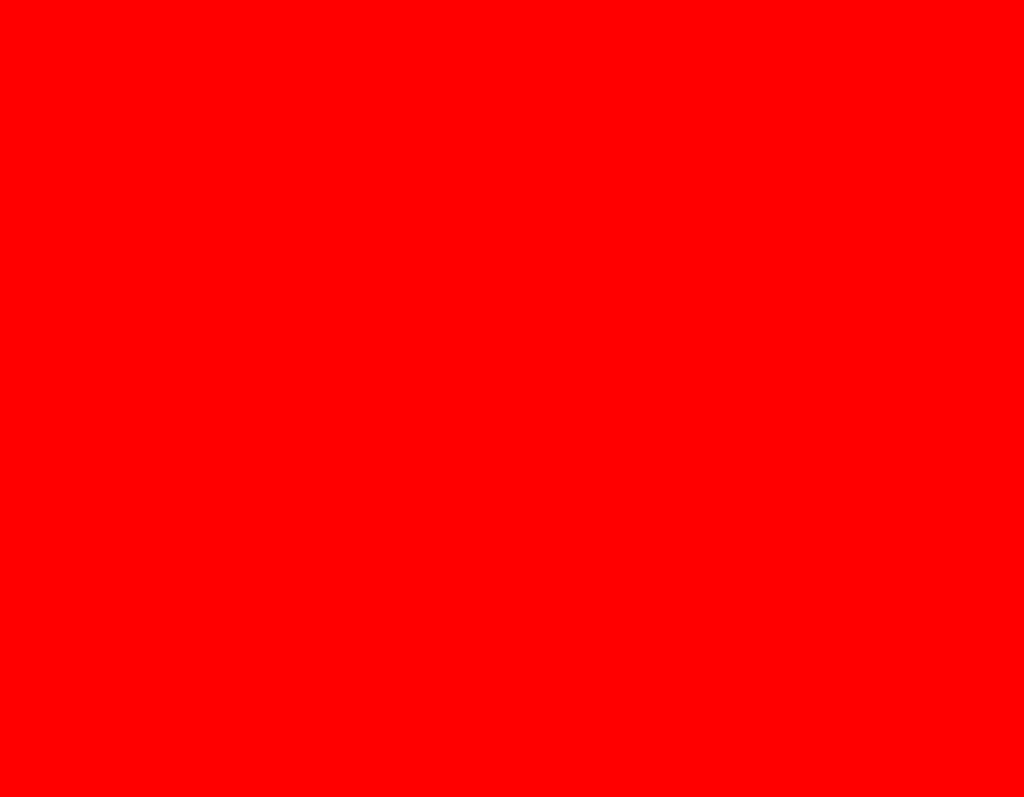
<source format=lef>
VERSION 5.7 ;
BUSBITCHARS "[]" ;
MACRO sram_2848x32_1rw
  FOREIGN sram_2848x32_1rw 0 0 ;
  SYMMETRY X Y R90 ;
  SIZE 2078.600 BY 1618.400 ;
  CLASS BLOCK ;
  PIN w_mask_in[0]
    DIRECTION INPUT ;
    USE SIGNAL ;
    SHAPE ABUTMENT ;
    PORT
      LAYER metal3 ;
      RECT 0.000 1.365 0.070 1.435 ;
    END
  END w_mask_in[0]
  PIN w_mask_in[1]
    DIRECTION INPUT ;
    USE SIGNAL ;
    SHAPE ABUTMENT ;
    PORT
      LAYER metal3 ;
      RECT 0.000 1.505 0.070 1.575 ;
    END
  END w_mask_in[1]
  PIN w_mask_in[2]
    DIRECTION INPUT ;
    USE SIGNAL ;
    SHAPE ABUTMENT ;
    PORT
      LAYER metal3 ;
      RECT 0.000 1.645 0.070 1.715 ;
    END
  END w_mask_in[2]
  PIN w_mask_in[3]
    DIRECTION INPUT ;
    USE SIGNAL ;
    SHAPE ABUTMENT ;
    PORT
      LAYER metal3 ;
      RECT 0.000 1.785 0.070 1.855 ;
    END
  END w_mask_in[3]
  PIN w_mask_in[4]
    DIRECTION INPUT ;
    USE SIGNAL ;
    SHAPE ABUTMENT ;
    PORT
      LAYER metal3 ;
      RECT 0.000 1.925 0.070 1.995 ;
    END
  END w_mask_in[4]
  PIN w_mask_in[5]
    DIRECTION INPUT ;
    USE SIGNAL ;
    SHAPE ABUTMENT ;
    PORT
      LAYER metal3 ;
      RECT 0.000 2.065 0.070 2.135 ;
    END
  END w_mask_in[5]
  PIN w_mask_in[6]
    DIRECTION INPUT ;
    USE SIGNAL ;
    SHAPE ABUTMENT ;
    PORT
      LAYER metal3 ;
      RECT 0.000 2.205 0.070 2.275 ;
    END
  END w_mask_in[6]
  PIN w_mask_in[7]
    DIRECTION INPUT ;
    USE SIGNAL ;
    SHAPE ABUTMENT ;
    PORT
      LAYER metal3 ;
      RECT 0.000 2.345 0.070 2.415 ;
    END
  END w_mask_in[7]
  PIN w_mask_in[8]
    DIRECTION INPUT ;
    USE SIGNAL ;
    SHAPE ABUTMENT ;
    PORT
      LAYER metal3 ;
      RECT 0.000 2.485 0.070 2.555 ;
    END
  END w_mask_in[8]
  PIN w_mask_in[9]
    DIRECTION INPUT ;
    USE SIGNAL ;
    SHAPE ABUTMENT ;
    PORT
      LAYER metal3 ;
      RECT 0.000 2.625 0.070 2.695 ;
    END
  END w_mask_in[9]
  PIN w_mask_in[10]
    DIRECTION INPUT ;
    USE SIGNAL ;
    SHAPE ABUTMENT ;
    PORT
      LAYER metal3 ;
      RECT 0.000 2.765 0.070 2.835 ;
    END
  END w_mask_in[10]
  PIN w_mask_in[11]
    DIRECTION INPUT ;
    USE SIGNAL ;
    SHAPE ABUTMENT ;
    PORT
      LAYER metal3 ;
      RECT 0.000 2.905 0.070 2.975 ;
    END
  END w_mask_in[11]
  PIN w_mask_in[12]
    DIRECTION INPUT ;
    USE SIGNAL ;
    SHAPE ABUTMENT ;
    PORT
      LAYER metal3 ;
      RECT 0.000 3.045 0.070 3.115 ;
    END
  END w_mask_in[12]
  PIN w_mask_in[13]
    DIRECTION INPUT ;
    USE SIGNAL ;
    SHAPE ABUTMENT ;
    PORT
      LAYER metal3 ;
      RECT 0.000 3.185 0.070 3.255 ;
    END
  END w_mask_in[13]
  PIN w_mask_in[14]
    DIRECTION INPUT ;
    USE SIGNAL ;
    SHAPE ABUTMENT ;
    PORT
      LAYER metal3 ;
      RECT 0.000 3.325 0.070 3.395 ;
    END
  END w_mask_in[14]
  PIN w_mask_in[15]
    DIRECTION INPUT ;
    USE SIGNAL ;
    SHAPE ABUTMENT ;
    PORT
      LAYER metal3 ;
      RECT 0.000 3.465 0.070 3.535 ;
    END
  END w_mask_in[15]
  PIN w_mask_in[16]
    DIRECTION INPUT ;
    USE SIGNAL ;
    SHAPE ABUTMENT ;
    PORT
      LAYER metal3 ;
      RECT 0.000 3.605 0.070 3.675 ;
    END
  END w_mask_in[16]
  PIN w_mask_in[17]
    DIRECTION INPUT ;
    USE SIGNAL ;
    SHAPE ABUTMENT ;
    PORT
      LAYER metal3 ;
      RECT 0.000 3.745 0.070 3.815 ;
    END
  END w_mask_in[17]
  PIN w_mask_in[18]
    DIRECTION INPUT ;
    USE SIGNAL ;
    SHAPE ABUTMENT ;
    PORT
      LAYER metal3 ;
      RECT 0.000 3.885 0.070 3.955 ;
    END
  END w_mask_in[18]
  PIN w_mask_in[19]
    DIRECTION INPUT ;
    USE SIGNAL ;
    SHAPE ABUTMENT ;
    PORT
      LAYER metal3 ;
      RECT 0.000 4.025 0.070 4.095 ;
    END
  END w_mask_in[19]
  PIN w_mask_in[20]
    DIRECTION INPUT ;
    USE SIGNAL ;
    SHAPE ABUTMENT ;
    PORT
      LAYER metal3 ;
      RECT 0.000 4.165 0.070 4.235 ;
    END
  END w_mask_in[20]
  PIN w_mask_in[21]
    DIRECTION INPUT ;
    USE SIGNAL ;
    SHAPE ABUTMENT ;
    PORT
      LAYER metal3 ;
      RECT 0.000 4.305 0.070 4.375 ;
    END
  END w_mask_in[21]
  PIN w_mask_in[22]
    DIRECTION INPUT ;
    USE SIGNAL ;
    SHAPE ABUTMENT ;
    PORT
      LAYER metal3 ;
      RECT 0.000 4.445 0.070 4.515 ;
    END
  END w_mask_in[22]
  PIN w_mask_in[23]
    DIRECTION INPUT ;
    USE SIGNAL ;
    SHAPE ABUTMENT ;
    PORT
      LAYER metal3 ;
      RECT 0.000 4.585 0.070 4.655 ;
    END
  END w_mask_in[23]
  PIN w_mask_in[24]
    DIRECTION INPUT ;
    USE SIGNAL ;
    SHAPE ABUTMENT ;
    PORT
      LAYER metal3 ;
      RECT 0.000 4.725 0.070 4.795 ;
    END
  END w_mask_in[24]
  PIN w_mask_in[25]
    DIRECTION INPUT ;
    USE SIGNAL ;
    SHAPE ABUTMENT ;
    PORT
      LAYER metal3 ;
      RECT 0.000 4.865 0.070 4.935 ;
    END
  END w_mask_in[25]
  PIN w_mask_in[26]
    DIRECTION INPUT ;
    USE SIGNAL ;
    SHAPE ABUTMENT ;
    PORT
      LAYER metal3 ;
      RECT 0.000 5.005 0.070 5.075 ;
    END
  END w_mask_in[26]
  PIN w_mask_in[27]
    DIRECTION INPUT ;
    USE SIGNAL ;
    SHAPE ABUTMENT ;
    PORT
      LAYER metal3 ;
      RECT 0.000 5.145 0.070 5.215 ;
    END
  END w_mask_in[27]
  PIN w_mask_in[28]
    DIRECTION INPUT ;
    USE SIGNAL ;
    SHAPE ABUTMENT ;
    PORT
      LAYER metal3 ;
      RECT 0.000 5.285 0.070 5.355 ;
    END
  END w_mask_in[28]
  PIN w_mask_in[29]
    DIRECTION INPUT ;
    USE SIGNAL ;
    SHAPE ABUTMENT ;
    PORT
      LAYER metal3 ;
      RECT 0.000 5.425 0.070 5.495 ;
    END
  END w_mask_in[29]
  PIN w_mask_in[30]
    DIRECTION INPUT ;
    USE SIGNAL ;
    SHAPE ABUTMENT ;
    PORT
      LAYER metal3 ;
      RECT 0.000 5.565 0.070 5.635 ;
    END
  END w_mask_in[30]
  PIN w_mask_in[31]
    DIRECTION INPUT ;
    USE SIGNAL ;
    SHAPE ABUTMENT ;
    PORT
      LAYER metal3 ;
      RECT 0.000 5.705 0.070 5.775 ;
    END
  END w_mask_in[31]
  PIN w_mask_in[32]
    DIRECTION INPUT ;
    USE SIGNAL ;
    SHAPE ABUTMENT ;
    PORT
      LAYER metal3 ;
      RECT 0.000 5.845 0.070 5.915 ;
    END
  END w_mask_in[32]
  PIN w_mask_in[33]
    DIRECTION INPUT ;
    USE SIGNAL ;
    SHAPE ABUTMENT ;
    PORT
      LAYER metal3 ;
      RECT 0.000 5.985 0.070 6.055 ;
    END
  END w_mask_in[33]
  PIN w_mask_in[34]
    DIRECTION INPUT ;
    USE SIGNAL ;
    SHAPE ABUTMENT ;
    PORT
      LAYER metal3 ;
      RECT 0.000 6.125 0.070 6.195 ;
    END
  END w_mask_in[34]
  PIN w_mask_in[35]
    DIRECTION INPUT ;
    USE SIGNAL ;
    SHAPE ABUTMENT ;
    PORT
      LAYER metal3 ;
      RECT 0.000 6.265 0.070 6.335 ;
    END
  END w_mask_in[35]
  PIN w_mask_in[36]
    DIRECTION INPUT ;
    USE SIGNAL ;
    SHAPE ABUTMENT ;
    PORT
      LAYER metal3 ;
      RECT 0.000 6.405 0.070 6.475 ;
    END
  END w_mask_in[36]
  PIN w_mask_in[37]
    DIRECTION INPUT ;
    USE SIGNAL ;
    SHAPE ABUTMENT ;
    PORT
      LAYER metal3 ;
      RECT 0.000 6.545 0.070 6.615 ;
    END
  END w_mask_in[37]
  PIN w_mask_in[38]
    DIRECTION INPUT ;
    USE SIGNAL ;
    SHAPE ABUTMENT ;
    PORT
      LAYER metal3 ;
      RECT 0.000 6.685 0.070 6.755 ;
    END
  END w_mask_in[38]
  PIN w_mask_in[39]
    DIRECTION INPUT ;
    USE SIGNAL ;
    SHAPE ABUTMENT ;
    PORT
      LAYER metal3 ;
      RECT 0.000 6.825 0.070 6.895 ;
    END
  END w_mask_in[39]
  PIN w_mask_in[40]
    DIRECTION INPUT ;
    USE SIGNAL ;
    SHAPE ABUTMENT ;
    PORT
      LAYER metal3 ;
      RECT 0.000 6.965 0.070 7.035 ;
    END
  END w_mask_in[40]
  PIN w_mask_in[41]
    DIRECTION INPUT ;
    USE SIGNAL ;
    SHAPE ABUTMENT ;
    PORT
      LAYER metal3 ;
      RECT 0.000 7.105 0.070 7.175 ;
    END
  END w_mask_in[41]
  PIN w_mask_in[42]
    DIRECTION INPUT ;
    USE SIGNAL ;
    SHAPE ABUTMENT ;
    PORT
      LAYER metal3 ;
      RECT 0.000 7.245 0.070 7.315 ;
    END
  END w_mask_in[42]
  PIN w_mask_in[43]
    DIRECTION INPUT ;
    USE SIGNAL ;
    SHAPE ABUTMENT ;
    PORT
      LAYER metal3 ;
      RECT 0.000 7.385 0.070 7.455 ;
    END
  END w_mask_in[43]
  PIN w_mask_in[44]
    DIRECTION INPUT ;
    USE SIGNAL ;
    SHAPE ABUTMENT ;
    PORT
      LAYER metal3 ;
      RECT 0.000 7.525 0.070 7.595 ;
    END
  END w_mask_in[44]
  PIN w_mask_in[45]
    DIRECTION INPUT ;
    USE SIGNAL ;
    SHAPE ABUTMENT ;
    PORT
      LAYER metal3 ;
      RECT 0.000 7.665 0.070 7.735 ;
    END
  END w_mask_in[45]
  PIN w_mask_in[46]
    DIRECTION INPUT ;
    USE SIGNAL ;
    SHAPE ABUTMENT ;
    PORT
      LAYER metal3 ;
      RECT 0.000 7.805 0.070 7.875 ;
    END
  END w_mask_in[46]
  PIN w_mask_in[47]
    DIRECTION INPUT ;
    USE SIGNAL ;
    SHAPE ABUTMENT ;
    PORT
      LAYER metal3 ;
      RECT 0.000 7.945 0.070 8.015 ;
    END
  END w_mask_in[47]
  PIN w_mask_in[48]
    DIRECTION INPUT ;
    USE SIGNAL ;
    SHAPE ABUTMENT ;
    PORT
      LAYER metal3 ;
      RECT 0.000 8.085 0.070 8.155 ;
    END
  END w_mask_in[48]
  PIN w_mask_in[49]
    DIRECTION INPUT ;
    USE SIGNAL ;
    SHAPE ABUTMENT ;
    PORT
      LAYER metal3 ;
      RECT 0.000 8.225 0.070 8.295 ;
    END
  END w_mask_in[49]
  PIN w_mask_in[50]
    DIRECTION INPUT ;
    USE SIGNAL ;
    SHAPE ABUTMENT ;
    PORT
      LAYER metal3 ;
      RECT 0.000 8.365 0.070 8.435 ;
    END
  END w_mask_in[50]
  PIN w_mask_in[51]
    DIRECTION INPUT ;
    USE SIGNAL ;
    SHAPE ABUTMENT ;
    PORT
      LAYER metal3 ;
      RECT 0.000 8.505 0.070 8.575 ;
    END
  END w_mask_in[51]
  PIN w_mask_in[52]
    DIRECTION INPUT ;
    USE SIGNAL ;
    SHAPE ABUTMENT ;
    PORT
      LAYER metal3 ;
      RECT 0.000 8.645 0.070 8.715 ;
    END
  END w_mask_in[52]
  PIN w_mask_in[53]
    DIRECTION INPUT ;
    USE SIGNAL ;
    SHAPE ABUTMENT ;
    PORT
      LAYER metal3 ;
      RECT 0.000 8.785 0.070 8.855 ;
    END
  END w_mask_in[53]
  PIN w_mask_in[54]
    DIRECTION INPUT ;
    USE SIGNAL ;
    SHAPE ABUTMENT ;
    PORT
      LAYER metal3 ;
      RECT 0.000 8.925 0.070 8.995 ;
    END
  END w_mask_in[54]
  PIN w_mask_in[55]
    DIRECTION INPUT ;
    USE SIGNAL ;
    SHAPE ABUTMENT ;
    PORT
      LAYER metal3 ;
      RECT 0.000 9.065 0.070 9.135 ;
    END
  END w_mask_in[55]
  PIN w_mask_in[56]
    DIRECTION INPUT ;
    USE SIGNAL ;
    SHAPE ABUTMENT ;
    PORT
      LAYER metal3 ;
      RECT 0.000 9.205 0.070 9.275 ;
    END
  END w_mask_in[56]
  PIN w_mask_in[57]
    DIRECTION INPUT ;
    USE SIGNAL ;
    SHAPE ABUTMENT ;
    PORT
      LAYER metal3 ;
      RECT 0.000 9.345 0.070 9.415 ;
    END
  END w_mask_in[57]
  PIN w_mask_in[58]
    DIRECTION INPUT ;
    USE SIGNAL ;
    SHAPE ABUTMENT ;
    PORT
      LAYER metal3 ;
      RECT 0.000 9.485 0.070 9.555 ;
    END
  END w_mask_in[58]
  PIN w_mask_in[59]
    DIRECTION INPUT ;
    USE SIGNAL ;
    SHAPE ABUTMENT ;
    PORT
      LAYER metal3 ;
      RECT 0.000 9.625 0.070 9.695 ;
    END
  END w_mask_in[59]
  PIN w_mask_in[60]
    DIRECTION INPUT ;
    USE SIGNAL ;
    SHAPE ABUTMENT ;
    PORT
      LAYER metal3 ;
      RECT 0.000 9.765 0.070 9.835 ;
    END
  END w_mask_in[60]
  PIN w_mask_in[61]
    DIRECTION INPUT ;
    USE SIGNAL ;
    SHAPE ABUTMENT ;
    PORT
      LAYER metal3 ;
      RECT 0.000 9.905 0.070 9.975 ;
    END
  END w_mask_in[61]
  PIN w_mask_in[62]
    DIRECTION INPUT ;
    USE SIGNAL ;
    SHAPE ABUTMENT ;
    PORT
      LAYER metal3 ;
      RECT 0.000 10.045 0.070 10.115 ;
    END
  END w_mask_in[62]
  PIN w_mask_in[63]
    DIRECTION INPUT ;
    USE SIGNAL ;
    SHAPE ABUTMENT ;
    PORT
      LAYER metal3 ;
      RECT 0.000 10.185 0.070 10.255 ;
    END
  END w_mask_in[63]
  PIN w_mask_in[64]
    DIRECTION INPUT ;
    USE SIGNAL ;
    SHAPE ABUTMENT ;
    PORT
      LAYER metal3 ;
      RECT 0.000 10.325 0.070 10.395 ;
    END
  END w_mask_in[64]
  PIN w_mask_in[65]
    DIRECTION INPUT ;
    USE SIGNAL ;
    SHAPE ABUTMENT ;
    PORT
      LAYER metal3 ;
      RECT 0.000 10.465 0.070 10.535 ;
    END
  END w_mask_in[65]
  PIN w_mask_in[66]
    DIRECTION INPUT ;
    USE SIGNAL ;
    SHAPE ABUTMENT ;
    PORT
      LAYER metal3 ;
      RECT 0.000 10.605 0.070 10.675 ;
    END
  END w_mask_in[66]
  PIN w_mask_in[67]
    DIRECTION INPUT ;
    USE SIGNAL ;
    SHAPE ABUTMENT ;
    PORT
      LAYER metal3 ;
      RECT 0.000 10.745 0.070 10.815 ;
    END
  END w_mask_in[67]
  PIN w_mask_in[68]
    DIRECTION INPUT ;
    USE SIGNAL ;
    SHAPE ABUTMENT ;
    PORT
      LAYER metal3 ;
      RECT 0.000 10.885 0.070 10.955 ;
    END
  END w_mask_in[68]
  PIN w_mask_in[69]
    DIRECTION INPUT ;
    USE SIGNAL ;
    SHAPE ABUTMENT ;
    PORT
      LAYER metal3 ;
      RECT 0.000 11.025 0.070 11.095 ;
    END
  END w_mask_in[69]
  PIN w_mask_in[70]
    DIRECTION INPUT ;
    USE SIGNAL ;
    SHAPE ABUTMENT ;
    PORT
      LAYER metal3 ;
      RECT 0.000 11.165 0.070 11.235 ;
    END
  END w_mask_in[70]
  PIN w_mask_in[71]
    DIRECTION INPUT ;
    USE SIGNAL ;
    SHAPE ABUTMENT ;
    PORT
      LAYER metal3 ;
      RECT 0.000 11.305 0.070 11.375 ;
    END
  END w_mask_in[71]
  PIN w_mask_in[72]
    DIRECTION INPUT ;
    USE SIGNAL ;
    SHAPE ABUTMENT ;
    PORT
      LAYER metal3 ;
      RECT 0.000 11.445 0.070 11.515 ;
    END
  END w_mask_in[72]
  PIN w_mask_in[73]
    DIRECTION INPUT ;
    USE SIGNAL ;
    SHAPE ABUTMENT ;
    PORT
      LAYER metal3 ;
      RECT 0.000 11.585 0.070 11.655 ;
    END
  END w_mask_in[73]
  PIN w_mask_in[74]
    DIRECTION INPUT ;
    USE SIGNAL ;
    SHAPE ABUTMENT ;
    PORT
      LAYER metal3 ;
      RECT 0.000 11.725 0.070 11.795 ;
    END
  END w_mask_in[74]
  PIN w_mask_in[75]
    DIRECTION INPUT ;
    USE SIGNAL ;
    SHAPE ABUTMENT ;
    PORT
      LAYER metal3 ;
      RECT 0.000 11.865 0.070 11.935 ;
    END
  END w_mask_in[75]
  PIN w_mask_in[76]
    DIRECTION INPUT ;
    USE SIGNAL ;
    SHAPE ABUTMENT ;
    PORT
      LAYER metal3 ;
      RECT 0.000 12.005 0.070 12.075 ;
    END
  END w_mask_in[76]
  PIN w_mask_in[77]
    DIRECTION INPUT ;
    USE SIGNAL ;
    SHAPE ABUTMENT ;
    PORT
      LAYER metal3 ;
      RECT 0.000 12.145 0.070 12.215 ;
    END
  END w_mask_in[77]
  PIN w_mask_in[78]
    DIRECTION INPUT ;
    USE SIGNAL ;
    SHAPE ABUTMENT ;
    PORT
      LAYER metal3 ;
      RECT 0.000 12.285 0.070 12.355 ;
    END
  END w_mask_in[78]
  PIN w_mask_in[79]
    DIRECTION INPUT ;
    USE SIGNAL ;
    SHAPE ABUTMENT ;
    PORT
      LAYER metal3 ;
      RECT 0.000 12.425 0.070 12.495 ;
    END
  END w_mask_in[79]
  PIN w_mask_in[80]
    DIRECTION INPUT ;
    USE SIGNAL ;
    SHAPE ABUTMENT ;
    PORT
      LAYER metal3 ;
      RECT 0.000 12.565 0.070 12.635 ;
    END
  END w_mask_in[80]
  PIN w_mask_in[81]
    DIRECTION INPUT ;
    USE SIGNAL ;
    SHAPE ABUTMENT ;
    PORT
      LAYER metal3 ;
      RECT 0.000 12.705 0.070 12.775 ;
    END
  END w_mask_in[81]
  PIN w_mask_in[82]
    DIRECTION INPUT ;
    USE SIGNAL ;
    SHAPE ABUTMENT ;
    PORT
      LAYER metal3 ;
      RECT 0.000 12.845 0.070 12.915 ;
    END
  END w_mask_in[82]
  PIN w_mask_in[83]
    DIRECTION INPUT ;
    USE SIGNAL ;
    SHAPE ABUTMENT ;
    PORT
      LAYER metal3 ;
      RECT 0.000 12.985 0.070 13.055 ;
    END
  END w_mask_in[83]
  PIN w_mask_in[84]
    DIRECTION INPUT ;
    USE SIGNAL ;
    SHAPE ABUTMENT ;
    PORT
      LAYER metal3 ;
      RECT 0.000 13.125 0.070 13.195 ;
    END
  END w_mask_in[84]
  PIN w_mask_in[85]
    DIRECTION INPUT ;
    USE SIGNAL ;
    SHAPE ABUTMENT ;
    PORT
      LAYER metal3 ;
      RECT 0.000 13.265 0.070 13.335 ;
    END
  END w_mask_in[85]
  PIN w_mask_in[86]
    DIRECTION INPUT ;
    USE SIGNAL ;
    SHAPE ABUTMENT ;
    PORT
      LAYER metal3 ;
      RECT 0.000 13.405 0.070 13.475 ;
    END
  END w_mask_in[86]
  PIN w_mask_in[87]
    DIRECTION INPUT ;
    USE SIGNAL ;
    SHAPE ABUTMENT ;
    PORT
      LAYER metal3 ;
      RECT 0.000 13.545 0.070 13.615 ;
    END
  END w_mask_in[87]
  PIN w_mask_in[88]
    DIRECTION INPUT ;
    USE SIGNAL ;
    SHAPE ABUTMENT ;
    PORT
      LAYER metal3 ;
      RECT 0.000 13.685 0.070 13.755 ;
    END
  END w_mask_in[88]
  PIN w_mask_in[89]
    DIRECTION INPUT ;
    USE SIGNAL ;
    SHAPE ABUTMENT ;
    PORT
      LAYER metal3 ;
      RECT 0.000 13.825 0.070 13.895 ;
    END
  END w_mask_in[89]
  PIN w_mask_in[90]
    DIRECTION INPUT ;
    USE SIGNAL ;
    SHAPE ABUTMENT ;
    PORT
      LAYER metal3 ;
      RECT 0.000 13.965 0.070 14.035 ;
    END
  END w_mask_in[90]
  PIN w_mask_in[91]
    DIRECTION INPUT ;
    USE SIGNAL ;
    SHAPE ABUTMENT ;
    PORT
      LAYER metal3 ;
      RECT 0.000 14.105 0.070 14.175 ;
    END
  END w_mask_in[91]
  PIN w_mask_in[92]
    DIRECTION INPUT ;
    USE SIGNAL ;
    SHAPE ABUTMENT ;
    PORT
      LAYER metal3 ;
      RECT 0.000 14.245 0.070 14.315 ;
    END
  END w_mask_in[92]
  PIN w_mask_in[93]
    DIRECTION INPUT ;
    USE SIGNAL ;
    SHAPE ABUTMENT ;
    PORT
      LAYER metal3 ;
      RECT 0.000 14.385 0.070 14.455 ;
    END
  END w_mask_in[93]
  PIN w_mask_in[94]
    DIRECTION INPUT ;
    USE SIGNAL ;
    SHAPE ABUTMENT ;
    PORT
      LAYER metal3 ;
      RECT 0.000 14.525 0.070 14.595 ;
    END
  END w_mask_in[94]
  PIN w_mask_in[95]
    DIRECTION INPUT ;
    USE SIGNAL ;
    SHAPE ABUTMENT ;
    PORT
      LAYER metal3 ;
      RECT 0.000 14.665 0.070 14.735 ;
    END
  END w_mask_in[95]
  PIN w_mask_in[96]
    DIRECTION INPUT ;
    USE SIGNAL ;
    SHAPE ABUTMENT ;
    PORT
      LAYER metal3 ;
      RECT 0.000 14.805 0.070 14.875 ;
    END
  END w_mask_in[96]
  PIN w_mask_in[97]
    DIRECTION INPUT ;
    USE SIGNAL ;
    SHAPE ABUTMENT ;
    PORT
      LAYER metal3 ;
      RECT 0.000 14.945 0.070 15.015 ;
    END
  END w_mask_in[97]
  PIN w_mask_in[98]
    DIRECTION INPUT ;
    USE SIGNAL ;
    SHAPE ABUTMENT ;
    PORT
      LAYER metal3 ;
      RECT 0.000 15.085 0.070 15.155 ;
    END
  END w_mask_in[98]
  PIN w_mask_in[99]
    DIRECTION INPUT ;
    USE SIGNAL ;
    SHAPE ABUTMENT ;
    PORT
      LAYER metal3 ;
      RECT 0.000 15.225 0.070 15.295 ;
    END
  END w_mask_in[99]
  PIN w_mask_in[100]
    DIRECTION INPUT ;
    USE SIGNAL ;
    SHAPE ABUTMENT ;
    PORT
      LAYER metal3 ;
      RECT 0.000 15.365 0.070 15.435 ;
    END
  END w_mask_in[100]
  PIN w_mask_in[101]
    DIRECTION INPUT ;
    USE SIGNAL ;
    SHAPE ABUTMENT ;
    PORT
      LAYER metal3 ;
      RECT 0.000 15.505 0.070 15.575 ;
    END
  END w_mask_in[101]
  PIN w_mask_in[102]
    DIRECTION INPUT ;
    USE SIGNAL ;
    SHAPE ABUTMENT ;
    PORT
      LAYER metal3 ;
      RECT 0.000 15.645 0.070 15.715 ;
    END
  END w_mask_in[102]
  PIN w_mask_in[103]
    DIRECTION INPUT ;
    USE SIGNAL ;
    SHAPE ABUTMENT ;
    PORT
      LAYER metal3 ;
      RECT 0.000 15.785 0.070 15.855 ;
    END
  END w_mask_in[103]
  PIN w_mask_in[104]
    DIRECTION INPUT ;
    USE SIGNAL ;
    SHAPE ABUTMENT ;
    PORT
      LAYER metal3 ;
      RECT 0.000 15.925 0.070 15.995 ;
    END
  END w_mask_in[104]
  PIN w_mask_in[105]
    DIRECTION INPUT ;
    USE SIGNAL ;
    SHAPE ABUTMENT ;
    PORT
      LAYER metal3 ;
      RECT 0.000 16.065 0.070 16.135 ;
    END
  END w_mask_in[105]
  PIN w_mask_in[106]
    DIRECTION INPUT ;
    USE SIGNAL ;
    SHAPE ABUTMENT ;
    PORT
      LAYER metal3 ;
      RECT 0.000 16.205 0.070 16.275 ;
    END
  END w_mask_in[106]
  PIN w_mask_in[107]
    DIRECTION INPUT ;
    USE SIGNAL ;
    SHAPE ABUTMENT ;
    PORT
      LAYER metal3 ;
      RECT 0.000 16.345 0.070 16.415 ;
    END
  END w_mask_in[107]
  PIN w_mask_in[108]
    DIRECTION INPUT ;
    USE SIGNAL ;
    SHAPE ABUTMENT ;
    PORT
      LAYER metal3 ;
      RECT 0.000 16.485 0.070 16.555 ;
    END
  END w_mask_in[108]
  PIN w_mask_in[109]
    DIRECTION INPUT ;
    USE SIGNAL ;
    SHAPE ABUTMENT ;
    PORT
      LAYER metal3 ;
      RECT 0.000 16.625 0.070 16.695 ;
    END
  END w_mask_in[109]
  PIN w_mask_in[110]
    DIRECTION INPUT ;
    USE SIGNAL ;
    SHAPE ABUTMENT ;
    PORT
      LAYER metal3 ;
      RECT 0.000 16.765 0.070 16.835 ;
    END
  END w_mask_in[110]
  PIN w_mask_in[111]
    DIRECTION INPUT ;
    USE SIGNAL ;
    SHAPE ABUTMENT ;
    PORT
      LAYER metal3 ;
      RECT 0.000 16.905 0.070 16.975 ;
    END
  END w_mask_in[111]
  PIN w_mask_in[112]
    DIRECTION INPUT ;
    USE SIGNAL ;
    SHAPE ABUTMENT ;
    PORT
      LAYER metal3 ;
      RECT 0.000 17.045 0.070 17.115 ;
    END
  END w_mask_in[112]
  PIN w_mask_in[113]
    DIRECTION INPUT ;
    USE SIGNAL ;
    SHAPE ABUTMENT ;
    PORT
      LAYER metal3 ;
      RECT 0.000 17.185 0.070 17.255 ;
    END
  END w_mask_in[113]
  PIN w_mask_in[114]
    DIRECTION INPUT ;
    USE SIGNAL ;
    SHAPE ABUTMENT ;
    PORT
      LAYER metal3 ;
      RECT 0.000 17.325 0.070 17.395 ;
    END
  END w_mask_in[114]
  PIN w_mask_in[115]
    DIRECTION INPUT ;
    USE SIGNAL ;
    SHAPE ABUTMENT ;
    PORT
      LAYER metal3 ;
      RECT 0.000 17.465 0.070 17.535 ;
    END
  END w_mask_in[115]
  PIN w_mask_in[116]
    DIRECTION INPUT ;
    USE SIGNAL ;
    SHAPE ABUTMENT ;
    PORT
      LAYER metal3 ;
      RECT 0.000 17.605 0.070 17.675 ;
    END
  END w_mask_in[116]
  PIN w_mask_in[117]
    DIRECTION INPUT ;
    USE SIGNAL ;
    SHAPE ABUTMENT ;
    PORT
      LAYER metal3 ;
      RECT 0.000 17.745 0.070 17.815 ;
    END
  END w_mask_in[117]
  PIN w_mask_in[118]
    DIRECTION INPUT ;
    USE SIGNAL ;
    SHAPE ABUTMENT ;
    PORT
      LAYER metal3 ;
      RECT 0.000 17.885 0.070 17.955 ;
    END
  END w_mask_in[118]
  PIN w_mask_in[119]
    DIRECTION INPUT ;
    USE SIGNAL ;
    SHAPE ABUTMENT ;
    PORT
      LAYER metal3 ;
      RECT 0.000 18.025 0.070 18.095 ;
    END
  END w_mask_in[119]
  PIN w_mask_in[120]
    DIRECTION INPUT ;
    USE SIGNAL ;
    SHAPE ABUTMENT ;
    PORT
      LAYER metal3 ;
      RECT 0.000 18.165 0.070 18.235 ;
    END
  END w_mask_in[120]
  PIN w_mask_in[121]
    DIRECTION INPUT ;
    USE SIGNAL ;
    SHAPE ABUTMENT ;
    PORT
      LAYER metal3 ;
      RECT 0.000 18.305 0.070 18.375 ;
    END
  END w_mask_in[121]
  PIN w_mask_in[122]
    DIRECTION INPUT ;
    USE SIGNAL ;
    SHAPE ABUTMENT ;
    PORT
      LAYER metal3 ;
      RECT 0.000 18.445 0.070 18.515 ;
    END
  END w_mask_in[122]
  PIN w_mask_in[123]
    DIRECTION INPUT ;
    USE SIGNAL ;
    SHAPE ABUTMENT ;
    PORT
      LAYER metal3 ;
      RECT 0.000 18.585 0.070 18.655 ;
    END
  END w_mask_in[123]
  PIN w_mask_in[124]
    DIRECTION INPUT ;
    USE SIGNAL ;
    SHAPE ABUTMENT ;
    PORT
      LAYER metal3 ;
      RECT 0.000 18.725 0.070 18.795 ;
    END
  END w_mask_in[124]
  PIN w_mask_in[125]
    DIRECTION INPUT ;
    USE SIGNAL ;
    SHAPE ABUTMENT ;
    PORT
      LAYER metal3 ;
      RECT 0.000 18.865 0.070 18.935 ;
    END
  END w_mask_in[125]
  PIN w_mask_in[126]
    DIRECTION INPUT ;
    USE SIGNAL ;
    SHAPE ABUTMENT ;
    PORT
      LAYER metal3 ;
      RECT 0.000 19.005 0.070 19.075 ;
    END
  END w_mask_in[126]
  PIN w_mask_in[127]
    DIRECTION INPUT ;
    USE SIGNAL ;
    SHAPE ABUTMENT ;
    PORT
      LAYER metal3 ;
      RECT 0.000 19.145 0.070 19.215 ;
    END
  END w_mask_in[127]
  PIN w_mask_in[128]
    DIRECTION INPUT ;
    USE SIGNAL ;
    SHAPE ABUTMENT ;
    PORT
      LAYER metal3 ;
      RECT 0.000 19.285 0.070 19.355 ;
    END
  END w_mask_in[128]
  PIN w_mask_in[129]
    DIRECTION INPUT ;
    USE SIGNAL ;
    SHAPE ABUTMENT ;
    PORT
      LAYER metal3 ;
      RECT 0.000 19.425 0.070 19.495 ;
    END
  END w_mask_in[129]
  PIN w_mask_in[130]
    DIRECTION INPUT ;
    USE SIGNAL ;
    SHAPE ABUTMENT ;
    PORT
      LAYER metal3 ;
      RECT 0.000 19.565 0.070 19.635 ;
    END
  END w_mask_in[130]
  PIN w_mask_in[131]
    DIRECTION INPUT ;
    USE SIGNAL ;
    SHAPE ABUTMENT ;
    PORT
      LAYER metal3 ;
      RECT 0.000 19.705 0.070 19.775 ;
    END
  END w_mask_in[131]
  PIN w_mask_in[132]
    DIRECTION INPUT ;
    USE SIGNAL ;
    SHAPE ABUTMENT ;
    PORT
      LAYER metal3 ;
      RECT 0.000 19.845 0.070 19.915 ;
    END
  END w_mask_in[132]
  PIN w_mask_in[133]
    DIRECTION INPUT ;
    USE SIGNAL ;
    SHAPE ABUTMENT ;
    PORT
      LAYER metal3 ;
      RECT 0.000 19.985 0.070 20.055 ;
    END
  END w_mask_in[133]
  PIN w_mask_in[134]
    DIRECTION INPUT ;
    USE SIGNAL ;
    SHAPE ABUTMENT ;
    PORT
      LAYER metal3 ;
      RECT 0.000 20.125 0.070 20.195 ;
    END
  END w_mask_in[134]
  PIN w_mask_in[135]
    DIRECTION INPUT ;
    USE SIGNAL ;
    SHAPE ABUTMENT ;
    PORT
      LAYER metal3 ;
      RECT 0.000 20.265 0.070 20.335 ;
    END
  END w_mask_in[135]
  PIN w_mask_in[136]
    DIRECTION INPUT ;
    USE SIGNAL ;
    SHAPE ABUTMENT ;
    PORT
      LAYER metal3 ;
      RECT 0.000 20.405 0.070 20.475 ;
    END
  END w_mask_in[136]
  PIN w_mask_in[137]
    DIRECTION INPUT ;
    USE SIGNAL ;
    SHAPE ABUTMENT ;
    PORT
      LAYER metal3 ;
      RECT 0.000 20.545 0.070 20.615 ;
    END
  END w_mask_in[137]
  PIN w_mask_in[138]
    DIRECTION INPUT ;
    USE SIGNAL ;
    SHAPE ABUTMENT ;
    PORT
      LAYER metal3 ;
      RECT 0.000 20.685 0.070 20.755 ;
    END
  END w_mask_in[138]
  PIN w_mask_in[139]
    DIRECTION INPUT ;
    USE SIGNAL ;
    SHAPE ABUTMENT ;
    PORT
      LAYER metal3 ;
      RECT 0.000 20.825 0.070 20.895 ;
    END
  END w_mask_in[139]
  PIN w_mask_in[140]
    DIRECTION INPUT ;
    USE SIGNAL ;
    SHAPE ABUTMENT ;
    PORT
      LAYER metal3 ;
      RECT 0.000 20.965 0.070 21.035 ;
    END
  END w_mask_in[140]
  PIN w_mask_in[141]
    DIRECTION INPUT ;
    USE SIGNAL ;
    SHAPE ABUTMENT ;
    PORT
      LAYER metal3 ;
      RECT 0.000 21.105 0.070 21.175 ;
    END
  END w_mask_in[141]
  PIN w_mask_in[142]
    DIRECTION INPUT ;
    USE SIGNAL ;
    SHAPE ABUTMENT ;
    PORT
      LAYER metal3 ;
      RECT 0.000 21.245 0.070 21.315 ;
    END
  END w_mask_in[142]
  PIN w_mask_in[143]
    DIRECTION INPUT ;
    USE SIGNAL ;
    SHAPE ABUTMENT ;
    PORT
      LAYER metal3 ;
      RECT 0.000 21.385 0.070 21.455 ;
    END
  END w_mask_in[143]
  PIN w_mask_in[144]
    DIRECTION INPUT ;
    USE SIGNAL ;
    SHAPE ABUTMENT ;
    PORT
      LAYER metal3 ;
      RECT 0.000 21.525 0.070 21.595 ;
    END
  END w_mask_in[144]
  PIN w_mask_in[145]
    DIRECTION INPUT ;
    USE SIGNAL ;
    SHAPE ABUTMENT ;
    PORT
      LAYER metal3 ;
      RECT 0.000 21.665 0.070 21.735 ;
    END
  END w_mask_in[145]
  PIN w_mask_in[146]
    DIRECTION INPUT ;
    USE SIGNAL ;
    SHAPE ABUTMENT ;
    PORT
      LAYER metal3 ;
      RECT 0.000 21.805 0.070 21.875 ;
    END
  END w_mask_in[146]
  PIN w_mask_in[147]
    DIRECTION INPUT ;
    USE SIGNAL ;
    SHAPE ABUTMENT ;
    PORT
      LAYER metal3 ;
      RECT 0.000 21.945 0.070 22.015 ;
    END
  END w_mask_in[147]
  PIN w_mask_in[148]
    DIRECTION INPUT ;
    USE SIGNAL ;
    SHAPE ABUTMENT ;
    PORT
      LAYER metal3 ;
      RECT 0.000 22.085 0.070 22.155 ;
    END
  END w_mask_in[148]
  PIN w_mask_in[149]
    DIRECTION INPUT ;
    USE SIGNAL ;
    SHAPE ABUTMENT ;
    PORT
      LAYER metal3 ;
      RECT 0.000 22.225 0.070 22.295 ;
    END
  END w_mask_in[149]
  PIN w_mask_in[150]
    DIRECTION INPUT ;
    USE SIGNAL ;
    SHAPE ABUTMENT ;
    PORT
      LAYER metal3 ;
      RECT 0.000 22.365 0.070 22.435 ;
    END
  END w_mask_in[150]
  PIN w_mask_in[151]
    DIRECTION INPUT ;
    USE SIGNAL ;
    SHAPE ABUTMENT ;
    PORT
      LAYER metal3 ;
      RECT 0.000 22.505 0.070 22.575 ;
    END
  END w_mask_in[151]
  PIN w_mask_in[152]
    DIRECTION INPUT ;
    USE SIGNAL ;
    SHAPE ABUTMENT ;
    PORT
      LAYER metal3 ;
      RECT 0.000 22.645 0.070 22.715 ;
    END
  END w_mask_in[152]
  PIN w_mask_in[153]
    DIRECTION INPUT ;
    USE SIGNAL ;
    SHAPE ABUTMENT ;
    PORT
      LAYER metal3 ;
      RECT 0.000 22.785 0.070 22.855 ;
    END
  END w_mask_in[153]
  PIN w_mask_in[154]
    DIRECTION INPUT ;
    USE SIGNAL ;
    SHAPE ABUTMENT ;
    PORT
      LAYER metal3 ;
      RECT 0.000 22.925 0.070 22.995 ;
    END
  END w_mask_in[154]
  PIN w_mask_in[155]
    DIRECTION INPUT ;
    USE SIGNAL ;
    SHAPE ABUTMENT ;
    PORT
      LAYER metal3 ;
      RECT 0.000 23.065 0.070 23.135 ;
    END
  END w_mask_in[155]
  PIN w_mask_in[156]
    DIRECTION INPUT ;
    USE SIGNAL ;
    SHAPE ABUTMENT ;
    PORT
      LAYER metal3 ;
      RECT 0.000 23.205 0.070 23.275 ;
    END
  END w_mask_in[156]
  PIN w_mask_in[157]
    DIRECTION INPUT ;
    USE SIGNAL ;
    SHAPE ABUTMENT ;
    PORT
      LAYER metal3 ;
      RECT 0.000 23.345 0.070 23.415 ;
    END
  END w_mask_in[157]
  PIN w_mask_in[158]
    DIRECTION INPUT ;
    USE SIGNAL ;
    SHAPE ABUTMENT ;
    PORT
      LAYER metal3 ;
      RECT 0.000 23.485 0.070 23.555 ;
    END
  END w_mask_in[158]
  PIN w_mask_in[159]
    DIRECTION INPUT ;
    USE SIGNAL ;
    SHAPE ABUTMENT ;
    PORT
      LAYER metal3 ;
      RECT 0.000 23.625 0.070 23.695 ;
    END
  END w_mask_in[159]
  PIN w_mask_in[160]
    DIRECTION INPUT ;
    USE SIGNAL ;
    SHAPE ABUTMENT ;
    PORT
      LAYER metal3 ;
      RECT 0.000 23.765 0.070 23.835 ;
    END
  END w_mask_in[160]
  PIN w_mask_in[161]
    DIRECTION INPUT ;
    USE SIGNAL ;
    SHAPE ABUTMENT ;
    PORT
      LAYER metal3 ;
      RECT 0.000 23.905 0.070 23.975 ;
    END
  END w_mask_in[161]
  PIN w_mask_in[162]
    DIRECTION INPUT ;
    USE SIGNAL ;
    SHAPE ABUTMENT ;
    PORT
      LAYER metal3 ;
      RECT 0.000 24.045 0.070 24.115 ;
    END
  END w_mask_in[162]
  PIN w_mask_in[163]
    DIRECTION INPUT ;
    USE SIGNAL ;
    SHAPE ABUTMENT ;
    PORT
      LAYER metal3 ;
      RECT 0.000 24.185 0.070 24.255 ;
    END
  END w_mask_in[163]
  PIN w_mask_in[164]
    DIRECTION INPUT ;
    USE SIGNAL ;
    SHAPE ABUTMENT ;
    PORT
      LAYER metal3 ;
      RECT 0.000 24.325 0.070 24.395 ;
    END
  END w_mask_in[164]
  PIN w_mask_in[165]
    DIRECTION INPUT ;
    USE SIGNAL ;
    SHAPE ABUTMENT ;
    PORT
      LAYER metal3 ;
      RECT 0.000 24.465 0.070 24.535 ;
    END
  END w_mask_in[165]
  PIN w_mask_in[166]
    DIRECTION INPUT ;
    USE SIGNAL ;
    SHAPE ABUTMENT ;
    PORT
      LAYER metal3 ;
      RECT 0.000 24.605 0.070 24.675 ;
    END
  END w_mask_in[166]
  PIN w_mask_in[167]
    DIRECTION INPUT ;
    USE SIGNAL ;
    SHAPE ABUTMENT ;
    PORT
      LAYER metal3 ;
      RECT 0.000 24.745 0.070 24.815 ;
    END
  END w_mask_in[167]
  PIN w_mask_in[168]
    DIRECTION INPUT ;
    USE SIGNAL ;
    SHAPE ABUTMENT ;
    PORT
      LAYER metal3 ;
      RECT 0.000 24.885 0.070 24.955 ;
    END
  END w_mask_in[168]
  PIN w_mask_in[169]
    DIRECTION INPUT ;
    USE SIGNAL ;
    SHAPE ABUTMENT ;
    PORT
      LAYER metal3 ;
      RECT 0.000 25.025 0.070 25.095 ;
    END
  END w_mask_in[169]
  PIN w_mask_in[170]
    DIRECTION INPUT ;
    USE SIGNAL ;
    SHAPE ABUTMENT ;
    PORT
      LAYER metal3 ;
      RECT 0.000 25.165 0.070 25.235 ;
    END
  END w_mask_in[170]
  PIN w_mask_in[171]
    DIRECTION INPUT ;
    USE SIGNAL ;
    SHAPE ABUTMENT ;
    PORT
      LAYER metal3 ;
      RECT 0.000 25.305 0.070 25.375 ;
    END
  END w_mask_in[171]
  PIN w_mask_in[172]
    DIRECTION INPUT ;
    USE SIGNAL ;
    SHAPE ABUTMENT ;
    PORT
      LAYER metal3 ;
      RECT 0.000 25.445 0.070 25.515 ;
    END
  END w_mask_in[172]
  PIN w_mask_in[173]
    DIRECTION INPUT ;
    USE SIGNAL ;
    SHAPE ABUTMENT ;
    PORT
      LAYER metal3 ;
      RECT 0.000 25.585 0.070 25.655 ;
    END
  END w_mask_in[173]
  PIN w_mask_in[174]
    DIRECTION INPUT ;
    USE SIGNAL ;
    SHAPE ABUTMENT ;
    PORT
      LAYER metal3 ;
      RECT 0.000 25.725 0.070 25.795 ;
    END
  END w_mask_in[174]
  PIN w_mask_in[175]
    DIRECTION INPUT ;
    USE SIGNAL ;
    SHAPE ABUTMENT ;
    PORT
      LAYER metal3 ;
      RECT 0.000 25.865 0.070 25.935 ;
    END
  END w_mask_in[175]
  PIN w_mask_in[176]
    DIRECTION INPUT ;
    USE SIGNAL ;
    SHAPE ABUTMENT ;
    PORT
      LAYER metal3 ;
      RECT 0.000 26.005 0.070 26.075 ;
    END
  END w_mask_in[176]
  PIN w_mask_in[177]
    DIRECTION INPUT ;
    USE SIGNAL ;
    SHAPE ABUTMENT ;
    PORT
      LAYER metal3 ;
      RECT 0.000 26.145 0.070 26.215 ;
    END
  END w_mask_in[177]
  PIN w_mask_in[178]
    DIRECTION INPUT ;
    USE SIGNAL ;
    SHAPE ABUTMENT ;
    PORT
      LAYER metal3 ;
      RECT 0.000 26.285 0.070 26.355 ;
    END
  END w_mask_in[178]
  PIN w_mask_in[179]
    DIRECTION INPUT ;
    USE SIGNAL ;
    SHAPE ABUTMENT ;
    PORT
      LAYER metal3 ;
      RECT 0.000 26.425 0.070 26.495 ;
    END
  END w_mask_in[179]
  PIN w_mask_in[180]
    DIRECTION INPUT ;
    USE SIGNAL ;
    SHAPE ABUTMENT ;
    PORT
      LAYER metal3 ;
      RECT 0.000 26.565 0.070 26.635 ;
    END
  END w_mask_in[180]
  PIN w_mask_in[181]
    DIRECTION INPUT ;
    USE SIGNAL ;
    SHAPE ABUTMENT ;
    PORT
      LAYER metal3 ;
      RECT 0.000 26.705 0.070 26.775 ;
    END
  END w_mask_in[181]
  PIN w_mask_in[182]
    DIRECTION INPUT ;
    USE SIGNAL ;
    SHAPE ABUTMENT ;
    PORT
      LAYER metal3 ;
      RECT 0.000 26.845 0.070 26.915 ;
    END
  END w_mask_in[182]
  PIN w_mask_in[183]
    DIRECTION INPUT ;
    USE SIGNAL ;
    SHAPE ABUTMENT ;
    PORT
      LAYER metal3 ;
      RECT 0.000 26.985 0.070 27.055 ;
    END
  END w_mask_in[183]
  PIN w_mask_in[184]
    DIRECTION INPUT ;
    USE SIGNAL ;
    SHAPE ABUTMENT ;
    PORT
      LAYER metal3 ;
      RECT 0.000 27.125 0.070 27.195 ;
    END
  END w_mask_in[184]
  PIN w_mask_in[185]
    DIRECTION INPUT ;
    USE SIGNAL ;
    SHAPE ABUTMENT ;
    PORT
      LAYER metal3 ;
      RECT 0.000 27.265 0.070 27.335 ;
    END
  END w_mask_in[185]
  PIN w_mask_in[186]
    DIRECTION INPUT ;
    USE SIGNAL ;
    SHAPE ABUTMENT ;
    PORT
      LAYER metal3 ;
      RECT 0.000 27.405 0.070 27.475 ;
    END
  END w_mask_in[186]
  PIN w_mask_in[187]
    DIRECTION INPUT ;
    USE SIGNAL ;
    SHAPE ABUTMENT ;
    PORT
      LAYER metal3 ;
      RECT 0.000 27.545 0.070 27.615 ;
    END
  END w_mask_in[187]
  PIN w_mask_in[188]
    DIRECTION INPUT ;
    USE SIGNAL ;
    SHAPE ABUTMENT ;
    PORT
      LAYER metal3 ;
      RECT 0.000 27.685 0.070 27.755 ;
    END
  END w_mask_in[188]
  PIN w_mask_in[189]
    DIRECTION INPUT ;
    USE SIGNAL ;
    SHAPE ABUTMENT ;
    PORT
      LAYER metal3 ;
      RECT 0.000 27.825 0.070 27.895 ;
    END
  END w_mask_in[189]
  PIN w_mask_in[190]
    DIRECTION INPUT ;
    USE SIGNAL ;
    SHAPE ABUTMENT ;
    PORT
      LAYER metal3 ;
      RECT 0.000 27.965 0.070 28.035 ;
    END
  END w_mask_in[190]
  PIN w_mask_in[191]
    DIRECTION INPUT ;
    USE SIGNAL ;
    SHAPE ABUTMENT ;
    PORT
      LAYER metal3 ;
      RECT 0.000 28.105 0.070 28.175 ;
    END
  END w_mask_in[191]
  PIN w_mask_in[192]
    DIRECTION INPUT ;
    USE SIGNAL ;
    SHAPE ABUTMENT ;
    PORT
      LAYER metal3 ;
      RECT 0.000 28.245 0.070 28.315 ;
    END
  END w_mask_in[192]
  PIN w_mask_in[193]
    DIRECTION INPUT ;
    USE SIGNAL ;
    SHAPE ABUTMENT ;
    PORT
      LAYER metal3 ;
      RECT 0.000 28.385 0.070 28.455 ;
    END
  END w_mask_in[193]
  PIN w_mask_in[194]
    DIRECTION INPUT ;
    USE SIGNAL ;
    SHAPE ABUTMENT ;
    PORT
      LAYER metal3 ;
      RECT 0.000 28.525 0.070 28.595 ;
    END
  END w_mask_in[194]
  PIN w_mask_in[195]
    DIRECTION INPUT ;
    USE SIGNAL ;
    SHAPE ABUTMENT ;
    PORT
      LAYER metal3 ;
      RECT 0.000 28.665 0.070 28.735 ;
    END
  END w_mask_in[195]
  PIN w_mask_in[196]
    DIRECTION INPUT ;
    USE SIGNAL ;
    SHAPE ABUTMENT ;
    PORT
      LAYER metal3 ;
      RECT 0.000 28.805 0.070 28.875 ;
    END
  END w_mask_in[196]
  PIN w_mask_in[197]
    DIRECTION INPUT ;
    USE SIGNAL ;
    SHAPE ABUTMENT ;
    PORT
      LAYER metal3 ;
      RECT 0.000 28.945 0.070 29.015 ;
    END
  END w_mask_in[197]
  PIN w_mask_in[198]
    DIRECTION INPUT ;
    USE SIGNAL ;
    SHAPE ABUTMENT ;
    PORT
      LAYER metal3 ;
      RECT 0.000 29.085 0.070 29.155 ;
    END
  END w_mask_in[198]
  PIN w_mask_in[199]
    DIRECTION INPUT ;
    USE SIGNAL ;
    SHAPE ABUTMENT ;
    PORT
      LAYER metal3 ;
      RECT 0.000 29.225 0.070 29.295 ;
    END
  END w_mask_in[199]
  PIN w_mask_in[200]
    DIRECTION INPUT ;
    USE SIGNAL ;
    SHAPE ABUTMENT ;
    PORT
      LAYER metal3 ;
      RECT 0.000 29.365 0.070 29.435 ;
    END
  END w_mask_in[200]
  PIN w_mask_in[201]
    DIRECTION INPUT ;
    USE SIGNAL ;
    SHAPE ABUTMENT ;
    PORT
      LAYER metal3 ;
      RECT 0.000 29.505 0.070 29.575 ;
    END
  END w_mask_in[201]
  PIN w_mask_in[202]
    DIRECTION INPUT ;
    USE SIGNAL ;
    SHAPE ABUTMENT ;
    PORT
      LAYER metal3 ;
      RECT 0.000 29.645 0.070 29.715 ;
    END
  END w_mask_in[202]
  PIN w_mask_in[203]
    DIRECTION INPUT ;
    USE SIGNAL ;
    SHAPE ABUTMENT ;
    PORT
      LAYER metal3 ;
      RECT 0.000 29.785 0.070 29.855 ;
    END
  END w_mask_in[203]
  PIN w_mask_in[204]
    DIRECTION INPUT ;
    USE SIGNAL ;
    SHAPE ABUTMENT ;
    PORT
      LAYER metal3 ;
      RECT 0.000 29.925 0.070 29.995 ;
    END
  END w_mask_in[204]
  PIN w_mask_in[205]
    DIRECTION INPUT ;
    USE SIGNAL ;
    SHAPE ABUTMENT ;
    PORT
      LAYER metal3 ;
      RECT 0.000 30.065 0.070 30.135 ;
    END
  END w_mask_in[205]
  PIN w_mask_in[206]
    DIRECTION INPUT ;
    USE SIGNAL ;
    SHAPE ABUTMENT ;
    PORT
      LAYER metal3 ;
      RECT 0.000 30.205 0.070 30.275 ;
    END
  END w_mask_in[206]
  PIN w_mask_in[207]
    DIRECTION INPUT ;
    USE SIGNAL ;
    SHAPE ABUTMENT ;
    PORT
      LAYER metal3 ;
      RECT 0.000 30.345 0.070 30.415 ;
    END
  END w_mask_in[207]
  PIN w_mask_in[208]
    DIRECTION INPUT ;
    USE SIGNAL ;
    SHAPE ABUTMENT ;
    PORT
      LAYER metal3 ;
      RECT 0.000 30.485 0.070 30.555 ;
    END
  END w_mask_in[208]
  PIN w_mask_in[209]
    DIRECTION INPUT ;
    USE SIGNAL ;
    SHAPE ABUTMENT ;
    PORT
      LAYER metal3 ;
      RECT 0.000 30.625 0.070 30.695 ;
    END
  END w_mask_in[209]
  PIN w_mask_in[210]
    DIRECTION INPUT ;
    USE SIGNAL ;
    SHAPE ABUTMENT ;
    PORT
      LAYER metal3 ;
      RECT 0.000 30.765 0.070 30.835 ;
    END
  END w_mask_in[210]
  PIN w_mask_in[211]
    DIRECTION INPUT ;
    USE SIGNAL ;
    SHAPE ABUTMENT ;
    PORT
      LAYER metal3 ;
      RECT 0.000 30.905 0.070 30.975 ;
    END
  END w_mask_in[211]
  PIN w_mask_in[212]
    DIRECTION INPUT ;
    USE SIGNAL ;
    SHAPE ABUTMENT ;
    PORT
      LAYER metal3 ;
      RECT 0.000 31.045 0.070 31.115 ;
    END
  END w_mask_in[212]
  PIN w_mask_in[213]
    DIRECTION INPUT ;
    USE SIGNAL ;
    SHAPE ABUTMENT ;
    PORT
      LAYER metal3 ;
      RECT 0.000 31.185 0.070 31.255 ;
    END
  END w_mask_in[213]
  PIN w_mask_in[214]
    DIRECTION INPUT ;
    USE SIGNAL ;
    SHAPE ABUTMENT ;
    PORT
      LAYER metal3 ;
      RECT 0.000 31.325 0.070 31.395 ;
    END
  END w_mask_in[214]
  PIN w_mask_in[215]
    DIRECTION INPUT ;
    USE SIGNAL ;
    SHAPE ABUTMENT ;
    PORT
      LAYER metal3 ;
      RECT 0.000 31.465 0.070 31.535 ;
    END
  END w_mask_in[215]
  PIN w_mask_in[216]
    DIRECTION INPUT ;
    USE SIGNAL ;
    SHAPE ABUTMENT ;
    PORT
      LAYER metal3 ;
      RECT 0.000 31.605 0.070 31.675 ;
    END
  END w_mask_in[216]
  PIN w_mask_in[217]
    DIRECTION INPUT ;
    USE SIGNAL ;
    SHAPE ABUTMENT ;
    PORT
      LAYER metal3 ;
      RECT 0.000 31.745 0.070 31.815 ;
    END
  END w_mask_in[217]
  PIN w_mask_in[218]
    DIRECTION INPUT ;
    USE SIGNAL ;
    SHAPE ABUTMENT ;
    PORT
      LAYER metal3 ;
      RECT 0.000 31.885 0.070 31.955 ;
    END
  END w_mask_in[218]
  PIN w_mask_in[219]
    DIRECTION INPUT ;
    USE SIGNAL ;
    SHAPE ABUTMENT ;
    PORT
      LAYER metal3 ;
      RECT 0.000 32.025 0.070 32.095 ;
    END
  END w_mask_in[219]
  PIN w_mask_in[220]
    DIRECTION INPUT ;
    USE SIGNAL ;
    SHAPE ABUTMENT ;
    PORT
      LAYER metal3 ;
      RECT 0.000 32.165 0.070 32.235 ;
    END
  END w_mask_in[220]
  PIN w_mask_in[221]
    DIRECTION INPUT ;
    USE SIGNAL ;
    SHAPE ABUTMENT ;
    PORT
      LAYER metal3 ;
      RECT 0.000 32.305 0.070 32.375 ;
    END
  END w_mask_in[221]
  PIN w_mask_in[222]
    DIRECTION INPUT ;
    USE SIGNAL ;
    SHAPE ABUTMENT ;
    PORT
      LAYER metal3 ;
      RECT 0.000 32.445 0.070 32.515 ;
    END
  END w_mask_in[222]
  PIN w_mask_in[223]
    DIRECTION INPUT ;
    USE SIGNAL ;
    SHAPE ABUTMENT ;
    PORT
      LAYER metal3 ;
      RECT 0.000 32.585 0.070 32.655 ;
    END
  END w_mask_in[223]
  PIN w_mask_in[224]
    DIRECTION INPUT ;
    USE SIGNAL ;
    SHAPE ABUTMENT ;
    PORT
      LAYER metal3 ;
      RECT 0.000 32.725 0.070 32.795 ;
    END
  END w_mask_in[224]
  PIN w_mask_in[225]
    DIRECTION INPUT ;
    USE SIGNAL ;
    SHAPE ABUTMENT ;
    PORT
      LAYER metal3 ;
      RECT 0.000 32.865 0.070 32.935 ;
    END
  END w_mask_in[225]
  PIN w_mask_in[226]
    DIRECTION INPUT ;
    USE SIGNAL ;
    SHAPE ABUTMENT ;
    PORT
      LAYER metal3 ;
      RECT 0.000 33.005 0.070 33.075 ;
    END
  END w_mask_in[226]
  PIN w_mask_in[227]
    DIRECTION INPUT ;
    USE SIGNAL ;
    SHAPE ABUTMENT ;
    PORT
      LAYER metal3 ;
      RECT 0.000 33.145 0.070 33.215 ;
    END
  END w_mask_in[227]
  PIN w_mask_in[228]
    DIRECTION INPUT ;
    USE SIGNAL ;
    SHAPE ABUTMENT ;
    PORT
      LAYER metal3 ;
      RECT 0.000 33.285 0.070 33.355 ;
    END
  END w_mask_in[228]
  PIN w_mask_in[229]
    DIRECTION INPUT ;
    USE SIGNAL ;
    SHAPE ABUTMENT ;
    PORT
      LAYER metal3 ;
      RECT 0.000 33.425 0.070 33.495 ;
    END
  END w_mask_in[229]
  PIN w_mask_in[230]
    DIRECTION INPUT ;
    USE SIGNAL ;
    SHAPE ABUTMENT ;
    PORT
      LAYER metal3 ;
      RECT 0.000 33.565 0.070 33.635 ;
    END
  END w_mask_in[230]
  PIN w_mask_in[231]
    DIRECTION INPUT ;
    USE SIGNAL ;
    SHAPE ABUTMENT ;
    PORT
      LAYER metal3 ;
      RECT 0.000 33.705 0.070 33.775 ;
    END
  END w_mask_in[231]
  PIN w_mask_in[232]
    DIRECTION INPUT ;
    USE SIGNAL ;
    SHAPE ABUTMENT ;
    PORT
      LAYER metal3 ;
      RECT 0.000 33.845 0.070 33.915 ;
    END
  END w_mask_in[232]
  PIN w_mask_in[233]
    DIRECTION INPUT ;
    USE SIGNAL ;
    SHAPE ABUTMENT ;
    PORT
      LAYER metal3 ;
      RECT 0.000 33.985 0.070 34.055 ;
    END
  END w_mask_in[233]
  PIN w_mask_in[234]
    DIRECTION INPUT ;
    USE SIGNAL ;
    SHAPE ABUTMENT ;
    PORT
      LAYER metal3 ;
      RECT 0.000 34.125 0.070 34.195 ;
    END
  END w_mask_in[234]
  PIN w_mask_in[235]
    DIRECTION INPUT ;
    USE SIGNAL ;
    SHAPE ABUTMENT ;
    PORT
      LAYER metal3 ;
      RECT 0.000 34.265 0.070 34.335 ;
    END
  END w_mask_in[235]
  PIN w_mask_in[236]
    DIRECTION INPUT ;
    USE SIGNAL ;
    SHAPE ABUTMENT ;
    PORT
      LAYER metal3 ;
      RECT 0.000 34.405 0.070 34.475 ;
    END
  END w_mask_in[236]
  PIN w_mask_in[237]
    DIRECTION INPUT ;
    USE SIGNAL ;
    SHAPE ABUTMENT ;
    PORT
      LAYER metal3 ;
      RECT 0.000 34.545 0.070 34.615 ;
    END
  END w_mask_in[237]
  PIN w_mask_in[238]
    DIRECTION INPUT ;
    USE SIGNAL ;
    SHAPE ABUTMENT ;
    PORT
      LAYER metal3 ;
      RECT 0.000 34.685 0.070 34.755 ;
    END
  END w_mask_in[238]
  PIN w_mask_in[239]
    DIRECTION INPUT ;
    USE SIGNAL ;
    SHAPE ABUTMENT ;
    PORT
      LAYER metal3 ;
      RECT 0.000 34.825 0.070 34.895 ;
    END
  END w_mask_in[239]
  PIN w_mask_in[240]
    DIRECTION INPUT ;
    USE SIGNAL ;
    SHAPE ABUTMENT ;
    PORT
      LAYER metal3 ;
      RECT 0.000 34.965 0.070 35.035 ;
    END
  END w_mask_in[240]
  PIN w_mask_in[241]
    DIRECTION INPUT ;
    USE SIGNAL ;
    SHAPE ABUTMENT ;
    PORT
      LAYER metal3 ;
      RECT 0.000 35.105 0.070 35.175 ;
    END
  END w_mask_in[241]
  PIN w_mask_in[242]
    DIRECTION INPUT ;
    USE SIGNAL ;
    SHAPE ABUTMENT ;
    PORT
      LAYER metal3 ;
      RECT 0.000 35.245 0.070 35.315 ;
    END
  END w_mask_in[242]
  PIN w_mask_in[243]
    DIRECTION INPUT ;
    USE SIGNAL ;
    SHAPE ABUTMENT ;
    PORT
      LAYER metal3 ;
      RECT 0.000 35.385 0.070 35.455 ;
    END
  END w_mask_in[243]
  PIN w_mask_in[244]
    DIRECTION INPUT ;
    USE SIGNAL ;
    SHAPE ABUTMENT ;
    PORT
      LAYER metal3 ;
      RECT 0.000 35.525 0.070 35.595 ;
    END
  END w_mask_in[244]
  PIN w_mask_in[245]
    DIRECTION INPUT ;
    USE SIGNAL ;
    SHAPE ABUTMENT ;
    PORT
      LAYER metal3 ;
      RECT 0.000 35.665 0.070 35.735 ;
    END
  END w_mask_in[245]
  PIN w_mask_in[246]
    DIRECTION INPUT ;
    USE SIGNAL ;
    SHAPE ABUTMENT ;
    PORT
      LAYER metal3 ;
      RECT 0.000 35.805 0.070 35.875 ;
    END
  END w_mask_in[246]
  PIN w_mask_in[247]
    DIRECTION INPUT ;
    USE SIGNAL ;
    SHAPE ABUTMENT ;
    PORT
      LAYER metal3 ;
      RECT 0.000 35.945 0.070 36.015 ;
    END
  END w_mask_in[247]
  PIN w_mask_in[248]
    DIRECTION INPUT ;
    USE SIGNAL ;
    SHAPE ABUTMENT ;
    PORT
      LAYER metal3 ;
      RECT 0.000 36.085 0.070 36.155 ;
    END
  END w_mask_in[248]
  PIN w_mask_in[249]
    DIRECTION INPUT ;
    USE SIGNAL ;
    SHAPE ABUTMENT ;
    PORT
      LAYER metal3 ;
      RECT 0.000 36.225 0.070 36.295 ;
    END
  END w_mask_in[249]
  PIN w_mask_in[250]
    DIRECTION INPUT ;
    USE SIGNAL ;
    SHAPE ABUTMENT ;
    PORT
      LAYER metal3 ;
      RECT 0.000 36.365 0.070 36.435 ;
    END
  END w_mask_in[250]
  PIN w_mask_in[251]
    DIRECTION INPUT ;
    USE SIGNAL ;
    SHAPE ABUTMENT ;
    PORT
      LAYER metal3 ;
      RECT 0.000 36.505 0.070 36.575 ;
    END
  END w_mask_in[251]
  PIN w_mask_in[252]
    DIRECTION INPUT ;
    USE SIGNAL ;
    SHAPE ABUTMENT ;
    PORT
      LAYER metal3 ;
      RECT 0.000 36.645 0.070 36.715 ;
    END
  END w_mask_in[252]
  PIN w_mask_in[253]
    DIRECTION INPUT ;
    USE SIGNAL ;
    SHAPE ABUTMENT ;
    PORT
      LAYER metal3 ;
      RECT 0.000 36.785 0.070 36.855 ;
    END
  END w_mask_in[253]
  PIN w_mask_in[254]
    DIRECTION INPUT ;
    USE SIGNAL ;
    SHAPE ABUTMENT ;
    PORT
      LAYER metal3 ;
      RECT 0.000 36.925 0.070 36.995 ;
    END
  END w_mask_in[254]
  PIN w_mask_in[255]
    DIRECTION INPUT ;
    USE SIGNAL ;
    SHAPE ABUTMENT ;
    PORT
      LAYER metal3 ;
      RECT 0.000 37.065 0.070 37.135 ;
    END
  END w_mask_in[255]
  PIN w_mask_in[256]
    DIRECTION INPUT ;
    USE SIGNAL ;
    SHAPE ABUTMENT ;
    PORT
      LAYER metal3 ;
      RECT 0.000 37.205 0.070 37.275 ;
    END
  END w_mask_in[256]
  PIN w_mask_in[257]
    DIRECTION INPUT ;
    USE SIGNAL ;
    SHAPE ABUTMENT ;
    PORT
      LAYER metal3 ;
      RECT 0.000 37.345 0.070 37.415 ;
    END
  END w_mask_in[257]
  PIN w_mask_in[258]
    DIRECTION INPUT ;
    USE SIGNAL ;
    SHAPE ABUTMENT ;
    PORT
      LAYER metal3 ;
      RECT 0.000 37.485 0.070 37.555 ;
    END
  END w_mask_in[258]
  PIN w_mask_in[259]
    DIRECTION INPUT ;
    USE SIGNAL ;
    SHAPE ABUTMENT ;
    PORT
      LAYER metal3 ;
      RECT 0.000 37.625 0.070 37.695 ;
    END
  END w_mask_in[259]
  PIN w_mask_in[260]
    DIRECTION INPUT ;
    USE SIGNAL ;
    SHAPE ABUTMENT ;
    PORT
      LAYER metal3 ;
      RECT 0.000 37.765 0.070 37.835 ;
    END
  END w_mask_in[260]
  PIN w_mask_in[261]
    DIRECTION INPUT ;
    USE SIGNAL ;
    SHAPE ABUTMENT ;
    PORT
      LAYER metal3 ;
      RECT 0.000 37.905 0.070 37.975 ;
    END
  END w_mask_in[261]
  PIN w_mask_in[262]
    DIRECTION INPUT ;
    USE SIGNAL ;
    SHAPE ABUTMENT ;
    PORT
      LAYER metal3 ;
      RECT 0.000 38.045 0.070 38.115 ;
    END
  END w_mask_in[262]
  PIN w_mask_in[263]
    DIRECTION INPUT ;
    USE SIGNAL ;
    SHAPE ABUTMENT ;
    PORT
      LAYER metal3 ;
      RECT 0.000 38.185 0.070 38.255 ;
    END
  END w_mask_in[263]
  PIN w_mask_in[264]
    DIRECTION INPUT ;
    USE SIGNAL ;
    SHAPE ABUTMENT ;
    PORT
      LAYER metal3 ;
      RECT 0.000 38.325 0.070 38.395 ;
    END
  END w_mask_in[264]
  PIN w_mask_in[265]
    DIRECTION INPUT ;
    USE SIGNAL ;
    SHAPE ABUTMENT ;
    PORT
      LAYER metal3 ;
      RECT 0.000 38.465 0.070 38.535 ;
    END
  END w_mask_in[265]
  PIN w_mask_in[266]
    DIRECTION INPUT ;
    USE SIGNAL ;
    SHAPE ABUTMENT ;
    PORT
      LAYER metal3 ;
      RECT 0.000 38.605 0.070 38.675 ;
    END
  END w_mask_in[266]
  PIN w_mask_in[267]
    DIRECTION INPUT ;
    USE SIGNAL ;
    SHAPE ABUTMENT ;
    PORT
      LAYER metal3 ;
      RECT 0.000 38.745 0.070 38.815 ;
    END
  END w_mask_in[267]
  PIN w_mask_in[268]
    DIRECTION INPUT ;
    USE SIGNAL ;
    SHAPE ABUTMENT ;
    PORT
      LAYER metal3 ;
      RECT 0.000 38.885 0.070 38.955 ;
    END
  END w_mask_in[268]
  PIN w_mask_in[269]
    DIRECTION INPUT ;
    USE SIGNAL ;
    SHAPE ABUTMENT ;
    PORT
      LAYER metal3 ;
      RECT 0.000 39.025 0.070 39.095 ;
    END
  END w_mask_in[269]
  PIN w_mask_in[270]
    DIRECTION INPUT ;
    USE SIGNAL ;
    SHAPE ABUTMENT ;
    PORT
      LAYER metal3 ;
      RECT 0.000 39.165 0.070 39.235 ;
    END
  END w_mask_in[270]
  PIN w_mask_in[271]
    DIRECTION INPUT ;
    USE SIGNAL ;
    SHAPE ABUTMENT ;
    PORT
      LAYER metal3 ;
      RECT 0.000 39.305 0.070 39.375 ;
    END
  END w_mask_in[271]
  PIN w_mask_in[272]
    DIRECTION INPUT ;
    USE SIGNAL ;
    SHAPE ABUTMENT ;
    PORT
      LAYER metal3 ;
      RECT 0.000 39.445 0.070 39.515 ;
    END
  END w_mask_in[272]
  PIN w_mask_in[273]
    DIRECTION INPUT ;
    USE SIGNAL ;
    SHAPE ABUTMENT ;
    PORT
      LAYER metal3 ;
      RECT 0.000 39.585 0.070 39.655 ;
    END
  END w_mask_in[273]
  PIN w_mask_in[274]
    DIRECTION INPUT ;
    USE SIGNAL ;
    SHAPE ABUTMENT ;
    PORT
      LAYER metal3 ;
      RECT 0.000 39.725 0.070 39.795 ;
    END
  END w_mask_in[274]
  PIN w_mask_in[275]
    DIRECTION INPUT ;
    USE SIGNAL ;
    SHAPE ABUTMENT ;
    PORT
      LAYER metal3 ;
      RECT 0.000 39.865 0.070 39.935 ;
    END
  END w_mask_in[275]
  PIN w_mask_in[276]
    DIRECTION INPUT ;
    USE SIGNAL ;
    SHAPE ABUTMENT ;
    PORT
      LAYER metal3 ;
      RECT 0.000 40.005 0.070 40.075 ;
    END
  END w_mask_in[276]
  PIN w_mask_in[277]
    DIRECTION INPUT ;
    USE SIGNAL ;
    SHAPE ABUTMENT ;
    PORT
      LAYER metal3 ;
      RECT 0.000 40.145 0.070 40.215 ;
    END
  END w_mask_in[277]
  PIN w_mask_in[278]
    DIRECTION INPUT ;
    USE SIGNAL ;
    SHAPE ABUTMENT ;
    PORT
      LAYER metal3 ;
      RECT 0.000 40.285 0.070 40.355 ;
    END
  END w_mask_in[278]
  PIN w_mask_in[279]
    DIRECTION INPUT ;
    USE SIGNAL ;
    SHAPE ABUTMENT ;
    PORT
      LAYER metal3 ;
      RECT 0.000 40.425 0.070 40.495 ;
    END
  END w_mask_in[279]
  PIN w_mask_in[280]
    DIRECTION INPUT ;
    USE SIGNAL ;
    SHAPE ABUTMENT ;
    PORT
      LAYER metal3 ;
      RECT 0.000 40.565 0.070 40.635 ;
    END
  END w_mask_in[280]
  PIN w_mask_in[281]
    DIRECTION INPUT ;
    USE SIGNAL ;
    SHAPE ABUTMENT ;
    PORT
      LAYER metal3 ;
      RECT 0.000 40.705 0.070 40.775 ;
    END
  END w_mask_in[281]
  PIN w_mask_in[282]
    DIRECTION INPUT ;
    USE SIGNAL ;
    SHAPE ABUTMENT ;
    PORT
      LAYER metal3 ;
      RECT 0.000 40.845 0.070 40.915 ;
    END
  END w_mask_in[282]
  PIN w_mask_in[283]
    DIRECTION INPUT ;
    USE SIGNAL ;
    SHAPE ABUTMENT ;
    PORT
      LAYER metal3 ;
      RECT 0.000 40.985 0.070 41.055 ;
    END
  END w_mask_in[283]
  PIN w_mask_in[284]
    DIRECTION INPUT ;
    USE SIGNAL ;
    SHAPE ABUTMENT ;
    PORT
      LAYER metal3 ;
      RECT 0.000 41.125 0.070 41.195 ;
    END
  END w_mask_in[284]
  PIN w_mask_in[285]
    DIRECTION INPUT ;
    USE SIGNAL ;
    SHAPE ABUTMENT ;
    PORT
      LAYER metal3 ;
      RECT 0.000 41.265 0.070 41.335 ;
    END
  END w_mask_in[285]
  PIN w_mask_in[286]
    DIRECTION INPUT ;
    USE SIGNAL ;
    SHAPE ABUTMENT ;
    PORT
      LAYER metal3 ;
      RECT 0.000 41.405 0.070 41.475 ;
    END
  END w_mask_in[286]
  PIN w_mask_in[287]
    DIRECTION INPUT ;
    USE SIGNAL ;
    SHAPE ABUTMENT ;
    PORT
      LAYER metal3 ;
      RECT 0.000 41.545 0.070 41.615 ;
    END
  END w_mask_in[287]
  PIN w_mask_in[288]
    DIRECTION INPUT ;
    USE SIGNAL ;
    SHAPE ABUTMENT ;
    PORT
      LAYER metal3 ;
      RECT 0.000 41.685 0.070 41.755 ;
    END
  END w_mask_in[288]
  PIN w_mask_in[289]
    DIRECTION INPUT ;
    USE SIGNAL ;
    SHAPE ABUTMENT ;
    PORT
      LAYER metal3 ;
      RECT 0.000 41.825 0.070 41.895 ;
    END
  END w_mask_in[289]
  PIN w_mask_in[290]
    DIRECTION INPUT ;
    USE SIGNAL ;
    SHAPE ABUTMENT ;
    PORT
      LAYER metal3 ;
      RECT 0.000 41.965 0.070 42.035 ;
    END
  END w_mask_in[290]
  PIN w_mask_in[291]
    DIRECTION INPUT ;
    USE SIGNAL ;
    SHAPE ABUTMENT ;
    PORT
      LAYER metal3 ;
      RECT 0.000 42.105 0.070 42.175 ;
    END
  END w_mask_in[291]
  PIN w_mask_in[292]
    DIRECTION INPUT ;
    USE SIGNAL ;
    SHAPE ABUTMENT ;
    PORT
      LAYER metal3 ;
      RECT 0.000 42.245 0.070 42.315 ;
    END
  END w_mask_in[292]
  PIN w_mask_in[293]
    DIRECTION INPUT ;
    USE SIGNAL ;
    SHAPE ABUTMENT ;
    PORT
      LAYER metal3 ;
      RECT 0.000 42.385 0.070 42.455 ;
    END
  END w_mask_in[293]
  PIN w_mask_in[294]
    DIRECTION INPUT ;
    USE SIGNAL ;
    SHAPE ABUTMENT ;
    PORT
      LAYER metal3 ;
      RECT 0.000 42.525 0.070 42.595 ;
    END
  END w_mask_in[294]
  PIN w_mask_in[295]
    DIRECTION INPUT ;
    USE SIGNAL ;
    SHAPE ABUTMENT ;
    PORT
      LAYER metal3 ;
      RECT 0.000 42.665 0.070 42.735 ;
    END
  END w_mask_in[295]
  PIN w_mask_in[296]
    DIRECTION INPUT ;
    USE SIGNAL ;
    SHAPE ABUTMENT ;
    PORT
      LAYER metal3 ;
      RECT 0.000 42.805 0.070 42.875 ;
    END
  END w_mask_in[296]
  PIN w_mask_in[297]
    DIRECTION INPUT ;
    USE SIGNAL ;
    SHAPE ABUTMENT ;
    PORT
      LAYER metal3 ;
      RECT 0.000 42.945 0.070 43.015 ;
    END
  END w_mask_in[297]
  PIN w_mask_in[298]
    DIRECTION INPUT ;
    USE SIGNAL ;
    SHAPE ABUTMENT ;
    PORT
      LAYER metal3 ;
      RECT 0.000 43.085 0.070 43.155 ;
    END
  END w_mask_in[298]
  PIN w_mask_in[299]
    DIRECTION INPUT ;
    USE SIGNAL ;
    SHAPE ABUTMENT ;
    PORT
      LAYER metal3 ;
      RECT 0.000 43.225 0.070 43.295 ;
    END
  END w_mask_in[299]
  PIN w_mask_in[300]
    DIRECTION INPUT ;
    USE SIGNAL ;
    SHAPE ABUTMENT ;
    PORT
      LAYER metal3 ;
      RECT 0.000 43.365 0.070 43.435 ;
    END
  END w_mask_in[300]
  PIN w_mask_in[301]
    DIRECTION INPUT ;
    USE SIGNAL ;
    SHAPE ABUTMENT ;
    PORT
      LAYER metal3 ;
      RECT 0.000 43.505 0.070 43.575 ;
    END
  END w_mask_in[301]
  PIN w_mask_in[302]
    DIRECTION INPUT ;
    USE SIGNAL ;
    SHAPE ABUTMENT ;
    PORT
      LAYER metal3 ;
      RECT 0.000 43.645 0.070 43.715 ;
    END
  END w_mask_in[302]
  PIN w_mask_in[303]
    DIRECTION INPUT ;
    USE SIGNAL ;
    SHAPE ABUTMENT ;
    PORT
      LAYER metal3 ;
      RECT 0.000 43.785 0.070 43.855 ;
    END
  END w_mask_in[303]
  PIN w_mask_in[304]
    DIRECTION INPUT ;
    USE SIGNAL ;
    SHAPE ABUTMENT ;
    PORT
      LAYER metal3 ;
      RECT 0.000 43.925 0.070 43.995 ;
    END
  END w_mask_in[304]
  PIN w_mask_in[305]
    DIRECTION INPUT ;
    USE SIGNAL ;
    SHAPE ABUTMENT ;
    PORT
      LAYER metal3 ;
      RECT 0.000 44.065 0.070 44.135 ;
    END
  END w_mask_in[305]
  PIN w_mask_in[306]
    DIRECTION INPUT ;
    USE SIGNAL ;
    SHAPE ABUTMENT ;
    PORT
      LAYER metal3 ;
      RECT 0.000 44.205 0.070 44.275 ;
    END
  END w_mask_in[306]
  PIN w_mask_in[307]
    DIRECTION INPUT ;
    USE SIGNAL ;
    SHAPE ABUTMENT ;
    PORT
      LAYER metal3 ;
      RECT 0.000 44.345 0.070 44.415 ;
    END
  END w_mask_in[307]
  PIN w_mask_in[308]
    DIRECTION INPUT ;
    USE SIGNAL ;
    SHAPE ABUTMENT ;
    PORT
      LAYER metal3 ;
      RECT 0.000 44.485 0.070 44.555 ;
    END
  END w_mask_in[308]
  PIN w_mask_in[309]
    DIRECTION INPUT ;
    USE SIGNAL ;
    SHAPE ABUTMENT ;
    PORT
      LAYER metal3 ;
      RECT 0.000 44.625 0.070 44.695 ;
    END
  END w_mask_in[309]
  PIN w_mask_in[310]
    DIRECTION INPUT ;
    USE SIGNAL ;
    SHAPE ABUTMENT ;
    PORT
      LAYER metal3 ;
      RECT 0.000 44.765 0.070 44.835 ;
    END
  END w_mask_in[310]
  PIN w_mask_in[311]
    DIRECTION INPUT ;
    USE SIGNAL ;
    SHAPE ABUTMENT ;
    PORT
      LAYER metal3 ;
      RECT 0.000 44.905 0.070 44.975 ;
    END
  END w_mask_in[311]
  PIN w_mask_in[312]
    DIRECTION INPUT ;
    USE SIGNAL ;
    SHAPE ABUTMENT ;
    PORT
      LAYER metal3 ;
      RECT 0.000 45.045 0.070 45.115 ;
    END
  END w_mask_in[312]
  PIN w_mask_in[313]
    DIRECTION INPUT ;
    USE SIGNAL ;
    SHAPE ABUTMENT ;
    PORT
      LAYER metal3 ;
      RECT 0.000 45.185 0.070 45.255 ;
    END
  END w_mask_in[313]
  PIN w_mask_in[314]
    DIRECTION INPUT ;
    USE SIGNAL ;
    SHAPE ABUTMENT ;
    PORT
      LAYER metal3 ;
      RECT 0.000 45.325 0.070 45.395 ;
    END
  END w_mask_in[314]
  PIN w_mask_in[315]
    DIRECTION INPUT ;
    USE SIGNAL ;
    SHAPE ABUTMENT ;
    PORT
      LAYER metal3 ;
      RECT 0.000 45.465 0.070 45.535 ;
    END
  END w_mask_in[315]
  PIN w_mask_in[316]
    DIRECTION INPUT ;
    USE SIGNAL ;
    SHAPE ABUTMENT ;
    PORT
      LAYER metal3 ;
      RECT 0.000 45.605 0.070 45.675 ;
    END
  END w_mask_in[316]
  PIN w_mask_in[317]
    DIRECTION INPUT ;
    USE SIGNAL ;
    SHAPE ABUTMENT ;
    PORT
      LAYER metal3 ;
      RECT 0.000 45.745 0.070 45.815 ;
    END
  END w_mask_in[317]
  PIN w_mask_in[318]
    DIRECTION INPUT ;
    USE SIGNAL ;
    SHAPE ABUTMENT ;
    PORT
      LAYER metal3 ;
      RECT 0.000 45.885 0.070 45.955 ;
    END
  END w_mask_in[318]
  PIN w_mask_in[319]
    DIRECTION INPUT ;
    USE SIGNAL ;
    SHAPE ABUTMENT ;
    PORT
      LAYER metal3 ;
      RECT 0.000 46.025 0.070 46.095 ;
    END
  END w_mask_in[319]
  PIN w_mask_in[320]
    DIRECTION INPUT ;
    USE SIGNAL ;
    SHAPE ABUTMENT ;
    PORT
      LAYER metal3 ;
      RECT 0.000 46.165 0.070 46.235 ;
    END
  END w_mask_in[320]
  PIN w_mask_in[321]
    DIRECTION INPUT ;
    USE SIGNAL ;
    SHAPE ABUTMENT ;
    PORT
      LAYER metal3 ;
      RECT 0.000 46.305 0.070 46.375 ;
    END
  END w_mask_in[321]
  PIN w_mask_in[322]
    DIRECTION INPUT ;
    USE SIGNAL ;
    SHAPE ABUTMENT ;
    PORT
      LAYER metal3 ;
      RECT 0.000 46.445 0.070 46.515 ;
    END
  END w_mask_in[322]
  PIN w_mask_in[323]
    DIRECTION INPUT ;
    USE SIGNAL ;
    SHAPE ABUTMENT ;
    PORT
      LAYER metal3 ;
      RECT 0.000 46.585 0.070 46.655 ;
    END
  END w_mask_in[323]
  PIN w_mask_in[324]
    DIRECTION INPUT ;
    USE SIGNAL ;
    SHAPE ABUTMENT ;
    PORT
      LAYER metal3 ;
      RECT 0.000 46.725 0.070 46.795 ;
    END
  END w_mask_in[324]
  PIN w_mask_in[325]
    DIRECTION INPUT ;
    USE SIGNAL ;
    SHAPE ABUTMENT ;
    PORT
      LAYER metal3 ;
      RECT 0.000 46.865 0.070 46.935 ;
    END
  END w_mask_in[325]
  PIN w_mask_in[326]
    DIRECTION INPUT ;
    USE SIGNAL ;
    SHAPE ABUTMENT ;
    PORT
      LAYER metal3 ;
      RECT 0.000 47.005 0.070 47.075 ;
    END
  END w_mask_in[326]
  PIN w_mask_in[327]
    DIRECTION INPUT ;
    USE SIGNAL ;
    SHAPE ABUTMENT ;
    PORT
      LAYER metal3 ;
      RECT 0.000 47.145 0.070 47.215 ;
    END
  END w_mask_in[327]
  PIN w_mask_in[328]
    DIRECTION INPUT ;
    USE SIGNAL ;
    SHAPE ABUTMENT ;
    PORT
      LAYER metal3 ;
      RECT 0.000 47.285 0.070 47.355 ;
    END
  END w_mask_in[328]
  PIN w_mask_in[329]
    DIRECTION INPUT ;
    USE SIGNAL ;
    SHAPE ABUTMENT ;
    PORT
      LAYER metal3 ;
      RECT 0.000 47.425 0.070 47.495 ;
    END
  END w_mask_in[329]
  PIN w_mask_in[330]
    DIRECTION INPUT ;
    USE SIGNAL ;
    SHAPE ABUTMENT ;
    PORT
      LAYER metal3 ;
      RECT 0.000 47.565 0.070 47.635 ;
    END
  END w_mask_in[330]
  PIN w_mask_in[331]
    DIRECTION INPUT ;
    USE SIGNAL ;
    SHAPE ABUTMENT ;
    PORT
      LAYER metal3 ;
      RECT 0.000 47.705 0.070 47.775 ;
    END
  END w_mask_in[331]
  PIN w_mask_in[332]
    DIRECTION INPUT ;
    USE SIGNAL ;
    SHAPE ABUTMENT ;
    PORT
      LAYER metal3 ;
      RECT 0.000 47.845 0.070 47.915 ;
    END
  END w_mask_in[332]
  PIN w_mask_in[333]
    DIRECTION INPUT ;
    USE SIGNAL ;
    SHAPE ABUTMENT ;
    PORT
      LAYER metal3 ;
      RECT 0.000 47.985 0.070 48.055 ;
    END
  END w_mask_in[333]
  PIN w_mask_in[334]
    DIRECTION INPUT ;
    USE SIGNAL ;
    SHAPE ABUTMENT ;
    PORT
      LAYER metal3 ;
      RECT 0.000 48.125 0.070 48.195 ;
    END
  END w_mask_in[334]
  PIN w_mask_in[335]
    DIRECTION INPUT ;
    USE SIGNAL ;
    SHAPE ABUTMENT ;
    PORT
      LAYER metal3 ;
      RECT 0.000 48.265 0.070 48.335 ;
    END
  END w_mask_in[335]
  PIN w_mask_in[336]
    DIRECTION INPUT ;
    USE SIGNAL ;
    SHAPE ABUTMENT ;
    PORT
      LAYER metal3 ;
      RECT 0.000 48.405 0.070 48.475 ;
    END
  END w_mask_in[336]
  PIN w_mask_in[337]
    DIRECTION INPUT ;
    USE SIGNAL ;
    SHAPE ABUTMENT ;
    PORT
      LAYER metal3 ;
      RECT 0.000 48.545 0.070 48.615 ;
    END
  END w_mask_in[337]
  PIN w_mask_in[338]
    DIRECTION INPUT ;
    USE SIGNAL ;
    SHAPE ABUTMENT ;
    PORT
      LAYER metal3 ;
      RECT 0.000 48.685 0.070 48.755 ;
    END
  END w_mask_in[338]
  PIN w_mask_in[339]
    DIRECTION INPUT ;
    USE SIGNAL ;
    SHAPE ABUTMENT ;
    PORT
      LAYER metal3 ;
      RECT 0.000 48.825 0.070 48.895 ;
    END
  END w_mask_in[339]
  PIN w_mask_in[340]
    DIRECTION INPUT ;
    USE SIGNAL ;
    SHAPE ABUTMENT ;
    PORT
      LAYER metal3 ;
      RECT 0.000 48.965 0.070 49.035 ;
    END
  END w_mask_in[340]
  PIN w_mask_in[341]
    DIRECTION INPUT ;
    USE SIGNAL ;
    SHAPE ABUTMENT ;
    PORT
      LAYER metal3 ;
      RECT 0.000 49.105 0.070 49.175 ;
    END
  END w_mask_in[341]
  PIN w_mask_in[342]
    DIRECTION INPUT ;
    USE SIGNAL ;
    SHAPE ABUTMENT ;
    PORT
      LAYER metal3 ;
      RECT 0.000 49.245 0.070 49.315 ;
    END
  END w_mask_in[342]
  PIN w_mask_in[343]
    DIRECTION INPUT ;
    USE SIGNAL ;
    SHAPE ABUTMENT ;
    PORT
      LAYER metal3 ;
      RECT 0.000 49.385 0.070 49.455 ;
    END
  END w_mask_in[343]
  PIN w_mask_in[344]
    DIRECTION INPUT ;
    USE SIGNAL ;
    SHAPE ABUTMENT ;
    PORT
      LAYER metal3 ;
      RECT 0.000 49.525 0.070 49.595 ;
    END
  END w_mask_in[344]
  PIN w_mask_in[345]
    DIRECTION INPUT ;
    USE SIGNAL ;
    SHAPE ABUTMENT ;
    PORT
      LAYER metal3 ;
      RECT 0.000 49.665 0.070 49.735 ;
    END
  END w_mask_in[345]
  PIN w_mask_in[346]
    DIRECTION INPUT ;
    USE SIGNAL ;
    SHAPE ABUTMENT ;
    PORT
      LAYER metal3 ;
      RECT 0.000 49.805 0.070 49.875 ;
    END
  END w_mask_in[346]
  PIN w_mask_in[347]
    DIRECTION INPUT ;
    USE SIGNAL ;
    SHAPE ABUTMENT ;
    PORT
      LAYER metal3 ;
      RECT 0.000 49.945 0.070 50.015 ;
    END
  END w_mask_in[347]
  PIN w_mask_in[348]
    DIRECTION INPUT ;
    USE SIGNAL ;
    SHAPE ABUTMENT ;
    PORT
      LAYER metal3 ;
      RECT 0.000 50.085 0.070 50.155 ;
    END
  END w_mask_in[348]
  PIN w_mask_in[349]
    DIRECTION INPUT ;
    USE SIGNAL ;
    SHAPE ABUTMENT ;
    PORT
      LAYER metal3 ;
      RECT 0.000 50.225 0.070 50.295 ;
    END
  END w_mask_in[349]
  PIN w_mask_in[350]
    DIRECTION INPUT ;
    USE SIGNAL ;
    SHAPE ABUTMENT ;
    PORT
      LAYER metal3 ;
      RECT 0.000 50.365 0.070 50.435 ;
    END
  END w_mask_in[350]
  PIN w_mask_in[351]
    DIRECTION INPUT ;
    USE SIGNAL ;
    SHAPE ABUTMENT ;
    PORT
      LAYER metal3 ;
      RECT 0.000 50.505 0.070 50.575 ;
    END
  END w_mask_in[351]
  PIN w_mask_in[352]
    DIRECTION INPUT ;
    USE SIGNAL ;
    SHAPE ABUTMENT ;
    PORT
      LAYER metal3 ;
      RECT 0.000 50.645 0.070 50.715 ;
    END
  END w_mask_in[352]
  PIN w_mask_in[353]
    DIRECTION INPUT ;
    USE SIGNAL ;
    SHAPE ABUTMENT ;
    PORT
      LAYER metal3 ;
      RECT 0.000 50.785 0.070 50.855 ;
    END
  END w_mask_in[353]
  PIN w_mask_in[354]
    DIRECTION INPUT ;
    USE SIGNAL ;
    SHAPE ABUTMENT ;
    PORT
      LAYER metal3 ;
      RECT 0.000 50.925 0.070 50.995 ;
    END
  END w_mask_in[354]
  PIN w_mask_in[355]
    DIRECTION INPUT ;
    USE SIGNAL ;
    SHAPE ABUTMENT ;
    PORT
      LAYER metal3 ;
      RECT 0.000 51.065 0.070 51.135 ;
    END
  END w_mask_in[355]
  PIN w_mask_in[356]
    DIRECTION INPUT ;
    USE SIGNAL ;
    SHAPE ABUTMENT ;
    PORT
      LAYER metal3 ;
      RECT 0.000 51.205 0.070 51.275 ;
    END
  END w_mask_in[356]
  PIN w_mask_in[357]
    DIRECTION INPUT ;
    USE SIGNAL ;
    SHAPE ABUTMENT ;
    PORT
      LAYER metal3 ;
      RECT 0.000 51.345 0.070 51.415 ;
    END
  END w_mask_in[357]
  PIN w_mask_in[358]
    DIRECTION INPUT ;
    USE SIGNAL ;
    SHAPE ABUTMENT ;
    PORT
      LAYER metal3 ;
      RECT 0.000 51.485 0.070 51.555 ;
    END
  END w_mask_in[358]
  PIN w_mask_in[359]
    DIRECTION INPUT ;
    USE SIGNAL ;
    SHAPE ABUTMENT ;
    PORT
      LAYER metal3 ;
      RECT 0.000 51.625 0.070 51.695 ;
    END
  END w_mask_in[359]
  PIN w_mask_in[360]
    DIRECTION INPUT ;
    USE SIGNAL ;
    SHAPE ABUTMENT ;
    PORT
      LAYER metal3 ;
      RECT 0.000 51.765 0.070 51.835 ;
    END
  END w_mask_in[360]
  PIN w_mask_in[361]
    DIRECTION INPUT ;
    USE SIGNAL ;
    SHAPE ABUTMENT ;
    PORT
      LAYER metal3 ;
      RECT 0.000 51.905 0.070 51.975 ;
    END
  END w_mask_in[361]
  PIN w_mask_in[362]
    DIRECTION INPUT ;
    USE SIGNAL ;
    SHAPE ABUTMENT ;
    PORT
      LAYER metal3 ;
      RECT 0.000 52.045 0.070 52.115 ;
    END
  END w_mask_in[362]
  PIN w_mask_in[363]
    DIRECTION INPUT ;
    USE SIGNAL ;
    SHAPE ABUTMENT ;
    PORT
      LAYER metal3 ;
      RECT 0.000 52.185 0.070 52.255 ;
    END
  END w_mask_in[363]
  PIN w_mask_in[364]
    DIRECTION INPUT ;
    USE SIGNAL ;
    SHAPE ABUTMENT ;
    PORT
      LAYER metal3 ;
      RECT 0.000 52.325 0.070 52.395 ;
    END
  END w_mask_in[364]
  PIN w_mask_in[365]
    DIRECTION INPUT ;
    USE SIGNAL ;
    SHAPE ABUTMENT ;
    PORT
      LAYER metal3 ;
      RECT 0.000 52.465 0.070 52.535 ;
    END
  END w_mask_in[365]
  PIN w_mask_in[366]
    DIRECTION INPUT ;
    USE SIGNAL ;
    SHAPE ABUTMENT ;
    PORT
      LAYER metal3 ;
      RECT 0.000 52.605 0.070 52.675 ;
    END
  END w_mask_in[366]
  PIN w_mask_in[367]
    DIRECTION INPUT ;
    USE SIGNAL ;
    SHAPE ABUTMENT ;
    PORT
      LAYER metal3 ;
      RECT 0.000 52.745 0.070 52.815 ;
    END
  END w_mask_in[367]
  PIN w_mask_in[368]
    DIRECTION INPUT ;
    USE SIGNAL ;
    SHAPE ABUTMENT ;
    PORT
      LAYER metal3 ;
      RECT 0.000 52.885 0.070 52.955 ;
    END
  END w_mask_in[368]
  PIN w_mask_in[369]
    DIRECTION INPUT ;
    USE SIGNAL ;
    SHAPE ABUTMENT ;
    PORT
      LAYER metal3 ;
      RECT 0.000 53.025 0.070 53.095 ;
    END
  END w_mask_in[369]
  PIN w_mask_in[370]
    DIRECTION INPUT ;
    USE SIGNAL ;
    SHAPE ABUTMENT ;
    PORT
      LAYER metal3 ;
      RECT 0.000 53.165 0.070 53.235 ;
    END
  END w_mask_in[370]
  PIN w_mask_in[371]
    DIRECTION INPUT ;
    USE SIGNAL ;
    SHAPE ABUTMENT ;
    PORT
      LAYER metal3 ;
      RECT 0.000 53.305 0.070 53.375 ;
    END
  END w_mask_in[371]
  PIN w_mask_in[372]
    DIRECTION INPUT ;
    USE SIGNAL ;
    SHAPE ABUTMENT ;
    PORT
      LAYER metal3 ;
      RECT 0.000 53.445 0.070 53.515 ;
    END
  END w_mask_in[372]
  PIN w_mask_in[373]
    DIRECTION INPUT ;
    USE SIGNAL ;
    SHAPE ABUTMENT ;
    PORT
      LAYER metal3 ;
      RECT 0.000 53.585 0.070 53.655 ;
    END
  END w_mask_in[373]
  PIN w_mask_in[374]
    DIRECTION INPUT ;
    USE SIGNAL ;
    SHAPE ABUTMENT ;
    PORT
      LAYER metal3 ;
      RECT 0.000 53.725 0.070 53.795 ;
    END
  END w_mask_in[374]
  PIN w_mask_in[375]
    DIRECTION INPUT ;
    USE SIGNAL ;
    SHAPE ABUTMENT ;
    PORT
      LAYER metal3 ;
      RECT 0.000 53.865 0.070 53.935 ;
    END
  END w_mask_in[375]
  PIN w_mask_in[376]
    DIRECTION INPUT ;
    USE SIGNAL ;
    SHAPE ABUTMENT ;
    PORT
      LAYER metal3 ;
      RECT 0.000 54.005 0.070 54.075 ;
    END
  END w_mask_in[376]
  PIN w_mask_in[377]
    DIRECTION INPUT ;
    USE SIGNAL ;
    SHAPE ABUTMENT ;
    PORT
      LAYER metal3 ;
      RECT 0.000 54.145 0.070 54.215 ;
    END
  END w_mask_in[377]
  PIN w_mask_in[378]
    DIRECTION INPUT ;
    USE SIGNAL ;
    SHAPE ABUTMENT ;
    PORT
      LAYER metal3 ;
      RECT 0.000 54.285 0.070 54.355 ;
    END
  END w_mask_in[378]
  PIN w_mask_in[379]
    DIRECTION INPUT ;
    USE SIGNAL ;
    SHAPE ABUTMENT ;
    PORT
      LAYER metal3 ;
      RECT 0.000 54.425 0.070 54.495 ;
    END
  END w_mask_in[379]
  PIN w_mask_in[380]
    DIRECTION INPUT ;
    USE SIGNAL ;
    SHAPE ABUTMENT ;
    PORT
      LAYER metal3 ;
      RECT 0.000 54.565 0.070 54.635 ;
    END
  END w_mask_in[380]
  PIN w_mask_in[381]
    DIRECTION INPUT ;
    USE SIGNAL ;
    SHAPE ABUTMENT ;
    PORT
      LAYER metal3 ;
      RECT 0.000 54.705 0.070 54.775 ;
    END
  END w_mask_in[381]
  PIN w_mask_in[382]
    DIRECTION INPUT ;
    USE SIGNAL ;
    SHAPE ABUTMENT ;
    PORT
      LAYER metal3 ;
      RECT 0.000 54.845 0.070 54.915 ;
    END
  END w_mask_in[382]
  PIN w_mask_in[383]
    DIRECTION INPUT ;
    USE SIGNAL ;
    SHAPE ABUTMENT ;
    PORT
      LAYER metal3 ;
      RECT 0.000 54.985 0.070 55.055 ;
    END
  END w_mask_in[383]
  PIN w_mask_in[384]
    DIRECTION INPUT ;
    USE SIGNAL ;
    SHAPE ABUTMENT ;
    PORT
      LAYER metal3 ;
      RECT 0.000 55.125 0.070 55.195 ;
    END
  END w_mask_in[384]
  PIN w_mask_in[385]
    DIRECTION INPUT ;
    USE SIGNAL ;
    SHAPE ABUTMENT ;
    PORT
      LAYER metal3 ;
      RECT 0.000 55.265 0.070 55.335 ;
    END
  END w_mask_in[385]
  PIN w_mask_in[386]
    DIRECTION INPUT ;
    USE SIGNAL ;
    SHAPE ABUTMENT ;
    PORT
      LAYER metal3 ;
      RECT 0.000 55.405 0.070 55.475 ;
    END
  END w_mask_in[386]
  PIN w_mask_in[387]
    DIRECTION INPUT ;
    USE SIGNAL ;
    SHAPE ABUTMENT ;
    PORT
      LAYER metal3 ;
      RECT 0.000 55.545 0.070 55.615 ;
    END
  END w_mask_in[387]
  PIN w_mask_in[388]
    DIRECTION INPUT ;
    USE SIGNAL ;
    SHAPE ABUTMENT ;
    PORT
      LAYER metal3 ;
      RECT 0.000 55.685 0.070 55.755 ;
    END
  END w_mask_in[388]
  PIN w_mask_in[389]
    DIRECTION INPUT ;
    USE SIGNAL ;
    SHAPE ABUTMENT ;
    PORT
      LAYER metal3 ;
      RECT 0.000 55.825 0.070 55.895 ;
    END
  END w_mask_in[389]
  PIN w_mask_in[390]
    DIRECTION INPUT ;
    USE SIGNAL ;
    SHAPE ABUTMENT ;
    PORT
      LAYER metal3 ;
      RECT 0.000 55.965 0.070 56.035 ;
    END
  END w_mask_in[390]
  PIN w_mask_in[391]
    DIRECTION INPUT ;
    USE SIGNAL ;
    SHAPE ABUTMENT ;
    PORT
      LAYER metal3 ;
      RECT 0.000 56.105 0.070 56.175 ;
    END
  END w_mask_in[391]
  PIN w_mask_in[392]
    DIRECTION INPUT ;
    USE SIGNAL ;
    SHAPE ABUTMENT ;
    PORT
      LAYER metal3 ;
      RECT 0.000 56.245 0.070 56.315 ;
    END
  END w_mask_in[392]
  PIN w_mask_in[393]
    DIRECTION INPUT ;
    USE SIGNAL ;
    SHAPE ABUTMENT ;
    PORT
      LAYER metal3 ;
      RECT 0.000 56.385 0.070 56.455 ;
    END
  END w_mask_in[393]
  PIN w_mask_in[394]
    DIRECTION INPUT ;
    USE SIGNAL ;
    SHAPE ABUTMENT ;
    PORT
      LAYER metal3 ;
      RECT 0.000 56.525 0.070 56.595 ;
    END
  END w_mask_in[394]
  PIN w_mask_in[395]
    DIRECTION INPUT ;
    USE SIGNAL ;
    SHAPE ABUTMENT ;
    PORT
      LAYER metal3 ;
      RECT 0.000 56.665 0.070 56.735 ;
    END
  END w_mask_in[395]
  PIN w_mask_in[396]
    DIRECTION INPUT ;
    USE SIGNAL ;
    SHAPE ABUTMENT ;
    PORT
      LAYER metal3 ;
      RECT 0.000 56.805 0.070 56.875 ;
    END
  END w_mask_in[396]
  PIN w_mask_in[397]
    DIRECTION INPUT ;
    USE SIGNAL ;
    SHAPE ABUTMENT ;
    PORT
      LAYER metal3 ;
      RECT 0.000 56.945 0.070 57.015 ;
    END
  END w_mask_in[397]
  PIN w_mask_in[398]
    DIRECTION INPUT ;
    USE SIGNAL ;
    SHAPE ABUTMENT ;
    PORT
      LAYER metal3 ;
      RECT 0.000 57.085 0.070 57.155 ;
    END
  END w_mask_in[398]
  PIN w_mask_in[399]
    DIRECTION INPUT ;
    USE SIGNAL ;
    SHAPE ABUTMENT ;
    PORT
      LAYER metal3 ;
      RECT 0.000 57.225 0.070 57.295 ;
    END
  END w_mask_in[399]
  PIN w_mask_in[400]
    DIRECTION INPUT ;
    USE SIGNAL ;
    SHAPE ABUTMENT ;
    PORT
      LAYER metal3 ;
      RECT 0.000 57.365 0.070 57.435 ;
    END
  END w_mask_in[400]
  PIN w_mask_in[401]
    DIRECTION INPUT ;
    USE SIGNAL ;
    SHAPE ABUTMENT ;
    PORT
      LAYER metal3 ;
      RECT 0.000 57.505 0.070 57.575 ;
    END
  END w_mask_in[401]
  PIN w_mask_in[402]
    DIRECTION INPUT ;
    USE SIGNAL ;
    SHAPE ABUTMENT ;
    PORT
      LAYER metal3 ;
      RECT 0.000 57.645 0.070 57.715 ;
    END
  END w_mask_in[402]
  PIN w_mask_in[403]
    DIRECTION INPUT ;
    USE SIGNAL ;
    SHAPE ABUTMENT ;
    PORT
      LAYER metal3 ;
      RECT 0.000 57.785 0.070 57.855 ;
    END
  END w_mask_in[403]
  PIN w_mask_in[404]
    DIRECTION INPUT ;
    USE SIGNAL ;
    SHAPE ABUTMENT ;
    PORT
      LAYER metal3 ;
      RECT 0.000 57.925 0.070 57.995 ;
    END
  END w_mask_in[404]
  PIN w_mask_in[405]
    DIRECTION INPUT ;
    USE SIGNAL ;
    SHAPE ABUTMENT ;
    PORT
      LAYER metal3 ;
      RECT 0.000 58.065 0.070 58.135 ;
    END
  END w_mask_in[405]
  PIN w_mask_in[406]
    DIRECTION INPUT ;
    USE SIGNAL ;
    SHAPE ABUTMENT ;
    PORT
      LAYER metal3 ;
      RECT 0.000 58.205 0.070 58.275 ;
    END
  END w_mask_in[406]
  PIN w_mask_in[407]
    DIRECTION INPUT ;
    USE SIGNAL ;
    SHAPE ABUTMENT ;
    PORT
      LAYER metal3 ;
      RECT 0.000 58.345 0.070 58.415 ;
    END
  END w_mask_in[407]
  PIN w_mask_in[408]
    DIRECTION INPUT ;
    USE SIGNAL ;
    SHAPE ABUTMENT ;
    PORT
      LAYER metal3 ;
      RECT 0.000 58.485 0.070 58.555 ;
    END
  END w_mask_in[408]
  PIN w_mask_in[409]
    DIRECTION INPUT ;
    USE SIGNAL ;
    SHAPE ABUTMENT ;
    PORT
      LAYER metal3 ;
      RECT 0.000 58.625 0.070 58.695 ;
    END
  END w_mask_in[409]
  PIN w_mask_in[410]
    DIRECTION INPUT ;
    USE SIGNAL ;
    SHAPE ABUTMENT ;
    PORT
      LAYER metal3 ;
      RECT 0.000 58.765 0.070 58.835 ;
    END
  END w_mask_in[410]
  PIN w_mask_in[411]
    DIRECTION INPUT ;
    USE SIGNAL ;
    SHAPE ABUTMENT ;
    PORT
      LAYER metal3 ;
      RECT 0.000 58.905 0.070 58.975 ;
    END
  END w_mask_in[411]
  PIN w_mask_in[412]
    DIRECTION INPUT ;
    USE SIGNAL ;
    SHAPE ABUTMENT ;
    PORT
      LAYER metal3 ;
      RECT 0.000 59.045 0.070 59.115 ;
    END
  END w_mask_in[412]
  PIN w_mask_in[413]
    DIRECTION INPUT ;
    USE SIGNAL ;
    SHAPE ABUTMENT ;
    PORT
      LAYER metal3 ;
      RECT 0.000 59.185 0.070 59.255 ;
    END
  END w_mask_in[413]
  PIN w_mask_in[414]
    DIRECTION INPUT ;
    USE SIGNAL ;
    SHAPE ABUTMENT ;
    PORT
      LAYER metal3 ;
      RECT 0.000 59.325 0.070 59.395 ;
    END
  END w_mask_in[414]
  PIN w_mask_in[415]
    DIRECTION INPUT ;
    USE SIGNAL ;
    SHAPE ABUTMENT ;
    PORT
      LAYER metal3 ;
      RECT 0.000 59.465 0.070 59.535 ;
    END
  END w_mask_in[415]
  PIN w_mask_in[416]
    DIRECTION INPUT ;
    USE SIGNAL ;
    SHAPE ABUTMENT ;
    PORT
      LAYER metal3 ;
      RECT 0.000 59.605 0.070 59.675 ;
    END
  END w_mask_in[416]
  PIN w_mask_in[417]
    DIRECTION INPUT ;
    USE SIGNAL ;
    SHAPE ABUTMENT ;
    PORT
      LAYER metal3 ;
      RECT 0.000 59.745 0.070 59.815 ;
    END
  END w_mask_in[417]
  PIN w_mask_in[418]
    DIRECTION INPUT ;
    USE SIGNAL ;
    SHAPE ABUTMENT ;
    PORT
      LAYER metal3 ;
      RECT 0.000 59.885 0.070 59.955 ;
    END
  END w_mask_in[418]
  PIN w_mask_in[419]
    DIRECTION INPUT ;
    USE SIGNAL ;
    SHAPE ABUTMENT ;
    PORT
      LAYER metal3 ;
      RECT 0.000 60.025 0.070 60.095 ;
    END
  END w_mask_in[419]
  PIN w_mask_in[420]
    DIRECTION INPUT ;
    USE SIGNAL ;
    SHAPE ABUTMENT ;
    PORT
      LAYER metal3 ;
      RECT 0.000 60.165 0.070 60.235 ;
    END
  END w_mask_in[420]
  PIN w_mask_in[421]
    DIRECTION INPUT ;
    USE SIGNAL ;
    SHAPE ABUTMENT ;
    PORT
      LAYER metal3 ;
      RECT 0.000 60.305 0.070 60.375 ;
    END
  END w_mask_in[421]
  PIN w_mask_in[422]
    DIRECTION INPUT ;
    USE SIGNAL ;
    SHAPE ABUTMENT ;
    PORT
      LAYER metal3 ;
      RECT 0.000 60.445 0.070 60.515 ;
    END
  END w_mask_in[422]
  PIN w_mask_in[423]
    DIRECTION INPUT ;
    USE SIGNAL ;
    SHAPE ABUTMENT ;
    PORT
      LAYER metal3 ;
      RECT 0.000 60.585 0.070 60.655 ;
    END
  END w_mask_in[423]
  PIN w_mask_in[424]
    DIRECTION INPUT ;
    USE SIGNAL ;
    SHAPE ABUTMENT ;
    PORT
      LAYER metal3 ;
      RECT 0.000 60.725 0.070 60.795 ;
    END
  END w_mask_in[424]
  PIN w_mask_in[425]
    DIRECTION INPUT ;
    USE SIGNAL ;
    SHAPE ABUTMENT ;
    PORT
      LAYER metal3 ;
      RECT 0.000 60.865 0.070 60.935 ;
    END
  END w_mask_in[425]
  PIN w_mask_in[426]
    DIRECTION INPUT ;
    USE SIGNAL ;
    SHAPE ABUTMENT ;
    PORT
      LAYER metal3 ;
      RECT 0.000 61.005 0.070 61.075 ;
    END
  END w_mask_in[426]
  PIN w_mask_in[427]
    DIRECTION INPUT ;
    USE SIGNAL ;
    SHAPE ABUTMENT ;
    PORT
      LAYER metal3 ;
      RECT 0.000 61.145 0.070 61.215 ;
    END
  END w_mask_in[427]
  PIN w_mask_in[428]
    DIRECTION INPUT ;
    USE SIGNAL ;
    SHAPE ABUTMENT ;
    PORT
      LAYER metal3 ;
      RECT 0.000 61.285 0.070 61.355 ;
    END
  END w_mask_in[428]
  PIN w_mask_in[429]
    DIRECTION INPUT ;
    USE SIGNAL ;
    SHAPE ABUTMENT ;
    PORT
      LAYER metal3 ;
      RECT 0.000 61.425 0.070 61.495 ;
    END
  END w_mask_in[429]
  PIN w_mask_in[430]
    DIRECTION INPUT ;
    USE SIGNAL ;
    SHAPE ABUTMENT ;
    PORT
      LAYER metal3 ;
      RECT 0.000 61.565 0.070 61.635 ;
    END
  END w_mask_in[430]
  PIN w_mask_in[431]
    DIRECTION INPUT ;
    USE SIGNAL ;
    SHAPE ABUTMENT ;
    PORT
      LAYER metal3 ;
      RECT 0.000 61.705 0.070 61.775 ;
    END
  END w_mask_in[431]
  PIN w_mask_in[432]
    DIRECTION INPUT ;
    USE SIGNAL ;
    SHAPE ABUTMENT ;
    PORT
      LAYER metal3 ;
      RECT 0.000 61.845 0.070 61.915 ;
    END
  END w_mask_in[432]
  PIN w_mask_in[433]
    DIRECTION INPUT ;
    USE SIGNAL ;
    SHAPE ABUTMENT ;
    PORT
      LAYER metal3 ;
      RECT 0.000 61.985 0.070 62.055 ;
    END
  END w_mask_in[433]
  PIN w_mask_in[434]
    DIRECTION INPUT ;
    USE SIGNAL ;
    SHAPE ABUTMENT ;
    PORT
      LAYER metal3 ;
      RECT 0.000 62.125 0.070 62.195 ;
    END
  END w_mask_in[434]
  PIN w_mask_in[435]
    DIRECTION INPUT ;
    USE SIGNAL ;
    SHAPE ABUTMENT ;
    PORT
      LAYER metal3 ;
      RECT 0.000 62.265 0.070 62.335 ;
    END
  END w_mask_in[435]
  PIN w_mask_in[436]
    DIRECTION INPUT ;
    USE SIGNAL ;
    SHAPE ABUTMENT ;
    PORT
      LAYER metal3 ;
      RECT 0.000 62.405 0.070 62.475 ;
    END
  END w_mask_in[436]
  PIN w_mask_in[437]
    DIRECTION INPUT ;
    USE SIGNAL ;
    SHAPE ABUTMENT ;
    PORT
      LAYER metal3 ;
      RECT 0.000 62.545 0.070 62.615 ;
    END
  END w_mask_in[437]
  PIN w_mask_in[438]
    DIRECTION INPUT ;
    USE SIGNAL ;
    SHAPE ABUTMENT ;
    PORT
      LAYER metal3 ;
      RECT 0.000 62.685 0.070 62.755 ;
    END
  END w_mask_in[438]
  PIN w_mask_in[439]
    DIRECTION INPUT ;
    USE SIGNAL ;
    SHAPE ABUTMENT ;
    PORT
      LAYER metal3 ;
      RECT 0.000 62.825 0.070 62.895 ;
    END
  END w_mask_in[439]
  PIN w_mask_in[440]
    DIRECTION INPUT ;
    USE SIGNAL ;
    SHAPE ABUTMENT ;
    PORT
      LAYER metal3 ;
      RECT 0.000 62.965 0.070 63.035 ;
    END
  END w_mask_in[440]
  PIN w_mask_in[441]
    DIRECTION INPUT ;
    USE SIGNAL ;
    SHAPE ABUTMENT ;
    PORT
      LAYER metal3 ;
      RECT 0.000 63.105 0.070 63.175 ;
    END
  END w_mask_in[441]
  PIN w_mask_in[442]
    DIRECTION INPUT ;
    USE SIGNAL ;
    SHAPE ABUTMENT ;
    PORT
      LAYER metal3 ;
      RECT 0.000 63.245 0.070 63.315 ;
    END
  END w_mask_in[442]
  PIN w_mask_in[443]
    DIRECTION INPUT ;
    USE SIGNAL ;
    SHAPE ABUTMENT ;
    PORT
      LAYER metal3 ;
      RECT 0.000 63.385 0.070 63.455 ;
    END
  END w_mask_in[443]
  PIN w_mask_in[444]
    DIRECTION INPUT ;
    USE SIGNAL ;
    SHAPE ABUTMENT ;
    PORT
      LAYER metal3 ;
      RECT 0.000 63.525 0.070 63.595 ;
    END
  END w_mask_in[444]
  PIN w_mask_in[445]
    DIRECTION INPUT ;
    USE SIGNAL ;
    SHAPE ABUTMENT ;
    PORT
      LAYER metal3 ;
      RECT 0.000 63.665 0.070 63.735 ;
    END
  END w_mask_in[445]
  PIN w_mask_in[446]
    DIRECTION INPUT ;
    USE SIGNAL ;
    SHAPE ABUTMENT ;
    PORT
      LAYER metal3 ;
      RECT 0.000 63.805 0.070 63.875 ;
    END
  END w_mask_in[446]
  PIN w_mask_in[447]
    DIRECTION INPUT ;
    USE SIGNAL ;
    SHAPE ABUTMENT ;
    PORT
      LAYER metal3 ;
      RECT 0.000 63.945 0.070 64.015 ;
    END
  END w_mask_in[447]
  PIN w_mask_in[448]
    DIRECTION INPUT ;
    USE SIGNAL ;
    SHAPE ABUTMENT ;
    PORT
      LAYER metal3 ;
      RECT 0.000 64.085 0.070 64.155 ;
    END
  END w_mask_in[448]
  PIN w_mask_in[449]
    DIRECTION INPUT ;
    USE SIGNAL ;
    SHAPE ABUTMENT ;
    PORT
      LAYER metal3 ;
      RECT 0.000 64.225 0.070 64.295 ;
    END
  END w_mask_in[449]
  PIN w_mask_in[450]
    DIRECTION INPUT ;
    USE SIGNAL ;
    SHAPE ABUTMENT ;
    PORT
      LAYER metal3 ;
      RECT 0.000 64.365 0.070 64.435 ;
    END
  END w_mask_in[450]
  PIN w_mask_in[451]
    DIRECTION INPUT ;
    USE SIGNAL ;
    SHAPE ABUTMENT ;
    PORT
      LAYER metal3 ;
      RECT 0.000 64.505 0.070 64.575 ;
    END
  END w_mask_in[451]
  PIN w_mask_in[452]
    DIRECTION INPUT ;
    USE SIGNAL ;
    SHAPE ABUTMENT ;
    PORT
      LAYER metal3 ;
      RECT 0.000 64.645 0.070 64.715 ;
    END
  END w_mask_in[452]
  PIN w_mask_in[453]
    DIRECTION INPUT ;
    USE SIGNAL ;
    SHAPE ABUTMENT ;
    PORT
      LAYER metal3 ;
      RECT 0.000 64.785 0.070 64.855 ;
    END
  END w_mask_in[453]
  PIN w_mask_in[454]
    DIRECTION INPUT ;
    USE SIGNAL ;
    SHAPE ABUTMENT ;
    PORT
      LAYER metal3 ;
      RECT 0.000 64.925 0.070 64.995 ;
    END
  END w_mask_in[454]
  PIN w_mask_in[455]
    DIRECTION INPUT ;
    USE SIGNAL ;
    SHAPE ABUTMENT ;
    PORT
      LAYER metal3 ;
      RECT 0.000 65.065 0.070 65.135 ;
    END
  END w_mask_in[455]
  PIN w_mask_in[456]
    DIRECTION INPUT ;
    USE SIGNAL ;
    SHAPE ABUTMENT ;
    PORT
      LAYER metal3 ;
      RECT 0.000 65.205 0.070 65.275 ;
    END
  END w_mask_in[456]
  PIN w_mask_in[457]
    DIRECTION INPUT ;
    USE SIGNAL ;
    SHAPE ABUTMENT ;
    PORT
      LAYER metal3 ;
      RECT 0.000 65.345 0.070 65.415 ;
    END
  END w_mask_in[457]
  PIN w_mask_in[458]
    DIRECTION INPUT ;
    USE SIGNAL ;
    SHAPE ABUTMENT ;
    PORT
      LAYER metal3 ;
      RECT 0.000 65.485 0.070 65.555 ;
    END
  END w_mask_in[458]
  PIN w_mask_in[459]
    DIRECTION INPUT ;
    USE SIGNAL ;
    SHAPE ABUTMENT ;
    PORT
      LAYER metal3 ;
      RECT 0.000 65.625 0.070 65.695 ;
    END
  END w_mask_in[459]
  PIN w_mask_in[460]
    DIRECTION INPUT ;
    USE SIGNAL ;
    SHAPE ABUTMENT ;
    PORT
      LAYER metal3 ;
      RECT 0.000 65.765 0.070 65.835 ;
    END
  END w_mask_in[460]
  PIN w_mask_in[461]
    DIRECTION INPUT ;
    USE SIGNAL ;
    SHAPE ABUTMENT ;
    PORT
      LAYER metal3 ;
      RECT 0.000 65.905 0.070 65.975 ;
    END
  END w_mask_in[461]
  PIN w_mask_in[462]
    DIRECTION INPUT ;
    USE SIGNAL ;
    SHAPE ABUTMENT ;
    PORT
      LAYER metal3 ;
      RECT 0.000 66.045 0.070 66.115 ;
    END
  END w_mask_in[462]
  PIN w_mask_in[463]
    DIRECTION INPUT ;
    USE SIGNAL ;
    SHAPE ABUTMENT ;
    PORT
      LAYER metal3 ;
      RECT 0.000 66.185 0.070 66.255 ;
    END
  END w_mask_in[463]
  PIN w_mask_in[464]
    DIRECTION INPUT ;
    USE SIGNAL ;
    SHAPE ABUTMENT ;
    PORT
      LAYER metal3 ;
      RECT 0.000 66.325 0.070 66.395 ;
    END
  END w_mask_in[464]
  PIN w_mask_in[465]
    DIRECTION INPUT ;
    USE SIGNAL ;
    SHAPE ABUTMENT ;
    PORT
      LAYER metal3 ;
      RECT 0.000 66.465 0.070 66.535 ;
    END
  END w_mask_in[465]
  PIN w_mask_in[466]
    DIRECTION INPUT ;
    USE SIGNAL ;
    SHAPE ABUTMENT ;
    PORT
      LAYER metal3 ;
      RECT 0.000 66.605 0.070 66.675 ;
    END
  END w_mask_in[466]
  PIN w_mask_in[467]
    DIRECTION INPUT ;
    USE SIGNAL ;
    SHAPE ABUTMENT ;
    PORT
      LAYER metal3 ;
      RECT 0.000 66.745 0.070 66.815 ;
    END
  END w_mask_in[467]
  PIN w_mask_in[468]
    DIRECTION INPUT ;
    USE SIGNAL ;
    SHAPE ABUTMENT ;
    PORT
      LAYER metal3 ;
      RECT 0.000 66.885 0.070 66.955 ;
    END
  END w_mask_in[468]
  PIN w_mask_in[469]
    DIRECTION INPUT ;
    USE SIGNAL ;
    SHAPE ABUTMENT ;
    PORT
      LAYER metal3 ;
      RECT 0.000 67.025 0.070 67.095 ;
    END
  END w_mask_in[469]
  PIN w_mask_in[470]
    DIRECTION INPUT ;
    USE SIGNAL ;
    SHAPE ABUTMENT ;
    PORT
      LAYER metal3 ;
      RECT 0.000 67.165 0.070 67.235 ;
    END
  END w_mask_in[470]
  PIN w_mask_in[471]
    DIRECTION INPUT ;
    USE SIGNAL ;
    SHAPE ABUTMENT ;
    PORT
      LAYER metal3 ;
      RECT 0.000 67.305 0.070 67.375 ;
    END
  END w_mask_in[471]
  PIN w_mask_in[472]
    DIRECTION INPUT ;
    USE SIGNAL ;
    SHAPE ABUTMENT ;
    PORT
      LAYER metal3 ;
      RECT 0.000 67.445 0.070 67.515 ;
    END
  END w_mask_in[472]
  PIN w_mask_in[473]
    DIRECTION INPUT ;
    USE SIGNAL ;
    SHAPE ABUTMENT ;
    PORT
      LAYER metal3 ;
      RECT 0.000 67.585 0.070 67.655 ;
    END
  END w_mask_in[473]
  PIN w_mask_in[474]
    DIRECTION INPUT ;
    USE SIGNAL ;
    SHAPE ABUTMENT ;
    PORT
      LAYER metal3 ;
      RECT 0.000 67.725 0.070 67.795 ;
    END
  END w_mask_in[474]
  PIN w_mask_in[475]
    DIRECTION INPUT ;
    USE SIGNAL ;
    SHAPE ABUTMENT ;
    PORT
      LAYER metal3 ;
      RECT 0.000 67.865 0.070 67.935 ;
    END
  END w_mask_in[475]
  PIN w_mask_in[476]
    DIRECTION INPUT ;
    USE SIGNAL ;
    SHAPE ABUTMENT ;
    PORT
      LAYER metal3 ;
      RECT 0.000 68.005 0.070 68.075 ;
    END
  END w_mask_in[476]
  PIN w_mask_in[477]
    DIRECTION INPUT ;
    USE SIGNAL ;
    SHAPE ABUTMENT ;
    PORT
      LAYER metal3 ;
      RECT 0.000 68.145 0.070 68.215 ;
    END
  END w_mask_in[477]
  PIN w_mask_in[478]
    DIRECTION INPUT ;
    USE SIGNAL ;
    SHAPE ABUTMENT ;
    PORT
      LAYER metal3 ;
      RECT 0.000 68.285 0.070 68.355 ;
    END
  END w_mask_in[478]
  PIN w_mask_in[479]
    DIRECTION INPUT ;
    USE SIGNAL ;
    SHAPE ABUTMENT ;
    PORT
      LAYER metal3 ;
      RECT 0.000 68.425 0.070 68.495 ;
    END
  END w_mask_in[479]
  PIN w_mask_in[480]
    DIRECTION INPUT ;
    USE SIGNAL ;
    SHAPE ABUTMENT ;
    PORT
      LAYER metal3 ;
      RECT 0.000 68.565 0.070 68.635 ;
    END
  END w_mask_in[480]
  PIN w_mask_in[481]
    DIRECTION INPUT ;
    USE SIGNAL ;
    SHAPE ABUTMENT ;
    PORT
      LAYER metal3 ;
      RECT 0.000 68.705 0.070 68.775 ;
    END
  END w_mask_in[481]
  PIN w_mask_in[482]
    DIRECTION INPUT ;
    USE SIGNAL ;
    SHAPE ABUTMENT ;
    PORT
      LAYER metal3 ;
      RECT 0.000 68.845 0.070 68.915 ;
    END
  END w_mask_in[482]
  PIN w_mask_in[483]
    DIRECTION INPUT ;
    USE SIGNAL ;
    SHAPE ABUTMENT ;
    PORT
      LAYER metal3 ;
      RECT 0.000 68.985 0.070 69.055 ;
    END
  END w_mask_in[483]
  PIN w_mask_in[484]
    DIRECTION INPUT ;
    USE SIGNAL ;
    SHAPE ABUTMENT ;
    PORT
      LAYER metal3 ;
      RECT 0.000 69.125 0.070 69.195 ;
    END
  END w_mask_in[484]
  PIN w_mask_in[485]
    DIRECTION INPUT ;
    USE SIGNAL ;
    SHAPE ABUTMENT ;
    PORT
      LAYER metal3 ;
      RECT 0.000 69.265 0.070 69.335 ;
    END
  END w_mask_in[485]
  PIN w_mask_in[486]
    DIRECTION INPUT ;
    USE SIGNAL ;
    SHAPE ABUTMENT ;
    PORT
      LAYER metal3 ;
      RECT 0.000 69.405 0.070 69.475 ;
    END
  END w_mask_in[486]
  PIN w_mask_in[487]
    DIRECTION INPUT ;
    USE SIGNAL ;
    SHAPE ABUTMENT ;
    PORT
      LAYER metal3 ;
      RECT 0.000 69.545 0.070 69.615 ;
    END
  END w_mask_in[487]
  PIN w_mask_in[488]
    DIRECTION INPUT ;
    USE SIGNAL ;
    SHAPE ABUTMENT ;
    PORT
      LAYER metal3 ;
      RECT 0.000 69.685 0.070 69.755 ;
    END
  END w_mask_in[488]
  PIN w_mask_in[489]
    DIRECTION INPUT ;
    USE SIGNAL ;
    SHAPE ABUTMENT ;
    PORT
      LAYER metal3 ;
      RECT 0.000 69.825 0.070 69.895 ;
    END
  END w_mask_in[489]
  PIN w_mask_in[490]
    DIRECTION INPUT ;
    USE SIGNAL ;
    SHAPE ABUTMENT ;
    PORT
      LAYER metal3 ;
      RECT 0.000 69.965 0.070 70.035 ;
    END
  END w_mask_in[490]
  PIN w_mask_in[491]
    DIRECTION INPUT ;
    USE SIGNAL ;
    SHAPE ABUTMENT ;
    PORT
      LAYER metal3 ;
      RECT 0.000 70.105 0.070 70.175 ;
    END
  END w_mask_in[491]
  PIN w_mask_in[492]
    DIRECTION INPUT ;
    USE SIGNAL ;
    SHAPE ABUTMENT ;
    PORT
      LAYER metal3 ;
      RECT 0.000 70.245 0.070 70.315 ;
    END
  END w_mask_in[492]
  PIN w_mask_in[493]
    DIRECTION INPUT ;
    USE SIGNAL ;
    SHAPE ABUTMENT ;
    PORT
      LAYER metal3 ;
      RECT 0.000 70.385 0.070 70.455 ;
    END
  END w_mask_in[493]
  PIN w_mask_in[494]
    DIRECTION INPUT ;
    USE SIGNAL ;
    SHAPE ABUTMENT ;
    PORT
      LAYER metal3 ;
      RECT 0.000 70.525 0.070 70.595 ;
    END
  END w_mask_in[494]
  PIN w_mask_in[495]
    DIRECTION INPUT ;
    USE SIGNAL ;
    SHAPE ABUTMENT ;
    PORT
      LAYER metal3 ;
      RECT 0.000 70.665 0.070 70.735 ;
    END
  END w_mask_in[495]
  PIN w_mask_in[496]
    DIRECTION INPUT ;
    USE SIGNAL ;
    SHAPE ABUTMENT ;
    PORT
      LAYER metal3 ;
      RECT 0.000 70.805 0.070 70.875 ;
    END
  END w_mask_in[496]
  PIN w_mask_in[497]
    DIRECTION INPUT ;
    USE SIGNAL ;
    SHAPE ABUTMENT ;
    PORT
      LAYER metal3 ;
      RECT 0.000 70.945 0.070 71.015 ;
    END
  END w_mask_in[497]
  PIN w_mask_in[498]
    DIRECTION INPUT ;
    USE SIGNAL ;
    SHAPE ABUTMENT ;
    PORT
      LAYER metal3 ;
      RECT 0.000 71.085 0.070 71.155 ;
    END
  END w_mask_in[498]
  PIN w_mask_in[499]
    DIRECTION INPUT ;
    USE SIGNAL ;
    SHAPE ABUTMENT ;
    PORT
      LAYER metal3 ;
      RECT 0.000 71.225 0.070 71.295 ;
    END
  END w_mask_in[499]
  PIN w_mask_in[500]
    DIRECTION INPUT ;
    USE SIGNAL ;
    SHAPE ABUTMENT ;
    PORT
      LAYER metal3 ;
      RECT 0.000 71.365 0.070 71.435 ;
    END
  END w_mask_in[500]
  PIN w_mask_in[501]
    DIRECTION INPUT ;
    USE SIGNAL ;
    SHAPE ABUTMENT ;
    PORT
      LAYER metal3 ;
      RECT 0.000 71.505 0.070 71.575 ;
    END
  END w_mask_in[501]
  PIN w_mask_in[502]
    DIRECTION INPUT ;
    USE SIGNAL ;
    SHAPE ABUTMENT ;
    PORT
      LAYER metal3 ;
      RECT 0.000 71.645 0.070 71.715 ;
    END
  END w_mask_in[502]
  PIN w_mask_in[503]
    DIRECTION INPUT ;
    USE SIGNAL ;
    SHAPE ABUTMENT ;
    PORT
      LAYER metal3 ;
      RECT 0.000 71.785 0.070 71.855 ;
    END
  END w_mask_in[503]
  PIN w_mask_in[504]
    DIRECTION INPUT ;
    USE SIGNAL ;
    SHAPE ABUTMENT ;
    PORT
      LAYER metal3 ;
      RECT 0.000 71.925 0.070 71.995 ;
    END
  END w_mask_in[504]
  PIN w_mask_in[505]
    DIRECTION INPUT ;
    USE SIGNAL ;
    SHAPE ABUTMENT ;
    PORT
      LAYER metal3 ;
      RECT 0.000 72.065 0.070 72.135 ;
    END
  END w_mask_in[505]
  PIN w_mask_in[506]
    DIRECTION INPUT ;
    USE SIGNAL ;
    SHAPE ABUTMENT ;
    PORT
      LAYER metal3 ;
      RECT 0.000 72.205 0.070 72.275 ;
    END
  END w_mask_in[506]
  PIN w_mask_in[507]
    DIRECTION INPUT ;
    USE SIGNAL ;
    SHAPE ABUTMENT ;
    PORT
      LAYER metal3 ;
      RECT 0.000 72.345 0.070 72.415 ;
    END
  END w_mask_in[507]
  PIN w_mask_in[508]
    DIRECTION INPUT ;
    USE SIGNAL ;
    SHAPE ABUTMENT ;
    PORT
      LAYER metal3 ;
      RECT 0.000 72.485 0.070 72.555 ;
    END
  END w_mask_in[508]
  PIN w_mask_in[509]
    DIRECTION INPUT ;
    USE SIGNAL ;
    SHAPE ABUTMENT ;
    PORT
      LAYER metal3 ;
      RECT 0.000 72.625 0.070 72.695 ;
    END
  END w_mask_in[509]
  PIN w_mask_in[510]
    DIRECTION INPUT ;
    USE SIGNAL ;
    SHAPE ABUTMENT ;
    PORT
      LAYER metal3 ;
      RECT 0.000 72.765 0.070 72.835 ;
    END
  END w_mask_in[510]
  PIN w_mask_in[511]
    DIRECTION INPUT ;
    USE SIGNAL ;
    SHAPE ABUTMENT ;
    PORT
      LAYER metal3 ;
      RECT 0.000 72.905 0.070 72.975 ;
    END
  END w_mask_in[511]
  PIN w_mask_in[512]
    DIRECTION INPUT ;
    USE SIGNAL ;
    SHAPE ABUTMENT ;
    PORT
      LAYER metal3 ;
      RECT 0.000 73.045 0.070 73.115 ;
    END
  END w_mask_in[512]
  PIN w_mask_in[513]
    DIRECTION INPUT ;
    USE SIGNAL ;
    SHAPE ABUTMENT ;
    PORT
      LAYER metal3 ;
      RECT 0.000 73.185 0.070 73.255 ;
    END
  END w_mask_in[513]
  PIN w_mask_in[514]
    DIRECTION INPUT ;
    USE SIGNAL ;
    SHAPE ABUTMENT ;
    PORT
      LAYER metal3 ;
      RECT 0.000 73.325 0.070 73.395 ;
    END
  END w_mask_in[514]
  PIN w_mask_in[515]
    DIRECTION INPUT ;
    USE SIGNAL ;
    SHAPE ABUTMENT ;
    PORT
      LAYER metal3 ;
      RECT 0.000 73.465 0.070 73.535 ;
    END
  END w_mask_in[515]
  PIN w_mask_in[516]
    DIRECTION INPUT ;
    USE SIGNAL ;
    SHAPE ABUTMENT ;
    PORT
      LAYER metal3 ;
      RECT 0.000 73.605 0.070 73.675 ;
    END
  END w_mask_in[516]
  PIN w_mask_in[517]
    DIRECTION INPUT ;
    USE SIGNAL ;
    SHAPE ABUTMENT ;
    PORT
      LAYER metal3 ;
      RECT 0.000 73.745 0.070 73.815 ;
    END
  END w_mask_in[517]
  PIN w_mask_in[518]
    DIRECTION INPUT ;
    USE SIGNAL ;
    SHAPE ABUTMENT ;
    PORT
      LAYER metal3 ;
      RECT 0.000 73.885 0.070 73.955 ;
    END
  END w_mask_in[518]
  PIN w_mask_in[519]
    DIRECTION INPUT ;
    USE SIGNAL ;
    SHAPE ABUTMENT ;
    PORT
      LAYER metal3 ;
      RECT 0.000 74.025 0.070 74.095 ;
    END
  END w_mask_in[519]
  PIN w_mask_in[520]
    DIRECTION INPUT ;
    USE SIGNAL ;
    SHAPE ABUTMENT ;
    PORT
      LAYER metal3 ;
      RECT 0.000 74.165 0.070 74.235 ;
    END
  END w_mask_in[520]
  PIN w_mask_in[521]
    DIRECTION INPUT ;
    USE SIGNAL ;
    SHAPE ABUTMENT ;
    PORT
      LAYER metal3 ;
      RECT 0.000 74.305 0.070 74.375 ;
    END
  END w_mask_in[521]
  PIN w_mask_in[522]
    DIRECTION INPUT ;
    USE SIGNAL ;
    SHAPE ABUTMENT ;
    PORT
      LAYER metal3 ;
      RECT 0.000 74.445 0.070 74.515 ;
    END
  END w_mask_in[522]
  PIN w_mask_in[523]
    DIRECTION INPUT ;
    USE SIGNAL ;
    SHAPE ABUTMENT ;
    PORT
      LAYER metal3 ;
      RECT 0.000 74.585 0.070 74.655 ;
    END
  END w_mask_in[523]
  PIN w_mask_in[524]
    DIRECTION INPUT ;
    USE SIGNAL ;
    SHAPE ABUTMENT ;
    PORT
      LAYER metal3 ;
      RECT 0.000 74.725 0.070 74.795 ;
    END
  END w_mask_in[524]
  PIN w_mask_in[525]
    DIRECTION INPUT ;
    USE SIGNAL ;
    SHAPE ABUTMENT ;
    PORT
      LAYER metal3 ;
      RECT 0.000 74.865 0.070 74.935 ;
    END
  END w_mask_in[525]
  PIN w_mask_in[526]
    DIRECTION INPUT ;
    USE SIGNAL ;
    SHAPE ABUTMENT ;
    PORT
      LAYER metal3 ;
      RECT 0.000 75.005 0.070 75.075 ;
    END
  END w_mask_in[526]
  PIN w_mask_in[527]
    DIRECTION INPUT ;
    USE SIGNAL ;
    SHAPE ABUTMENT ;
    PORT
      LAYER metal3 ;
      RECT 0.000 75.145 0.070 75.215 ;
    END
  END w_mask_in[527]
  PIN w_mask_in[528]
    DIRECTION INPUT ;
    USE SIGNAL ;
    SHAPE ABUTMENT ;
    PORT
      LAYER metal3 ;
      RECT 0.000 75.285 0.070 75.355 ;
    END
  END w_mask_in[528]
  PIN w_mask_in[529]
    DIRECTION INPUT ;
    USE SIGNAL ;
    SHAPE ABUTMENT ;
    PORT
      LAYER metal3 ;
      RECT 0.000 75.425 0.070 75.495 ;
    END
  END w_mask_in[529]
  PIN w_mask_in[530]
    DIRECTION INPUT ;
    USE SIGNAL ;
    SHAPE ABUTMENT ;
    PORT
      LAYER metal3 ;
      RECT 0.000 75.565 0.070 75.635 ;
    END
  END w_mask_in[530]
  PIN w_mask_in[531]
    DIRECTION INPUT ;
    USE SIGNAL ;
    SHAPE ABUTMENT ;
    PORT
      LAYER metal3 ;
      RECT 0.000 75.705 0.070 75.775 ;
    END
  END w_mask_in[531]
  PIN w_mask_in[532]
    DIRECTION INPUT ;
    USE SIGNAL ;
    SHAPE ABUTMENT ;
    PORT
      LAYER metal3 ;
      RECT 0.000 75.845 0.070 75.915 ;
    END
  END w_mask_in[532]
  PIN w_mask_in[533]
    DIRECTION INPUT ;
    USE SIGNAL ;
    SHAPE ABUTMENT ;
    PORT
      LAYER metal3 ;
      RECT 0.000 75.985 0.070 76.055 ;
    END
  END w_mask_in[533]
  PIN w_mask_in[534]
    DIRECTION INPUT ;
    USE SIGNAL ;
    SHAPE ABUTMENT ;
    PORT
      LAYER metal3 ;
      RECT 0.000 76.125 0.070 76.195 ;
    END
  END w_mask_in[534]
  PIN w_mask_in[535]
    DIRECTION INPUT ;
    USE SIGNAL ;
    SHAPE ABUTMENT ;
    PORT
      LAYER metal3 ;
      RECT 0.000 76.265 0.070 76.335 ;
    END
  END w_mask_in[535]
  PIN w_mask_in[536]
    DIRECTION INPUT ;
    USE SIGNAL ;
    SHAPE ABUTMENT ;
    PORT
      LAYER metal3 ;
      RECT 0.000 76.405 0.070 76.475 ;
    END
  END w_mask_in[536]
  PIN w_mask_in[537]
    DIRECTION INPUT ;
    USE SIGNAL ;
    SHAPE ABUTMENT ;
    PORT
      LAYER metal3 ;
      RECT 0.000 76.545 0.070 76.615 ;
    END
  END w_mask_in[537]
  PIN w_mask_in[538]
    DIRECTION INPUT ;
    USE SIGNAL ;
    SHAPE ABUTMENT ;
    PORT
      LAYER metal3 ;
      RECT 0.000 76.685 0.070 76.755 ;
    END
  END w_mask_in[538]
  PIN w_mask_in[539]
    DIRECTION INPUT ;
    USE SIGNAL ;
    SHAPE ABUTMENT ;
    PORT
      LAYER metal3 ;
      RECT 0.000 76.825 0.070 76.895 ;
    END
  END w_mask_in[539]
  PIN w_mask_in[540]
    DIRECTION INPUT ;
    USE SIGNAL ;
    SHAPE ABUTMENT ;
    PORT
      LAYER metal3 ;
      RECT 0.000 76.965 0.070 77.035 ;
    END
  END w_mask_in[540]
  PIN w_mask_in[541]
    DIRECTION INPUT ;
    USE SIGNAL ;
    SHAPE ABUTMENT ;
    PORT
      LAYER metal3 ;
      RECT 0.000 77.105 0.070 77.175 ;
    END
  END w_mask_in[541]
  PIN w_mask_in[542]
    DIRECTION INPUT ;
    USE SIGNAL ;
    SHAPE ABUTMENT ;
    PORT
      LAYER metal3 ;
      RECT 0.000 77.245 0.070 77.315 ;
    END
  END w_mask_in[542]
  PIN w_mask_in[543]
    DIRECTION INPUT ;
    USE SIGNAL ;
    SHAPE ABUTMENT ;
    PORT
      LAYER metal3 ;
      RECT 0.000 77.385 0.070 77.455 ;
    END
  END w_mask_in[543]
  PIN w_mask_in[544]
    DIRECTION INPUT ;
    USE SIGNAL ;
    SHAPE ABUTMENT ;
    PORT
      LAYER metal3 ;
      RECT 0.000 77.525 0.070 77.595 ;
    END
  END w_mask_in[544]
  PIN w_mask_in[545]
    DIRECTION INPUT ;
    USE SIGNAL ;
    SHAPE ABUTMENT ;
    PORT
      LAYER metal3 ;
      RECT 0.000 77.665 0.070 77.735 ;
    END
  END w_mask_in[545]
  PIN w_mask_in[546]
    DIRECTION INPUT ;
    USE SIGNAL ;
    SHAPE ABUTMENT ;
    PORT
      LAYER metal3 ;
      RECT 0.000 77.805 0.070 77.875 ;
    END
  END w_mask_in[546]
  PIN w_mask_in[547]
    DIRECTION INPUT ;
    USE SIGNAL ;
    SHAPE ABUTMENT ;
    PORT
      LAYER metal3 ;
      RECT 0.000 77.945 0.070 78.015 ;
    END
  END w_mask_in[547]
  PIN w_mask_in[548]
    DIRECTION INPUT ;
    USE SIGNAL ;
    SHAPE ABUTMENT ;
    PORT
      LAYER metal3 ;
      RECT 0.000 78.085 0.070 78.155 ;
    END
  END w_mask_in[548]
  PIN w_mask_in[549]
    DIRECTION INPUT ;
    USE SIGNAL ;
    SHAPE ABUTMENT ;
    PORT
      LAYER metal3 ;
      RECT 0.000 78.225 0.070 78.295 ;
    END
  END w_mask_in[549]
  PIN w_mask_in[550]
    DIRECTION INPUT ;
    USE SIGNAL ;
    SHAPE ABUTMENT ;
    PORT
      LAYER metal3 ;
      RECT 0.000 78.365 0.070 78.435 ;
    END
  END w_mask_in[550]
  PIN w_mask_in[551]
    DIRECTION INPUT ;
    USE SIGNAL ;
    SHAPE ABUTMENT ;
    PORT
      LAYER metal3 ;
      RECT 0.000 78.505 0.070 78.575 ;
    END
  END w_mask_in[551]
  PIN w_mask_in[552]
    DIRECTION INPUT ;
    USE SIGNAL ;
    SHAPE ABUTMENT ;
    PORT
      LAYER metal3 ;
      RECT 0.000 78.645 0.070 78.715 ;
    END
  END w_mask_in[552]
  PIN w_mask_in[553]
    DIRECTION INPUT ;
    USE SIGNAL ;
    SHAPE ABUTMENT ;
    PORT
      LAYER metal3 ;
      RECT 0.000 78.785 0.070 78.855 ;
    END
  END w_mask_in[553]
  PIN w_mask_in[554]
    DIRECTION INPUT ;
    USE SIGNAL ;
    SHAPE ABUTMENT ;
    PORT
      LAYER metal3 ;
      RECT 0.000 78.925 0.070 78.995 ;
    END
  END w_mask_in[554]
  PIN w_mask_in[555]
    DIRECTION INPUT ;
    USE SIGNAL ;
    SHAPE ABUTMENT ;
    PORT
      LAYER metal3 ;
      RECT 0.000 79.065 0.070 79.135 ;
    END
  END w_mask_in[555]
  PIN w_mask_in[556]
    DIRECTION INPUT ;
    USE SIGNAL ;
    SHAPE ABUTMENT ;
    PORT
      LAYER metal3 ;
      RECT 0.000 79.205 0.070 79.275 ;
    END
  END w_mask_in[556]
  PIN w_mask_in[557]
    DIRECTION INPUT ;
    USE SIGNAL ;
    SHAPE ABUTMENT ;
    PORT
      LAYER metal3 ;
      RECT 0.000 79.345 0.070 79.415 ;
    END
  END w_mask_in[557]
  PIN w_mask_in[558]
    DIRECTION INPUT ;
    USE SIGNAL ;
    SHAPE ABUTMENT ;
    PORT
      LAYER metal3 ;
      RECT 0.000 79.485 0.070 79.555 ;
    END
  END w_mask_in[558]
  PIN w_mask_in[559]
    DIRECTION INPUT ;
    USE SIGNAL ;
    SHAPE ABUTMENT ;
    PORT
      LAYER metal3 ;
      RECT 0.000 79.625 0.070 79.695 ;
    END
  END w_mask_in[559]
  PIN w_mask_in[560]
    DIRECTION INPUT ;
    USE SIGNAL ;
    SHAPE ABUTMENT ;
    PORT
      LAYER metal3 ;
      RECT 0.000 79.765 0.070 79.835 ;
    END
  END w_mask_in[560]
  PIN w_mask_in[561]
    DIRECTION INPUT ;
    USE SIGNAL ;
    SHAPE ABUTMENT ;
    PORT
      LAYER metal3 ;
      RECT 0.000 79.905 0.070 79.975 ;
    END
  END w_mask_in[561]
  PIN w_mask_in[562]
    DIRECTION INPUT ;
    USE SIGNAL ;
    SHAPE ABUTMENT ;
    PORT
      LAYER metal3 ;
      RECT 0.000 80.045 0.070 80.115 ;
    END
  END w_mask_in[562]
  PIN w_mask_in[563]
    DIRECTION INPUT ;
    USE SIGNAL ;
    SHAPE ABUTMENT ;
    PORT
      LAYER metal3 ;
      RECT 0.000 80.185 0.070 80.255 ;
    END
  END w_mask_in[563]
  PIN w_mask_in[564]
    DIRECTION INPUT ;
    USE SIGNAL ;
    SHAPE ABUTMENT ;
    PORT
      LAYER metal3 ;
      RECT 0.000 80.325 0.070 80.395 ;
    END
  END w_mask_in[564]
  PIN w_mask_in[565]
    DIRECTION INPUT ;
    USE SIGNAL ;
    SHAPE ABUTMENT ;
    PORT
      LAYER metal3 ;
      RECT 0.000 80.465 0.070 80.535 ;
    END
  END w_mask_in[565]
  PIN w_mask_in[566]
    DIRECTION INPUT ;
    USE SIGNAL ;
    SHAPE ABUTMENT ;
    PORT
      LAYER metal3 ;
      RECT 0.000 80.605 0.070 80.675 ;
    END
  END w_mask_in[566]
  PIN w_mask_in[567]
    DIRECTION INPUT ;
    USE SIGNAL ;
    SHAPE ABUTMENT ;
    PORT
      LAYER metal3 ;
      RECT 0.000 80.745 0.070 80.815 ;
    END
  END w_mask_in[567]
  PIN w_mask_in[568]
    DIRECTION INPUT ;
    USE SIGNAL ;
    SHAPE ABUTMENT ;
    PORT
      LAYER metal3 ;
      RECT 0.000 80.885 0.070 80.955 ;
    END
  END w_mask_in[568]
  PIN w_mask_in[569]
    DIRECTION INPUT ;
    USE SIGNAL ;
    SHAPE ABUTMENT ;
    PORT
      LAYER metal3 ;
      RECT 0.000 81.025 0.070 81.095 ;
    END
  END w_mask_in[569]
  PIN w_mask_in[570]
    DIRECTION INPUT ;
    USE SIGNAL ;
    SHAPE ABUTMENT ;
    PORT
      LAYER metal3 ;
      RECT 0.000 81.165 0.070 81.235 ;
    END
  END w_mask_in[570]
  PIN w_mask_in[571]
    DIRECTION INPUT ;
    USE SIGNAL ;
    SHAPE ABUTMENT ;
    PORT
      LAYER metal3 ;
      RECT 0.000 81.305 0.070 81.375 ;
    END
  END w_mask_in[571]
  PIN w_mask_in[572]
    DIRECTION INPUT ;
    USE SIGNAL ;
    SHAPE ABUTMENT ;
    PORT
      LAYER metal3 ;
      RECT 0.000 81.445 0.070 81.515 ;
    END
  END w_mask_in[572]
  PIN w_mask_in[573]
    DIRECTION INPUT ;
    USE SIGNAL ;
    SHAPE ABUTMENT ;
    PORT
      LAYER metal3 ;
      RECT 0.000 81.585 0.070 81.655 ;
    END
  END w_mask_in[573]
  PIN w_mask_in[574]
    DIRECTION INPUT ;
    USE SIGNAL ;
    SHAPE ABUTMENT ;
    PORT
      LAYER metal3 ;
      RECT 0.000 81.725 0.070 81.795 ;
    END
  END w_mask_in[574]
  PIN w_mask_in[575]
    DIRECTION INPUT ;
    USE SIGNAL ;
    SHAPE ABUTMENT ;
    PORT
      LAYER metal3 ;
      RECT 0.000 81.865 0.070 81.935 ;
    END
  END w_mask_in[575]
  PIN w_mask_in[576]
    DIRECTION INPUT ;
    USE SIGNAL ;
    SHAPE ABUTMENT ;
    PORT
      LAYER metal3 ;
      RECT 0.000 82.005 0.070 82.075 ;
    END
  END w_mask_in[576]
  PIN w_mask_in[577]
    DIRECTION INPUT ;
    USE SIGNAL ;
    SHAPE ABUTMENT ;
    PORT
      LAYER metal3 ;
      RECT 0.000 82.145 0.070 82.215 ;
    END
  END w_mask_in[577]
  PIN w_mask_in[578]
    DIRECTION INPUT ;
    USE SIGNAL ;
    SHAPE ABUTMENT ;
    PORT
      LAYER metal3 ;
      RECT 0.000 82.285 0.070 82.355 ;
    END
  END w_mask_in[578]
  PIN w_mask_in[579]
    DIRECTION INPUT ;
    USE SIGNAL ;
    SHAPE ABUTMENT ;
    PORT
      LAYER metal3 ;
      RECT 0.000 82.425 0.070 82.495 ;
    END
  END w_mask_in[579]
  PIN w_mask_in[580]
    DIRECTION INPUT ;
    USE SIGNAL ;
    SHAPE ABUTMENT ;
    PORT
      LAYER metal3 ;
      RECT 0.000 82.565 0.070 82.635 ;
    END
  END w_mask_in[580]
  PIN w_mask_in[581]
    DIRECTION INPUT ;
    USE SIGNAL ;
    SHAPE ABUTMENT ;
    PORT
      LAYER metal3 ;
      RECT 0.000 82.705 0.070 82.775 ;
    END
  END w_mask_in[581]
  PIN w_mask_in[582]
    DIRECTION INPUT ;
    USE SIGNAL ;
    SHAPE ABUTMENT ;
    PORT
      LAYER metal3 ;
      RECT 0.000 82.845 0.070 82.915 ;
    END
  END w_mask_in[582]
  PIN w_mask_in[583]
    DIRECTION INPUT ;
    USE SIGNAL ;
    SHAPE ABUTMENT ;
    PORT
      LAYER metal3 ;
      RECT 0.000 82.985 0.070 83.055 ;
    END
  END w_mask_in[583]
  PIN w_mask_in[584]
    DIRECTION INPUT ;
    USE SIGNAL ;
    SHAPE ABUTMENT ;
    PORT
      LAYER metal3 ;
      RECT 0.000 83.125 0.070 83.195 ;
    END
  END w_mask_in[584]
  PIN w_mask_in[585]
    DIRECTION INPUT ;
    USE SIGNAL ;
    SHAPE ABUTMENT ;
    PORT
      LAYER metal3 ;
      RECT 0.000 83.265 0.070 83.335 ;
    END
  END w_mask_in[585]
  PIN w_mask_in[586]
    DIRECTION INPUT ;
    USE SIGNAL ;
    SHAPE ABUTMENT ;
    PORT
      LAYER metal3 ;
      RECT 0.000 83.405 0.070 83.475 ;
    END
  END w_mask_in[586]
  PIN w_mask_in[587]
    DIRECTION INPUT ;
    USE SIGNAL ;
    SHAPE ABUTMENT ;
    PORT
      LAYER metal3 ;
      RECT 0.000 83.545 0.070 83.615 ;
    END
  END w_mask_in[587]
  PIN w_mask_in[588]
    DIRECTION INPUT ;
    USE SIGNAL ;
    SHAPE ABUTMENT ;
    PORT
      LAYER metal3 ;
      RECT 0.000 83.685 0.070 83.755 ;
    END
  END w_mask_in[588]
  PIN w_mask_in[589]
    DIRECTION INPUT ;
    USE SIGNAL ;
    SHAPE ABUTMENT ;
    PORT
      LAYER metal3 ;
      RECT 0.000 83.825 0.070 83.895 ;
    END
  END w_mask_in[589]
  PIN w_mask_in[590]
    DIRECTION INPUT ;
    USE SIGNAL ;
    SHAPE ABUTMENT ;
    PORT
      LAYER metal3 ;
      RECT 0.000 83.965 0.070 84.035 ;
    END
  END w_mask_in[590]
  PIN w_mask_in[591]
    DIRECTION INPUT ;
    USE SIGNAL ;
    SHAPE ABUTMENT ;
    PORT
      LAYER metal3 ;
      RECT 0.000 84.105 0.070 84.175 ;
    END
  END w_mask_in[591]
  PIN w_mask_in[592]
    DIRECTION INPUT ;
    USE SIGNAL ;
    SHAPE ABUTMENT ;
    PORT
      LAYER metal3 ;
      RECT 0.000 84.245 0.070 84.315 ;
    END
  END w_mask_in[592]
  PIN w_mask_in[593]
    DIRECTION INPUT ;
    USE SIGNAL ;
    SHAPE ABUTMENT ;
    PORT
      LAYER metal3 ;
      RECT 0.000 84.385 0.070 84.455 ;
    END
  END w_mask_in[593]
  PIN w_mask_in[594]
    DIRECTION INPUT ;
    USE SIGNAL ;
    SHAPE ABUTMENT ;
    PORT
      LAYER metal3 ;
      RECT 0.000 84.525 0.070 84.595 ;
    END
  END w_mask_in[594]
  PIN w_mask_in[595]
    DIRECTION INPUT ;
    USE SIGNAL ;
    SHAPE ABUTMENT ;
    PORT
      LAYER metal3 ;
      RECT 0.000 84.665 0.070 84.735 ;
    END
  END w_mask_in[595]
  PIN w_mask_in[596]
    DIRECTION INPUT ;
    USE SIGNAL ;
    SHAPE ABUTMENT ;
    PORT
      LAYER metal3 ;
      RECT 0.000 84.805 0.070 84.875 ;
    END
  END w_mask_in[596]
  PIN w_mask_in[597]
    DIRECTION INPUT ;
    USE SIGNAL ;
    SHAPE ABUTMENT ;
    PORT
      LAYER metal3 ;
      RECT 0.000 84.945 0.070 85.015 ;
    END
  END w_mask_in[597]
  PIN w_mask_in[598]
    DIRECTION INPUT ;
    USE SIGNAL ;
    SHAPE ABUTMENT ;
    PORT
      LAYER metal3 ;
      RECT 0.000 85.085 0.070 85.155 ;
    END
  END w_mask_in[598]
  PIN w_mask_in[599]
    DIRECTION INPUT ;
    USE SIGNAL ;
    SHAPE ABUTMENT ;
    PORT
      LAYER metal3 ;
      RECT 0.000 85.225 0.070 85.295 ;
    END
  END w_mask_in[599]
  PIN w_mask_in[600]
    DIRECTION INPUT ;
    USE SIGNAL ;
    SHAPE ABUTMENT ;
    PORT
      LAYER metal3 ;
      RECT 0.000 85.365 0.070 85.435 ;
    END
  END w_mask_in[600]
  PIN w_mask_in[601]
    DIRECTION INPUT ;
    USE SIGNAL ;
    SHAPE ABUTMENT ;
    PORT
      LAYER metal3 ;
      RECT 0.000 85.505 0.070 85.575 ;
    END
  END w_mask_in[601]
  PIN w_mask_in[602]
    DIRECTION INPUT ;
    USE SIGNAL ;
    SHAPE ABUTMENT ;
    PORT
      LAYER metal3 ;
      RECT 0.000 85.645 0.070 85.715 ;
    END
  END w_mask_in[602]
  PIN w_mask_in[603]
    DIRECTION INPUT ;
    USE SIGNAL ;
    SHAPE ABUTMENT ;
    PORT
      LAYER metal3 ;
      RECT 0.000 85.785 0.070 85.855 ;
    END
  END w_mask_in[603]
  PIN w_mask_in[604]
    DIRECTION INPUT ;
    USE SIGNAL ;
    SHAPE ABUTMENT ;
    PORT
      LAYER metal3 ;
      RECT 0.000 85.925 0.070 85.995 ;
    END
  END w_mask_in[604]
  PIN w_mask_in[605]
    DIRECTION INPUT ;
    USE SIGNAL ;
    SHAPE ABUTMENT ;
    PORT
      LAYER metal3 ;
      RECT 0.000 86.065 0.070 86.135 ;
    END
  END w_mask_in[605]
  PIN w_mask_in[606]
    DIRECTION INPUT ;
    USE SIGNAL ;
    SHAPE ABUTMENT ;
    PORT
      LAYER metal3 ;
      RECT 0.000 86.205 0.070 86.275 ;
    END
  END w_mask_in[606]
  PIN w_mask_in[607]
    DIRECTION INPUT ;
    USE SIGNAL ;
    SHAPE ABUTMENT ;
    PORT
      LAYER metal3 ;
      RECT 0.000 86.345 0.070 86.415 ;
    END
  END w_mask_in[607]
  PIN w_mask_in[608]
    DIRECTION INPUT ;
    USE SIGNAL ;
    SHAPE ABUTMENT ;
    PORT
      LAYER metal3 ;
      RECT 0.000 86.485 0.070 86.555 ;
    END
  END w_mask_in[608]
  PIN w_mask_in[609]
    DIRECTION INPUT ;
    USE SIGNAL ;
    SHAPE ABUTMENT ;
    PORT
      LAYER metal3 ;
      RECT 0.000 86.625 0.070 86.695 ;
    END
  END w_mask_in[609]
  PIN w_mask_in[610]
    DIRECTION INPUT ;
    USE SIGNAL ;
    SHAPE ABUTMENT ;
    PORT
      LAYER metal3 ;
      RECT 0.000 86.765 0.070 86.835 ;
    END
  END w_mask_in[610]
  PIN w_mask_in[611]
    DIRECTION INPUT ;
    USE SIGNAL ;
    SHAPE ABUTMENT ;
    PORT
      LAYER metal3 ;
      RECT 0.000 86.905 0.070 86.975 ;
    END
  END w_mask_in[611]
  PIN w_mask_in[612]
    DIRECTION INPUT ;
    USE SIGNAL ;
    SHAPE ABUTMENT ;
    PORT
      LAYER metal3 ;
      RECT 0.000 87.045 0.070 87.115 ;
    END
  END w_mask_in[612]
  PIN w_mask_in[613]
    DIRECTION INPUT ;
    USE SIGNAL ;
    SHAPE ABUTMENT ;
    PORT
      LAYER metal3 ;
      RECT 0.000 87.185 0.070 87.255 ;
    END
  END w_mask_in[613]
  PIN w_mask_in[614]
    DIRECTION INPUT ;
    USE SIGNAL ;
    SHAPE ABUTMENT ;
    PORT
      LAYER metal3 ;
      RECT 0.000 87.325 0.070 87.395 ;
    END
  END w_mask_in[614]
  PIN w_mask_in[615]
    DIRECTION INPUT ;
    USE SIGNAL ;
    SHAPE ABUTMENT ;
    PORT
      LAYER metal3 ;
      RECT 0.000 87.465 0.070 87.535 ;
    END
  END w_mask_in[615]
  PIN w_mask_in[616]
    DIRECTION INPUT ;
    USE SIGNAL ;
    SHAPE ABUTMENT ;
    PORT
      LAYER metal3 ;
      RECT 0.000 87.605 0.070 87.675 ;
    END
  END w_mask_in[616]
  PIN w_mask_in[617]
    DIRECTION INPUT ;
    USE SIGNAL ;
    SHAPE ABUTMENT ;
    PORT
      LAYER metal3 ;
      RECT 0.000 87.745 0.070 87.815 ;
    END
  END w_mask_in[617]
  PIN w_mask_in[618]
    DIRECTION INPUT ;
    USE SIGNAL ;
    SHAPE ABUTMENT ;
    PORT
      LAYER metal3 ;
      RECT 0.000 87.885 0.070 87.955 ;
    END
  END w_mask_in[618]
  PIN w_mask_in[619]
    DIRECTION INPUT ;
    USE SIGNAL ;
    SHAPE ABUTMENT ;
    PORT
      LAYER metal3 ;
      RECT 0.000 88.025 0.070 88.095 ;
    END
  END w_mask_in[619]
  PIN w_mask_in[620]
    DIRECTION INPUT ;
    USE SIGNAL ;
    SHAPE ABUTMENT ;
    PORT
      LAYER metal3 ;
      RECT 0.000 88.165 0.070 88.235 ;
    END
  END w_mask_in[620]
  PIN w_mask_in[621]
    DIRECTION INPUT ;
    USE SIGNAL ;
    SHAPE ABUTMENT ;
    PORT
      LAYER metal3 ;
      RECT 0.000 88.305 0.070 88.375 ;
    END
  END w_mask_in[621]
  PIN w_mask_in[622]
    DIRECTION INPUT ;
    USE SIGNAL ;
    SHAPE ABUTMENT ;
    PORT
      LAYER metal3 ;
      RECT 0.000 88.445 0.070 88.515 ;
    END
  END w_mask_in[622]
  PIN w_mask_in[623]
    DIRECTION INPUT ;
    USE SIGNAL ;
    SHAPE ABUTMENT ;
    PORT
      LAYER metal3 ;
      RECT 0.000 88.585 0.070 88.655 ;
    END
  END w_mask_in[623]
  PIN w_mask_in[624]
    DIRECTION INPUT ;
    USE SIGNAL ;
    SHAPE ABUTMENT ;
    PORT
      LAYER metal3 ;
      RECT 0.000 88.725 0.070 88.795 ;
    END
  END w_mask_in[624]
  PIN w_mask_in[625]
    DIRECTION INPUT ;
    USE SIGNAL ;
    SHAPE ABUTMENT ;
    PORT
      LAYER metal3 ;
      RECT 0.000 88.865 0.070 88.935 ;
    END
  END w_mask_in[625]
  PIN w_mask_in[626]
    DIRECTION INPUT ;
    USE SIGNAL ;
    SHAPE ABUTMENT ;
    PORT
      LAYER metal3 ;
      RECT 0.000 89.005 0.070 89.075 ;
    END
  END w_mask_in[626]
  PIN w_mask_in[627]
    DIRECTION INPUT ;
    USE SIGNAL ;
    SHAPE ABUTMENT ;
    PORT
      LAYER metal3 ;
      RECT 0.000 89.145 0.070 89.215 ;
    END
  END w_mask_in[627]
  PIN w_mask_in[628]
    DIRECTION INPUT ;
    USE SIGNAL ;
    SHAPE ABUTMENT ;
    PORT
      LAYER metal3 ;
      RECT 0.000 89.285 0.070 89.355 ;
    END
  END w_mask_in[628]
  PIN w_mask_in[629]
    DIRECTION INPUT ;
    USE SIGNAL ;
    SHAPE ABUTMENT ;
    PORT
      LAYER metal3 ;
      RECT 0.000 89.425 0.070 89.495 ;
    END
  END w_mask_in[629]
  PIN w_mask_in[630]
    DIRECTION INPUT ;
    USE SIGNAL ;
    SHAPE ABUTMENT ;
    PORT
      LAYER metal3 ;
      RECT 0.000 89.565 0.070 89.635 ;
    END
  END w_mask_in[630]
  PIN w_mask_in[631]
    DIRECTION INPUT ;
    USE SIGNAL ;
    SHAPE ABUTMENT ;
    PORT
      LAYER metal3 ;
      RECT 0.000 89.705 0.070 89.775 ;
    END
  END w_mask_in[631]
  PIN w_mask_in[632]
    DIRECTION INPUT ;
    USE SIGNAL ;
    SHAPE ABUTMENT ;
    PORT
      LAYER metal3 ;
      RECT 0.000 89.845 0.070 89.915 ;
    END
  END w_mask_in[632]
  PIN w_mask_in[633]
    DIRECTION INPUT ;
    USE SIGNAL ;
    SHAPE ABUTMENT ;
    PORT
      LAYER metal3 ;
      RECT 0.000 89.985 0.070 90.055 ;
    END
  END w_mask_in[633]
  PIN w_mask_in[634]
    DIRECTION INPUT ;
    USE SIGNAL ;
    SHAPE ABUTMENT ;
    PORT
      LAYER metal3 ;
      RECT 0.000 90.125 0.070 90.195 ;
    END
  END w_mask_in[634]
  PIN w_mask_in[635]
    DIRECTION INPUT ;
    USE SIGNAL ;
    SHAPE ABUTMENT ;
    PORT
      LAYER metal3 ;
      RECT 0.000 90.265 0.070 90.335 ;
    END
  END w_mask_in[635]
  PIN w_mask_in[636]
    DIRECTION INPUT ;
    USE SIGNAL ;
    SHAPE ABUTMENT ;
    PORT
      LAYER metal3 ;
      RECT 0.000 90.405 0.070 90.475 ;
    END
  END w_mask_in[636]
  PIN w_mask_in[637]
    DIRECTION INPUT ;
    USE SIGNAL ;
    SHAPE ABUTMENT ;
    PORT
      LAYER metal3 ;
      RECT 0.000 90.545 0.070 90.615 ;
    END
  END w_mask_in[637]
  PIN w_mask_in[638]
    DIRECTION INPUT ;
    USE SIGNAL ;
    SHAPE ABUTMENT ;
    PORT
      LAYER metal3 ;
      RECT 0.000 90.685 0.070 90.755 ;
    END
  END w_mask_in[638]
  PIN w_mask_in[639]
    DIRECTION INPUT ;
    USE SIGNAL ;
    SHAPE ABUTMENT ;
    PORT
      LAYER metal3 ;
      RECT 0.000 90.825 0.070 90.895 ;
    END
  END w_mask_in[639]
  PIN w_mask_in[640]
    DIRECTION INPUT ;
    USE SIGNAL ;
    SHAPE ABUTMENT ;
    PORT
      LAYER metal3 ;
      RECT 0.000 90.965 0.070 91.035 ;
    END
  END w_mask_in[640]
  PIN w_mask_in[641]
    DIRECTION INPUT ;
    USE SIGNAL ;
    SHAPE ABUTMENT ;
    PORT
      LAYER metal3 ;
      RECT 0.000 91.105 0.070 91.175 ;
    END
  END w_mask_in[641]
  PIN w_mask_in[642]
    DIRECTION INPUT ;
    USE SIGNAL ;
    SHAPE ABUTMENT ;
    PORT
      LAYER metal3 ;
      RECT 0.000 91.245 0.070 91.315 ;
    END
  END w_mask_in[642]
  PIN w_mask_in[643]
    DIRECTION INPUT ;
    USE SIGNAL ;
    SHAPE ABUTMENT ;
    PORT
      LAYER metal3 ;
      RECT 0.000 91.385 0.070 91.455 ;
    END
  END w_mask_in[643]
  PIN w_mask_in[644]
    DIRECTION INPUT ;
    USE SIGNAL ;
    SHAPE ABUTMENT ;
    PORT
      LAYER metal3 ;
      RECT 0.000 91.525 0.070 91.595 ;
    END
  END w_mask_in[644]
  PIN w_mask_in[645]
    DIRECTION INPUT ;
    USE SIGNAL ;
    SHAPE ABUTMENT ;
    PORT
      LAYER metal3 ;
      RECT 0.000 91.665 0.070 91.735 ;
    END
  END w_mask_in[645]
  PIN w_mask_in[646]
    DIRECTION INPUT ;
    USE SIGNAL ;
    SHAPE ABUTMENT ;
    PORT
      LAYER metal3 ;
      RECT 0.000 91.805 0.070 91.875 ;
    END
  END w_mask_in[646]
  PIN w_mask_in[647]
    DIRECTION INPUT ;
    USE SIGNAL ;
    SHAPE ABUTMENT ;
    PORT
      LAYER metal3 ;
      RECT 0.000 91.945 0.070 92.015 ;
    END
  END w_mask_in[647]
  PIN w_mask_in[648]
    DIRECTION INPUT ;
    USE SIGNAL ;
    SHAPE ABUTMENT ;
    PORT
      LAYER metal3 ;
      RECT 0.000 92.085 0.070 92.155 ;
    END
  END w_mask_in[648]
  PIN w_mask_in[649]
    DIRECTION INPUT ;
    USE SIGNAL ;
    SHAPE ABUTMENT ;
    PORT
      LAYER metal3 ;
      RECT 0.000 92.225 0.070 92.295 ;
    END
  END w_mask_in[649]
  PIN w_mask_in[650]
    DIRECTION INPUT ;
    USE SIGNAL ;
    SHAPE ABUTMENT ;
    PORT
      LAYER metal3 ;
      RECT 0.000 92.365 0.070 92.435 ;
    END
  END w_mask_in[650]
  PIN w_mask_in[651]
    DIRECTION INPUT ;
    USE SIGNAL ;
    SHAPE ABUTMENT ;
    PORT
      LAYER metal3 ;
      RECT 0.000 92.505 0.070 92.575 ;
    END
  END w_mask_in[651]
  PIN w_mask_in[652]
    DIRECTION INPUT ;
    USE SIGNAL ;
    SHAPE ABUTMENT ;
    PORT
      LAYER metal3 ;
      RECT 0.000 92.645 0.070 92.715 ;
    END
  END w_mask_in[652]
  PIN w_mask_in[653]
    DIRECTION INPUT ;
    USE SIGNAL ;
    SHAPE ABUTMENT ;
    PORT
      LAYER metal3 ;
      RECT 0.000 92.785 0.070 92.855 ;
    END
  END w_mask_in[653]
  PIN w_mask_in[654]
    DIRECTION INPUT ;
    USE SIGNAL ;
    SHAPE ABUTMENT ;
    PORT
      LAYER metal3 ;
      RECT 0.000 92.925 0.070 92.995 ;
    END
  END w_mask_in[654]
  PIN w_mask_in[655]
    DIRECTION INPUT ;
    USE SIGNAL ;
    SHAPE ABUTMENT ;
    PORT
      LAYER metal3 ;
      RECT 0.000 93.065 0.070 93.135 ;
    END
  END w_mask_in[655]
  PIN w_mask_in[656]
    DIRECTION INPUT ;
    USE SIGNAL ;
    SHAPE ABUTMENT ;
    PORT
      LAYER metal3 ;
      RECT 0.000 93.205 0.070 93.275 ;
    END
  END w_mask_in[656]
  PIN w_mask_in[657]
    DIRECTION INPUT ;
    USE SIGNAL ;
    SHAPE ABUTMENT ;
    PORT
      LAYER metal3 ;
      RECT 0.000 93.345 0.070 93.415 ;
    END
  END w_mask_in[657]
  PIN w_mask_in[658]
    DIRECTION INPUT ;
    USE SIGNAL ;
    SHAPE ABUTMENT ;
    PORT
      LAYER metal3 ;
      RECT 0.000 93.485 0.070 93.555 ;
    END
  END w_mask_in[658]
  PIN w_mask_in[659]
    DIRECTION INPUT ;
    USE SIGNAL ;
    SHAPE ABUTMENT ;
    PORT
      LAYER metal3 ;
      RECT 0.000 93.625 0.070 93.695 ;
    END
  END w_mask_in[659]
  PIN w_mask_in[660]
    DIRECTION INPUT ;
    USE SIGNAL ;
    SHAPE ABUTMENT ;
    PORT
      LAYER metal3 ;
      RECT 0.000 93.765 0.070 93.835 ;
    END
  END w_mask_in[660]
  PIN w_mask_in[661]
    DIRECTION INPUT ;
    USE SIGNAL ;
    SHAPE ABUTMENT ;
    PORT
      LAYER metal3 ;
      RECT 0.000 93.905 0.070 93.975 ;
    END
  END w_mask_in[661]
  PIN w_mask_in[662]
    DIRECTION INPUT ;
    USE SIGNAL ;
    SHAPE ABUTMENT ;
    PORT
      LAYER metal3 ;
      RECT 0.000 94.045 0.070 94.115 ;
    END
  END w_mask_in[662]
  PIN w_mask_in[663]
    DIRECTION INPUT ;
    USE SIGNAL ;
    SHAPE ABUTMENT ;
    PORT
      LAYER metal3 ;
      RECT 0.000 94.185 0.070 94.255 ;
    END
  END w_mask_in[663]
  PIN w_mask_in[664]
    DIRECTION INPUT ;
    USE SIGNAL ;
    SHAPE ABUTMENT ;
    PORT
      LAYER metal3 ;
      RECT 0.000 94.325 0.070 94.395 ;
    END
  END w_mask_in[664]
  PIN w_mask_in[665]
    DIRECTION INPUT ;
    USE SIGNAL ;
    SHAPE ABUTMENT ;
    PORT
      LAYER metal3 ;
      RECT 0.000 94.465 0.070 94.535 ;
    END
  END w_mask_in[665]
  PIN w_mask_in[666]
    DIRECTION INPUT ;
    USE SIGNAL ;
    SHAPE ABUTMENT ;
    PORT
      LAYER metal3 ;
      RECT 0.000 94.605 0.070 94.675 ;
    END
  END w_mask_in[666]
  PIN w_mask_in[667]
    DIRECTION INPUT ;
    USE SIGNAL ;
    SHAPE ABUTMENT ;
    PORT
      LAYER metal3 ;
      RECT 0.000 94.745 0.070 94.815 ;
    END
  END w_mask_in[667]
  PIN w_mask_in[668]
    DIRECTION INPUT ;
    USE SIGNAL ;
    SHAPE ABUTMENT ;
    PORT
      LAYER metal3 ;
      RECT 0.000 94.885 0.070 94.955 ;
    END
  END w_mask_in[668]
  PIN w_mask_in[669]
    DIRECTION INPUT ;
    USE SIGNAL ;
    SHAPE ABUTMENT ;
    PORT
      LAYER metal3 ;
      RECT 0.000 95.025 0.070 95.095 ;
    END
  END w_mask_in[669]
  PIN w_mask_in[670]
    DIRECTION INPUT ;
    USE SIGNAL ;
    SHAPE ABUTMENT ;
    PORT
      LAYER metal3 ;
      RECT 0.000 95.165 0.070 95.235 ;
    END
  END w_mask_in[670]
  PIN w_mask_in[671]
    DIRECTION INPUT ;
    USE SIGNAL ;
    SHAPE ABUTMENT ;
    PORT
      LAYER metal3 ;
      RECT 0.000 95.305 0.070 95.375 ;
    END
  END w_mask_in[671]
  PIN w_mask_in[672]
    DIRECTION INPUT ;
    USE SIGNAL ;
    SHAPE ABUTMENT ;
    PORT
      LAYER metal3 ;
      RECT 0.000 95.445 0.070 95.515 ;
    END
  END w_mask_in[672]
  PIN w_mask_in[673]
    DIRECTION INPUT ;
    USE SIGNAL ;
    SHAPE ABUTMENT ;
    PORT
      LAYER metal3 ;
      RECT 0.000 95.585 0.070 95.655 ;
    END
  END w_mask_in[673]
  PIN w_mask_in[674]
    DIRECTION INPUT ;
    USE SIGNAL ;
    SHAPE ABUTMENT ;
    PORT
      LAYER metal3 ;
      RECT 0.000 95.725 0.070 95.795 ;
    END
  END w_mask_in[674]
  PIN w_mask_in[675]
    DIRECTION INPUT ;
    USE SIGNAL ;
    SHAPE ABUTMENT ;
    PORT
      LAYER metal3 ;
      RECT 0.000 95.865 0.070 95.935 ;
    END
  END w_mask_in[675]
  PIN w_mask_in[676]
    DIRECTION INPUT ;
    USE SIGNAL ;
    SHAPE ABUTMENT ;
    PORT
      LAYER metal3 ;
      RECT 0.000 96.005 0.070 96.075 ;
    END
  END w_mask_in[676]
  PIN w_mask_in[677]
    DIRECTION INPUT ;
    USE SIGNAL ;
    SHAPE ABUTMENT ;
    PORT
      LAYER metal3 ;
      RECT 0.000 96.145 0.070 96.215 ;
    END
  END w_mask_in[677]
  PIN w_mask_in[678]
    DIRECTION INPUT ;
    USE SIGNAL ;
    SHAPE ABUTMENT ;
    PORT
      LAYER metal3 ;
      RECT 0.000 96.285 0.070 96.355 ;
    END
  END w_mask_in[678]
  PIN w_mask_in[679]
    DIRECTION INPUT ;
    USE SIGNAL ;
    SHAPE ABUTMENT ;
    PORT
      LAYER metal3 ;
      RECT 0.000 96.425 0.070 96.495 ;
    END
  END w_mask_in[679]
  PIN w_mask_in[680]
    DIRECTION INPUT ;
    USE SIGNAL ;
    SHAPE ABUTMENT ;
    PORT
      LAYER metal3 ;
      RECT 0.000 96.565 0.070 96.635 ;
    END
  END w_mask_in[680]
  PIN w_mask_in[681]
    DIRECTION INPUT ;
    USE SIGNAL ;
    SHAPE ABUTMENT ;
    PORT
      LAYER metal3 ;
      RECT 0.000 96.705 0.070 96.775 ;
    END
  END w_mask_in[681]
  PIN w_mask_in[682]
    DIRECTION INPUT ;
    USE SIGNAL ;
    SHAPE ABUTMENT ;
    PORT
      LAYER metal3 ;
      RECT 0.000 96.845 0.070 96.915 ;
    END
  END w_mask_in[682]
  PIN w_mask_in[683]
    DIRECTION INPUT ;
    USE SIGNAL ;
    SHAPE ABUTMENT ;
    PORT
      LAYER metal3 ;
      RECT 0.000 96.985 0.070 97.055 ;
    END
  END w_mask_in[683]
  PIN w_mask_in[684]
    DIRECTION INPUT ;
    USE SIGNAL ;
    SHAPE ABUTMENT ;
    PORT
      LAYER metal3 ;
      RECT 0.000 97.125 0.070 97.195 ;
    END
  END w_mask_in[684]
  PIN w_mask_in[685]
    DIRECTION INPUT ;
    USE SIGNAL ;
    SHAPE ABUTMENT ;
    PORT
      LAYER metal3 ;
      RECT 0.000 97.265 0.070 97.335 ;
    END
  END w_mask_in[685]
  PIN w_mask_in[686]
    DIRECTION INPUT ;
    USE SIGNAL ;
    SHAPE ABUTMENT ;
    PORT
      LAYER metal3 ;
      RECT 0.000 97.405 0.070 97.475 ;
    END
  END w_mask_in[686]
  PIN w_mask_in[687]
    DIRECTION INPUT ;
    USE SIGNAL ;
    SHAPE ABUTMENT ;
    PORT
      LAYER metal3 ;
      RECT 0.000 97.545 0.070 97.615 ;
    END
  END w_mask_in[687]
  PIN w_mask_in[688]
    DIRECTION INPUT ;
    USE SIGNAL ;
    SHAPE ABUTMENT ;
    PORT
      LAYER metal3 ;
      RECT 0.000 97.685 0.070 97.755 ;
    END
  END w_mask_in[688]
  PIN w_mask_in[689]
    DIRECTION INPUT ;
    USE SIGNAL ;
    SHAPE ABUTMENT ;
    PORT
      LAYER metal3 ;
      RECT 0.000 97.825 0.070 97.895 ;
    END
  END w_mask_in[689]
  PIN w_mask_in[690]
    DIRECTION INPUT ;
    USE SIGNAL ;
    SHAPE ABUTMENT ;
    PORT
      LAYER metal3 ;
      RECT 0.000 97.965 0.070 98.035 ;
    END
  END w_mask_in[690]
  PIN w_mask_in[691]
    DIRECTION INPUT ;
    USE SIGNAL ;
    SHAPE ABUTMENT ;
    PORT
      LAYER metal3 ;
      RECT 0.000 98.105 0.070 98.175 ;
    END
  END w_mask_in[691]
  PIN w_mask_in[692]
    DIRECTION INPUT ;
    USE SIGNAL ;
    SHAPE ABUTMENT ;
    PORT
      LAYER metal3 ;
      RECT 0.000 98.245 0.070 98.315 ;
    END
  END w_mask_in[692]
  PIN w_mask_in[693]
    DIRECTION INPUT ;
    USE SIGNAL ;
    SHAPE ABUTMENT ;
    PORT
      LAYER metal3 ;
      RECT 0.000 98.385 0.070 98.455 ;
    END
  END w_mask_in[693]
  PIN w_mask_in[694]
    DIRECTION INPUT ;
    USE SIGNAL ;
    SHAPE ABUTMENT ;
    PORT
      LAYER metal3 ;
      RECT 0.000 98.525 0.070 98.595 ;
    END
  END w_mask_in[694]
  PIN w_mask_in[695]
    DIRECTION INPUT ;
    USE SIGNAL ;
    SHAPE ABUTMENT ;
    PORT
      LAYER metal3 ;
      RECT 0.000 98.665 0.070 98.735 ;
    END
  END w_mask_in[695]
  PIN w_mask_in[696]
    DIRECTION INPUT ;
    USE SIGNAL ;
    SHAPE ABUTMENT ;
    PORT
      LAYER metal3 ;
      RECT 0.000 98.805 0.070 98.875 ;
    END
  END w_mask_in[696]
  PIN w_mask_in[697]
    DIRECTION INPUT ;
    USE SIGNAL ;
    SHAPE ABUTMENT ;
    PORT
      LAYER metal3 ;
      RECT 0.000 98.945 0.070 99.015 ;
    END
  END w_mask_in[697]
  PIN w_mask_in[698]
    DIRECTION INPUT ;
    USE SIGNAL ;
    SHAPE ABUTMENT ;
    PORT
      LAYER metal3 ;
      RECT 0.000 99.085 0.070 99.155 ;
    END
  END w_mask_in[698]
  PIN w_mask_in[699]
    DIRECTION INPUT ;
    USE SIGNAL ;
    SHAPE ABUTMENT ;
    PORT
      LAYER metal3 ;
      RECT 0.000 99.225 0.070 99.295 ;
    END
  END w_mask_in[699]
  PIN w_mask_in[700]
    DIRECTION INPUT ;
    USE SIGNAL ;
    SHAPE ABUTMENT ;
    PORT
      LAYER metal3 ;
      RECT 0.000 99.365 0.070 99.435 ;
    END
  END w_mask_in[700]
  PIN w_mask_in[701]
    DIRECTION INPUT ;
    USE SIGNAL ;
    SHAPE ABUTMENT ;
    PORT
      LAYER metal3 ;
      RECT 0.000 99.505 0.070 99.575 ;
    END
  END w_mask_in[701]
  PIN w_mask_in[702]
    DIRECTION INPUT ;
    USE SIGNAL ;
    SHAPE ABUTMENT ;
    PORT
      LAYER metal3 ;
      RECT 0.000 99.645 0.070 99.715 ;
    END
  END w_mask_in[702]
  PIN w_mask_in[703]
    DIRECTION INPUT ;
    USE SIGNAL ;
    SHAPE ABUTMENT ;
    PORT
      LAYER metal3 ;
      RECT 0.000 99.785 0.070 99.855 ;
    END
  END w_mask_in[703]
  PIN w_mask_in[704]
    DIRECTION INPUT ;
    USE SIGNAL ;
    SHAPE ABUTMENT ;
    PORT
      LAYER metal3 ;
      RECT 0.000 99.925 0.070 99.995 ;
    END
  END w_mask_in[704]
  PIN w_mask_in[705]
    DIRECTION INPUT ;
    USE SIGNAL ;
    SHAPE ABUTMENT ;
    PORT
      LAYER metal3 ;
      RECT 0.000 100.065 0.070 100.135 ;
    END
  END w_mask_in[705]
  PIN w_mask_in[706]
    DIRECTION INPUT ;
    USE SIGNAL ;
    SHAPE ABUTMENT ;
    PORT
      LAYER metal3 ;
      RECT 0.000 100.205 0.070 100.275 ;
    END
  END w_mask_in[706]
  PIN w_mask_in[707]
    DIRECTION INPUT ;
    USE SIGNAL ;
    SHAPE ABUTMENT ;
    PORT
      LAYER metal3 ;
      RECT 0.000 100.345 0.070 100.415 ;
    END
  END w_mask_in[707]
  PIN w_mask_in[708]
    DIRECTION INPUT ;
    USE SIGNAL ;
    SHAPE ABUTMENT ;
    PORT
      LAYER metal3 ;
      RECT 0.000 100.485 0.070 100.555 ;
    END
  END w_mask_in[708]
  PIN w_mask_in[709]
    DIRECTION INPUT ;
    USE SIGNAL ;
    SHAPE ABUTMENT ;
    PORT
      LAYER metal3 ;
      RECT 0.000 100.625 0.070 100.695 ;
    END
  END w_mask_in[709]
  PIN w_mask_in[710]
    DIRECTION INPUT ;
    USE SIGNAL ;
    SHAPE ABUTMENT ;
    PORT
      LAYER metal3 ;
      RECT 0.000 100.765 0.070 100.835 ;
    END
  END w_mask_in[710]
  PIN w_mask_in[711]
    DIRECTION INPUT ;
    USE SIGNAL ;
    SHAPE ABUTMENT ;
    PORT
      LAYER metal3 ;
      RECT 0.000 100.905 0.070 100.975 ;
    END
  END w_mask_in[711]
  PIN w_mask_in[712]
    DIRECTION INPUT ;
    USE SIGNAL ;
    SHAPE ABUTMENT ;
    PORT
      LAYER metal3 ;
      RECT 0.000 101.045 0.070 101.115 ;
    END
  END w_mask_in[712]
  PIN w_mask_in[713]
    DIRECTION INPUT ;
    USE SIGNAL ;
    SHAPE ABUTMENT ;
    PORT
      LAYER metal3 ;
      RECT 0.000 101.185 0.070 101.255 ;
    END
  END w_mask_in[713]
  PIN w_mask_in[714]
    DIRECTION INPUT ;
    USE SIGNAL ;
    SHAPE ABUTMENT ;
    PORT
      LAYER metal3 ;
      RECT 0.000 101.325 0.070 101.395 ;
    END
  END w_mask_in[714]
  PIN w_mask_in[715]
    DIRECTION INPUT ;
    USE SIGNAL ;
    SHAPE ABUTMENT ;
    PORT
      LAYER metal3 ;
      RECT 0.000 101.465 0.070 101.535 ;
    END
  END w_mask_in[715]
  PIN w_mask_in[716]
    DIRECTION INPUT ;
    USE SIGNAL ;
    SHAPE ABUTMENT ;
    PORT
      LAYER metal3 ;
      RECT 0.000 101.605 0.070 101.675 ;
    END
  END w_mask_in[716]
  PIN w_mask_in[717]
    DIRECTION INPUT ;
    USE SIGNAL ;
    SHAPE ABUTMENT ;
    PORT
      LAYER metal3 ;
      RECT 0.000 101.745 0.070 101.815 ;
    END
  END w_mask_in[717]
  PIN w_mask_in[718]
    DIRECTION INPUT ;
    USE SIGNAL ;
    SHAPE ABUTMENT ;
    PORT
      LAYER metal3 ;
      RECT 0.000 101.885 0.070 101.955 ;
    END
  END w_mask_in[718]
  PIN w_mask_in[719]
    DIRECTION INPUT ;
    USE SIGNAL ;
    SHAPE ABUTMENT ;
    PORT
      LAYER metal3 ;
      RECT 0.000 102.025 0.070 102.095 ;
    END
  END w_mask_in[719]
  PIN w_mask_in[720]
    DIRECTION INPUT ;
    USE SIGNAL ;
    SHAPE ABUTMENT ;
    PORT
      LAYER metal3 ;
      RECT 0.000 102.165 0.070 102.235 ;
    END
  END w_mask_in[720]
  PIN w_mask_in[721]
    DIRECTION INPUT ;
    USE SIGNAL ;
    SHAPE ABUTMENT ;
    PORT
      LAYER metal3 ;
      RECT 0.000 102.305 0.070 102.375 ;
    END
  END w_mask_in[721]
  PIN w_mask_in[722]
    DIRECTION INPUT ;
    USE SIGNAL ;
    SHAPE ABUTMENT ;
    PORT
      LAYER metal3 ;
      RECT 0.000 102.445 0.070 102.515 ;
    END
  END w_mask_in[722]
  PIN w_mask_in[723]
    DIRECTION INPUT ;
    USE SIGNAL ;
    SHAPE ABUTMENT ;
    PORT
      LAYER metal3 ;
      RECT 0.000 102.585 0.070 102.655 ;
    END
  END w_mask_in[723]
  PIN w_mask_in[724]
    DIRECTION INPUT ;
    USE SIGNAL ;
    SHAPE ABUTMENT ;
    PORT
      LAYER metal3 ;
      RECT 0.000 102.725 0.070 102.795 ;
    END
  END w_mask_in[724]
  PIN w_mask_in[725]
    DIRECTION INPUT ;
    USE SIGNAL ;
    SHAPE ABUTMENT ;
    PORT
      LAYER metal3 ;
      RECT 0.000 102.865 0.070 102.935 ;
    END
  END w_mask_in[725]
  PIN w_mask_in[726]
    DIRECTION INPUT ;
    USE SIGNAL ;
    SHAPE ABUTMENT ;
    PORT
      LAYER metal3 ;
      RECT 0.000 103.005 0.070 103.075 ;
    END
  END w_mask_in[726]
  PIN w_mask_in[727]
    DIRECTION INPUT ;
    USE SIGNAL ;
    SHAPE ABUTMENT ;
    PORT
      LAYER metal3 ;
      RECT 0.000 103.145 0.070 103.215 ;
    END
  END w_mask_in[727]
  PIN w_mask_in[728]
    DIRECTION INPUT ;
    USE SIGNAL ;
    SHAPE ABUTMENT ;
    PORT
      LAYER metal3 ;
      RECT 0.000 103.285 0.070 103.355 ;
    END
  END w_mask_in[728]
  PIN w_mask_in[729]
    DIRECTION INPUT ;
    USE SIGNAL ;
    SHAPE ABUTMENT ;
    PORT
      LAYER metal3 ;
      RECT 0.000 103.425 0.070 103.495 ;
    END
  END w_mask_in[729]
  PIN w_mask_in[730]
    DIRECTION INPUT ;
    USE SIGNAL ;
    SHAPE ABUTMENT ;
    PORT
      LAYER metal3 ;
      RECT 0.000 103.565 0.070 103.635 ;
    END
  END w_mask_in[730]
  PIN w_mask_in[731]
    DIRECTION INPUT ;
    USE SIGNAL ;
    SHAPE ABUTMENT ;
    PORT
      LAYER metal3 ;
      RECT 0.000 103.705 0.070 103.775 ;
    END
  END w_mask_in[731]
  PIN w_mask_in[732]
    DIRECTION INPUT ;
    USE SIGNAL ;
    SHAPE ABUTMENT ;
    PORT
      LAYER metal3 ;
      RECT 0.000 103.845 0.070 103.915 ;
    END
  END w_mask_in[732]
  PIN w_mask_in[733]
    DIRECTION INPUT ;
    USE SIGNAL ;
    SHAPE ABUTMENT ;
    PORT
      LAYER metal3 ;
      RECT 0.000 103.985 0.070 104.055 ;
    END
  END w_mask_in[733]
  PIN w_mask_in[734]
    DIRECTION INPUT ;
    USE SIGNAL ;
    SHAPE ABUTMENT ;
    PORT
      LAYER metal3 ;
      RECT 0.000 104.125 0.070 104.195 ;
    END
  END w_mask_in[734]
  PIN w_mask_in[735]
    DIRECTION INPUT ;
    USE SIGNAL ;
    SHAPE ABUTMENT ;
    PORT
      LAYER metal3 ;
      RECT 0.000 104.265 0.070 104.335 ;
    END
  END w_mask_in[735]
  PIN w_mask_in[736]
    DIRECTION INPUT ;
    USE SIGNAL ;
    SHAPE ABUTMENT ;
    PORT
      LAYER metal3 ;
      RECT 0.000 104.405 0.070 104.475 ;
    END
  END w_mask_in[736]
  PIN w_mask_in[737]
    DIRECTION INPUT ;
    USE SIGNAL ;
    SHAPE ABUTMENT ;
    PORT
      LAYER metal3 ;
      RECT 0.000 104.545 0.070 104.615 ;
    END
  END w_mask_in[737]
  PIN w_mask_in[738]
    DIRECTION INPUT ;
    USE SIGNAL ;
    SHAPE ABUTMENT ;
    PORT
      LAYER metal3 ;
      RECT 0.000 104.685 0.070 104.755 ;
    END
  END w_mask_in[738]
  PIN w_mask_in[739]
    DIRECTION INPUT ;
    USE SIGNAL ;
    SHAPE ABUTMENT ;
    PORT
      LAYER metal3 ;
      RECT 0.000 104.825 0.070 104.895 ;
    END
  END w_mask_in[739]
  PIN w_mask_in[740]
    DIRECTION INPUT ;
    USE SIGNAL ;
    SHAPE ABUTMENT ;
    PORT
      LAYER metal3 ;
      RECT 0.000 104.965 0.070 105.035 ;
    END
  END w_mask_in[740]
  PIN w_mask_in[741]
    DIRECTION INPUT ;
    USE SIGNAL ;
    SHAPE ABUTMENT ;
    PORT
      LAYER metal3 ;
      RECT 0.000 105.105 0.070 105.175 ;
    END
  END w_mask_in[741]
  PIN w_mask_in[742]
    DIRECTION INPUT ;
    USE SIGNAL ;
    SHAPE ABUTMENT ;
    PORT
      LAYER metal3 ;
      RECT 0.000 105.245 0.070 105.315 ;
    END
  END w_mask_in[742]
  PIN w_mask_in[743]
    DIRECTION INPUT ;
    USE SIGNAL ;
    SHAPE ABUTMENT ;
    PORT
      LAYER metal3 ;
      RECT 0.000 105.385 0.070 105.455 ;
    END
  END w_mask_in[743]
  PIN w_mask_in[744]
    DIRECTION INPUT ;
    USE SIGNAL ;
    SHAPE ABUTMENT ;
    PORT
      LAYER metal3 ;
      RECT 0.000 105.525 0.070 105.595 ;
    END
  END w_mask_in[744]
  PIN w_mask_in[745]
    DIRECTION INPUT ;
    USE SIGNAL ;
    SHAPE ABUTMENT ;
    PORT
      LAYER metal3 ;
      RECT 0.000 105.665 0.070 105.735 ;
    END
  END w_mask_in[745]
  PIN w_mask_in[746]
    DIRECTION INPUT ;
    USE SIGNAL ;
    SHAPE ABUTMENT ;
    PORT
      LAYER metal3 ;
      RECT 0.000 105.805 0.070 105.875 ;
    END
  END w_mask_in[746]
  PIN w_mask_in[747]
    DIRECTION INPUT ;
    USE SIGNAL ;
    SHAPE ABUTMENT ;
    PORT
      LAYER metal3 ;
      RECT 0.000 105.945 0.070 106.015 ;
    END
  END w_mask_in[747]
  PIN w_mask_in[748]
    DIRECTION INPUT ;
    USE SIGNAL ;
    SHAPE ABUTMENT ;
    PORT
      LAYER metal3 ;
      RECT 0.000 106.085 0.070 106.155 ;
    END
  END w_mask_in[748]
  PIN w_mask_in[749]
    DIRECTION INPUT ;
    USE SIGNAL ;
    SHAPE ABUTMENT ;
    PORT
      LAYER metal3 ;
      RECT 0.000 106.225 0.070 106.295 ;
    END
  END w_mask_in[749]
  PIN w_mask_in[750]
    DIRECTION INPUT ;
    USE SIGNAL ;
    SHAPE ABUTMENT ;
    PORT
      LAYER metal3 ;
      RECT 0.000 106.365 0.070 106.435 ;
    END
  END w_mask_in[750]
  PIN w_mask_in[751]
    DIRECTION INPUT ;
    USE SIGNAL ;
    SHAPE ABUTMENT ;
    PORT
      LAYER metal3 ;
      RECT 0.000 106.505 0.070 106.575 ;
    END
  END w_mask_in[751]
  PIN w_mask_in[752]
    DIRECTION INPUT ;
    USE SIGNAL ;
    SHAPE ABUTMENT ;
    PORT
      LAYER metal3 ;
      RECT 0.000 106.645 0.070 106.715 ;
    END
  END w_mask_in[752]
  PIN w_mask_in[753]
    DIRECTION INPUT ;
    USE SIGNAL ;
    SHAPE ABUTMENT ;
    PORT
      LAYER metal3 ;
      RECT 0.000 106.785 0.070 106.855 ;
    END
  END w_mask_in[753]
  PIN w_mask_in[754]
    DIRECTION INPUT ;
    USE SIGNAL ;
    SHAPE ABUTMENT ;
    PORT
      LAYER metal3 ;
      RECT 0.000 106.925 0.070 106.995 ;
    END
  END w_mask_in[754]
  PIN w_mask_in[755]
    DIRECTION INPUT ;
    USE SIGNAL ;
    SHAPE ABUTMENT ;
    PORT
      LAYER metal3 ;
      RECT 0.000 107.065 0.070 107.135 ;
    END
  END w_mask_in[755]
  PIN w_mask_in[756]
    DIRECTION INPUT ;
    USE SIGNAL ;
    SHAPE ABUTMENT ;
    PORT
      LAYER metal3 ;
      RECT 0.000 107.205 0.070 107.275 ;
    END
  END w_mask_in[756]
  PIN w_mask_in[757]
    DIRECTION INPUT ;
    USE SIGNAL ;
    SHAPE ABUTMENT ;
    PORT
      LAYER metal3 ;
      RECT 0.000 107.345 0.070 107.415 ;
    END
  END w_mask_in[757]
  PIN w_mask_in[758]
    DIRECTION INPUT ;
    USE SIGNAL ;
    SHAPE ABUTMENT ;
    PORT
      LAYER metal3 ;
      RECT 0.000 107.485 0.070 107.555 ;
    END
  END w_mask_in[758]
  PIN w_mask_in[759]
    DIRECTION INPUT ;
    USE SIGNAL ;
    SHAPE ABUTMENT ;
    PORT
      LAYER metal3 ;
      RECT 0.000 107.625 0.070 107.695 ;
    END
  END w_mask_in[759]
  PIN w_mask_in[760]
    DIRECTION INPUT ;
    USE SIGNAL ;
    SHAPE ABUTMENT ;
    PORT
      LAYER metal3 ;
      RECT 0.000 107.765 0.070 107.835 ;
    END
  END w_mask_in[760]
  PIN w_mask_in[761]
    DIRECTION INPUT ;
    USE SIGNAL ;
    SHAPE ABUTMENT ;
    PORT
      LAYER metal3 ;
      RECT 0.000 107.905 0.070 107.975 ;
    END
  END w_mask_in[761]
  PIN w_mask_in[762]
    DIRECTION INPUT ;
    USE SIGNAL ;
    SHAPE ABUTMENT ;
    PORT
      LAYER metal3 ;
      RECT 0.000 108.045 0.070 108.115 ;
    END
  END w_mask_in[762]
  PIN w_mask_in[763]
    DIRECTION INPUT ;
    USE SIGNAL ;
    SHAPE ABUTMENT ;
    PORT
      LAYER metal3 ;
      RECT 0.000 108.185 0.070 108.255 ;
    END
  END w_mask_in[763]
  PIN w_mask_in[764]
    DIRECTION INPUT ;
    USE SIGNAL ;
    SHAPE ABUTMENT ;
    PORT
      LAYER metal3 ;
      RECT 0.000 108.325 0.070 108.395 ;
    END
  END w_mask_in[764]
  PIN w_mask_in[765]
    DIRECTION INPUT ;
    USE SIGNAL ;
    SHAPE ABUTMENT ;
    PORT
      LAYER metal3 ;
      RECT 0.000 108.465 0.070 108.535 ;
    END
  END w_mask_in[765]
  PIN w_mask_in[766]
    DIRECTION INPUT ;
    USE SIGNAL ;
    SHAPE ABUTMENT ;
    PORT
      LAYER metal3 ;
      RECT 0.000 108.605 0.070 108.675 ;
    END
  END w_mask_in[766]
  PIN w_mask_in[767]
    DIRECTION INPUT ;
    USE SIGNAL ;
    SHAPE ABUTMENT ;
    PORT
      LAYER metal3 ;
      RECT 0.000 108.745 0.070 108.815 ;
    END
  END w_mask_in[767]
  PIN w_mask_in[768]
    DIRECTION INPUT ;
    USE SIGNAL ;
    SHAPE ABUTMENT ;
    PORT
      LAYER metal3 ;
      RECT 0.000 108.885 0.070 108.955 ;
    END
  END w_mask_in[768]
  PIN w_mask_in[769]
    DIRECTION INPUT ;
    USE SIGNAL ;
    SHAPE ABUTMENT ;
    PORT
      LAYER metal3 ;
      RECT 0.000 109.025 0.070 109.095 ;
    END
  END w_mask_in[769]
  PIN w_mask_in[770]
    DIRECTION INPUT ;
    USE SIGNAL ;
    SHAPE ABUTMENT ;
    PORT
      LAYER metal3 ;
      RECT 0.000 109.165 0.070 109.235 ;
    END
  END w_mask_in[770]
  PIN w_mask_in[771]
    DIRECTION INPUT ;
    USE SIGNAL ;
    SHAPE ABUTMENT ;
    PORT
      LAYER metal3 ;
      RECT 0.000 109.305 0.070 109.375 ;
    END
  END w_mask_in[771]
  PIN w_mask_in[772]
    DIRECTION INPUT ;
    USE SIGNAL ;
    SHAPE ABUTMENT ;
    PORT
      LAYER metal3 ;
      RECT 0.000 109.445 0.070 109.515 ;
    END
  END w_mask_in[772]
  PIN w_mask_in[773]
    DIRECTION INPUT ;
    USE SIGNAL ;
    SHAPE ABUTMENT ;
    PORT
      LAYER metal3 ;
      RECT 0.000 109.585 0.070 109.655 ;
    END
  END w_mask_in[773]
  PIN w_mask_in[774]
    DIRECTION INPUT ;
    USE SIGNAL ;
    SHAPE ABUTMENT ;
    PORT
      LAYER metal3 ;
      RECT 0.000 109.725 0.070 109.795 ;
    END
  END w_mask_in[774]
  PIN w_mask_in[775]
    DIRECTION INPUT ;
    USE SIGNAL ;
    SHAPE ABUTMENT ;
    PORT
      LAYER metal3 ;
      RECT 0.000 109.865 0.070 109.935 ;
    END
  END w_mask_in[775]
  PIN w_mask_in[776]
    DIRECTION INPUT ;
    USE SIGNAL ;
    SHAPE ABUTMENT ;
    PORT
      LAYER metal3 ;
      RECT 0.000 110.005 0.070 110.075 ;
    END
  END w_mask_in[776]
  PIN w_mask_in[777]
    DIRECTION INPUT ;
    USE SIGNAL ;
    SHAPE ABUTMENT ;
    PORT
      LAYER metal3 ;
      RECT 0.000 110.145 0.070 110.215 ;
    END
  END w_mask_in[777]
  PIN w_mask_in[778]
    DIRECTION INPUT ;
    USE SIGNAL ;
    SHAPE ABUTMENT ;
    PORT
      LAYER metal3 ;
      RECT 0.000 110.285 0.070 110.355 ;
    END
  END w_mask_in[778]
  PIN w_mask_in[779]
    DIRECTION INPUT ;
    USE SIGNAL ;
    SHAPE ABUTMENT ;
    PORT
      LAYER metal3 ;
      RECT 0.000 110.425 0.070 110.495 ;
    END
  END w_mask_in[779]
  PIN w_mask_in[780]
    DIRECTION INPUT ;
    USE SIGNAL ;
    SHAPE ABUTMENT ;
    PORT
      LAYER metal3 ;
      RECT 0.000 110.565 0.070 110.635 ;
    END
  END w_mask_in[780]
  PIN w_mask_in[781]
    DIRECTION INPUT ;
    USE SIGNAL ;
    SHAPE ABUTMENT ;
    PORT
      LAYER metal3 ;
      RECT 0.000 110.705 0.070 110.775 ;
    END
  END w_mask_in[781]
  PIN w_mask_in[782]
    DIRECTION INPUT ;
    USE SIGNAL ;
    SHAPE ABUTMENT ;
    PORT
      LAYER metal3 ;
      RECT 0.000 110.845 0.070 110.915 ;
    END
  END w_mask_in[782]
  PIN w_mask_in[783]
    DIRECTION INPUT ;
    USE SIGNAL ;
    SHAPE ABUTMENT ;
    PORT
      LAYER metal3 ;
      RECT 0.000 110.985 0.070 111.055 ;
    END
  END w_mask_in[783]
  PIN w_mask_in[784]
    DIRECTION INPUT ;
    USE SIGNAL ;
    SHAPE ABUTMENT ;
    PORT
      LAYER metal3 ;
      RECT 0.000 111.125 0.070 111.195 ;
    END
  END w_mask_in[784]
  PIN w_mask_in[785]
    DIRECTION INPUT ;
    USE SIGNAL ;
    SHAPE ABUTMENT ;
    PORT
      LAYER metal3 ;
      RECT 0.000 111.265 0.070 111.335 ;
    END
  END w_mask_in[785]
  PIN w_mask_in[786]
    DIRECTION INPUT ;
    USE SIGNAL ;
    SHAPE ABUTMENT ;
    PORT
      LAYER metal3 ;
      RECT 0.000 111.405 0.070 111.475 ;
    END
  END w_mask_in[786]
  PIN w_mask_in[787]
    DIRECTION INPUT ;
    USE SIGNAL ;
    SHAPE ABUTMENT ;
    PORT
      LAYER metal3 ;
      RECT 0.000 111.545 0.070 111.615 ;
    END
  END w_mask_in[787]
  PIN w_mask_in[788]
    DIRECTION INPUT ;
    USE SIGNAL ;
    SHAPE ABUTMENT ;
    PORT
      LAYER metal3 ;
      RECT 0.000 111.685 0.070 111.755 ;
    END
  END w_mask_in[788]
  PIN w_mask_in[789]
    DIRECTION INPUT ;
    USE SIGNAL ;
    SHAPE ABUTMENT ;
    PORT
      LAYER metal3 ;
      RECT 0.000 111.825 0.070 111.895 ;
    END
  END w_mask_in[789]
  PIN w_mask_in[790]
    DIRECTION INPUT ;
    USE SIGNAL ;
    SHAPE ABUTMENT ;
    PORT
      LAYER metal3 ;
      RECT 0.000 111.965 0.070 112.035 ;
    END
  END w_mask_in[790]
  PIN w_mask_in[791]
    DIRECTION INPUT ;
    USE SIGNAL ;
    SHAPE ABUTMENT ;
    PORT
      LAYER metal3 ;
      RECT 0.000 112.105 0.070 112.175 ;
    END
  END w_mask_in[791]
  PIN w_mask_in[792]
    DIRECTION INPUT ;
    USE SIGNAL ;
    SHAPE ABUTMENT ;
    PORT
      LAYER metal3 ;
      RECT 0.000 112.245 0.070 112.315 ;
    END
  END w_mask_in[792]
  PIN w_mask_in[793]
    DIRECTION INPUT ;
    USE SIGNAL ;
    SHAPE ABUTMENT ;
    PORT
      LAYER metal3 ;
      RECT 0.000 112.385 0.070 112.455 ;
    END
  END w_mask_in[793]
  PIN w_mask_in[794]
    DIRECTION INPUT ;
    USE SIGNAL ;
    SHAPE ABUTMENT ;
    PORT
      LAYER metal3 ;
      RECT 0.000 112.525 0.070 112.595 ;
    END
  END w_mask_in[794]
  PIN w_mask_in[795]
    DIRECTION INPUT ;
    USE SIGNAL ;
    SHAPE ABUTMENT ;
    PORT
      LAYER metal3 ;
      RECT 0.000 112.665 0.070 112.735 ;
    END
  END w_mask_in[795]
  PIN w_mask_in[796]
    DIRECTION INPUT ;
    USE SIGNAL ;
    SHAPE ABUTMENT ;
    PORT
      LAYER metal3 ;
      RECT 0.000 112.805 0.070 112.875 ;
    END
  END w_mask_in[796]
  PIN w_mask_in[797]
    DIRECTION INPUT ;
    USE SIGNAL ;
    SHAPE ABUTMENT ;
    PORT
      LAYER metal3 ;
      RECT 0.000 112.945 0.070 113.015 ;
    END
  END w_mask_in[797]
  PIN w_mask_in[798]
    DIRECTION INPUT ;
    USE SIGNAL ;
    SHAPE ABUTMENT ;
    PORT
      LAYER metal3 ;
      RECT 0.000 113.085 0.070 113.155 ;
    END
  END w_mask_in[798]
  PIN w_mask_in[799]
    DIRECTION INPUT ;
    USE SIGNAL ;
    SHAPE ABUTMENT ;
    PORT
      LAYER metal3 ;
      RECT 0.000 113.225 0.070 113.295 ;
    END
  END w_mask_in[799]
  PIN w_mask_in[800]
    DIRECTION INPUT ;
    USE SIGNAL ;
    SHAPE ABUTMENT ;
    PORT
      LAYER metal3 ;
      RECT 0.000 113.365 0.070 113.435 ;
    END
  END w_mask_in[800]
  PIN w_mask_in[801]
    DIRECTION INPUT ;
    USE SIGNAL ;
    SHAPE ABUTMENT ;
    PORT
      LAYER metal3 ;
      RECT 0.000 113.505 0.070 113.575 ;
    END
  END w_mask_in[801]
  PIN w_mask_in[802]
    DIRECTION INPUT ;
    USE SIGNAL ;
    SHAPE ABUTMENT ;
    PORT
      LAYER metal3 ;
      RECT 0.000 113.645 0.070 113.715 ;
    END
  END w_mask_in[802]
  PIN w_mask_in[803]
    DIRECTION INPUT ;
    USE SIGNAL ;
    SHAPE ABUTMENT ;
    PORT
      LAYER metal3 ;
      RECT 0.000 113.785 0.070 113.855 ;
    END
  END w_mask_in[803]
  PIN w_mask_in[804]
    DIRECTION INPUT ;
    USE SIGNAL ;
    SHAPE ABUTMENT ;
    PORT
      LAYER metal3 ;
      RECT 0.000 113.925 0.070 113.995 ;
    END
  END w_mask_in[804]
  PIN w_mask_in[805]
    DIRECTION INPUT ;
    USE SIGNAL ;
    SHAPE ABUTMENT ;
    PORT
      LAYER metal3 ;
      RECT 0.000 114.065 0.070 114.135 ;
    END
  END w_mask_in[805]
  PIN w_mask_in[806]
    DIRECTION INPUT ;
    USE SIGNAL ;
    SHAPE ABUTMENT ;
    PORT
      LAYER metal3 ;
      RECT 0.000 114.205 0.070 114.275 ;
    END
  END w_mask_in[806]
  PIN w_mask_in[807]
    DIRECTION INPUT ;
    USE SIGNAL ;
    SHAPE ABUTMENT ;
    PORT
      LAYER metal3 ;
      RECT 0.000 114.345 0.070 114.415 ;
    END
  END w_mask_in[807]
  PIN w_mask_in[808]
    DIRECTION INPUT ;
    USE SIGNAL ;
    SHAPE ABUTMENT ;
    PORT
      LAYER metal3 ;
      RECT 0.000 114.485 0.070 114.555 ;
    END
  END w_mask_in[808]
  PIN w_mask_in[809]
    DIRECTION INPUT ;
    USE SIGNAL ;
    SHAPE ABUTMENT ;
    PORT
      LAYER metal3 ;
      RECT 0.000 114.625 0.070 114.695 ;
    END
  END w_mask_in[809]
  PIN w_mask_in[810]
    DIRECTION INPUT ;
    USE SIGNAL ;
    SHAPE ABUTMENT ;
    PORT
      LAYER metal3 ;
      RECT 0.000 114.765 0.070 114.835 ;
    END
  END w_mask_in[810]
  PIN w_mask_in[811]
    DIRECTION INPUT ;
    USE SIGNAL ;
    SHAPE ABUTMENT ;
    PORT
      LAYER metal3 ;
      RECT 0.000 114.905 0.070 114.975 ;
    END
  END w_mask_in[811]
  PIN w_mask_in[812]
    DIRECTION INPUT ;
    USE SIGNAL ;
    SHAPE ABUTMENT ;
    PORT
      LAYER metal3 ;
      RECT 0.000 115.045 0.070 115.115 ;
    END
  END w_mask_in[812]
  PIN w_mask_in[813]
    DIRECTION INPUT ;
    USE SIGNAL ;
    SHAPE ABUTMENT ;
    PORT
      LAYER metal3 ;
      RECT 0.000 115.185 0.070 115.255 ;
    END
  END w_mask_in[813]
  PIN w_mask_in[814]
    DIRECTION INPUT ;
    USE SIGNAL ;
    SHAPE ABUTMENT ;
    PORT
      LAYER metal3 ;
      RECT 0.000 115.325 0.070 115.395 ;
    END
  END w_mask_in[814]
  PIN w_mask_in[815]
    DIRECTION INPUT ;
    USE SIGNAL ;
    SHAPE ABUTMENT ;
    PORT
      LAYER metal3 ;
      RECT 0.000 115.465 0.070 115.535 ;
    END
  END w_mask_in[815]
  PIN w_mask_in[816]
    DIRECTION INPUT ;
    USE SIGNAL ;
    SHAPE ABUTMENT ;
    PORT
      LAYER metal3 ;
      RECT 0.000 115.605 0.070 115.675 ;
    END
  END w_mask_in[816]
  PIN w_mask_in[817]
    DIRECTION INPUT ;
    USE SIGNAL ;
    SHAPE ABUTMENT ;
    PORT
      LAYER metal3 ;
      RECT 0.000 115.745 0.070 115.815 ;
    END
  END w_mask_in[817]
  PIN w_mask_in[818]
    DIRECTION INPUT ;
    USE SIGNAL ;
    SHAPE ABUTMENT ;
    PORT
      LAYER metal3 ;
      RECT 0.000 115.885 0.070 115.955 ;
    END
  END w_mask_in[818]
  PIN w_mask_in[819]
    DIRECTION INPUT ;
    USE SIGNAL ;
    SHAPE ABUTMENT ;
    PORT
      LAYER metal3 ;
      RECT 0.000 116.025 0.070 116.095 ;
    END
  END w_mask_in[819]
  PIN w_mask_in[820]
    DIRECTION INPUT ;
    USE SIGNAL ;
    SHAPE ABUTMENT ;
    PORT
      LAYER metal3 ;
      RECT 0.000 116.165 0.070 116.235 ;
    END
  END w_mask_in[820]
  PIN w_mask_in[821]
    DIRECTION INPUT ;
    USE SIGNAL ;
    SHAPE ABUTMENT ;
    PORT
      LAYER metal3 ;
      RECT 0.000 116.305 0.070 116.375 ;
    END
  END w_mask_in[821]
  PIN w_mask_in[822]
    DIRECTION INPUT ;
    USE SIGNAL ;
    SHAPE ABUTMENT ;
    PORT
      LAYER metal3 ;
      RECT 0.000 116.445 0.070 116.515 ;
    END
  END w_mask_in[822]
  PIN w_mask_in[823]
    DIRECTION INPUT ;
    USE SIGNAL ;
    SHAPE ABUTMENT ;
    PORT
      LAYER metal3 ;
      RECT 0.000 116.585 0.070 116.655 ;
    END
  END w_mask_in[823]
  PIN w_mask_in[824]
    DIRECTION INPUT ;
    USE SIGNAL ;
    SHAPE ABUTMENT ;
    PORT
      LAYER metal3 ;
      RECT 0.000 116.725 0.070 116.795 ;
    END
  END w_mask_in[824]
  PIN w_mask_in[825]
    DIRECTION INPUT ;
    USE SIGNAL ;
    SHAPE ABUTMENT ;
    PORT
      LAYER metal3 ;
      RECT 0.000 116.865 0.070 116.935 ;
    END
  END w_mask_in[825]
  PIN w_mask_in[826]
    DIRECTION INPUT ;
    USE SIGNAL ;
    SHAPE ABUTMENT ;
    PORT
      LAYER metal3 ;
      RECT 0.000 117.005 0.070 117.075 ;
    END
  END w_mask_in[826]
  PIN w_mask_in[827]
    DIRECTION INPUT ;
    USE SIGNAL ;
    SHAPE ABUTMENT ;
    PORT
      LAYER metal3 ;
      RECT 0.000 117.145 0.070 117.215 ;
    END
  END w_mask_in[827]
  PIN w_mask_in[828]
    DIRECTION INPUT ;
    USE SIGNAL ;
    SHAPE ABUTMENT ;
    PORT
      LAYER metal3 ;
      RECT 0.000 117.285 0.070 117.355 ;
    END
  END w_mask_in[828]
  PIN w_mask_in[829]
    DIRECTION INPUT ;
    USE SIGNAL ;
    SHAPE ABUTMENT ;
    PORT
      LAYER metal3 ;
      RECT 0.000 117.425 0.070 117.495 ;
    END
  END w_mask_in[829]
  PIN w_mask_in[830]
    DIRECTION INPUT ;
    USE SIGNAL ;
    SHAPE ABUTMENT ;
    PORT
      LAYER metal3 ;
      RECT 0.000 117.565 0.070 117.635 ;
    END
  END w_mask_in[830]
  PIN w_mask_in[831]
    DIRECTION INPUT ;
    USE SIGNAL ;
    SHAPE ABUTMENT ;
    PORT
      LAYER metal3 ;
      RECT 0.000 117.705 0.070 117.775 ;
    END
  END w_mask_in[831]
  PIN w_mask_in[832]
    DIRECTION INPUT ;
    USE SIGNAL ;
    SHAPE ABUTMENT ;
    PORT
      LAYER metal3 ;
      RECT 0.000 117.845 0.070 117.915 ;
    END
  END w_mask_in[832]
  PIN w_mask_in[833]
    DIRECTION INPUT ;
    USE SIGNAL ;
    SHAPE ABUTMENT ;
    PORT
      LAYER metal3 ;
      RECT 0.000 117.985 0.070 118.055 ;
    END
  END w_mask_in[833]
  PIN w_mask_in[834]
    DIRECTION INPUT ;
    USE SIGNAL ;
    SHAPE ABUTMENT ;
    PORT
      LAYER metal3 ;
      RECT 0.000 118.125 0.070 118.195 ;
    END
  END w_mask_in[834]
  PIN w_mask_in[835]
    DIRECTION INPUT ;
    USE SIGNAL ;
    SHAPE ABUTMENT ;
    PORT
      LAYER metal3 ;
      RECT 0.000 118.265 0.070 118.335 ;
    END
  END w_mask_in[835]
  PIN w_mask_in[836]
    DIRECTION INPUT ;
    USE SIGNAL ;
    SHAPE ABUTMENT ;
    PORT
      LAYER metal3 ;
      RECT 0.000 118.405 0.070 118.475 ;
    END
  END w_mask_in[836]
  PIN w_mask_in[837]
    DIRECTION INPUT ;
    USE SIGNAL ;
    SHAPE ABUTMENT ;
    PORT
      LAYER metal3 ;
      RECT 0.000 118.545 0.070 118.615 ;
    END
  END w_mask_in[837]
  PIN w_mask_in[838]
    DIRECTION INPUT ;
    USE SIGNAL ;
    SHAPE ABUTMENT ;
    PORT
      LAYER metal3 ;
      RECT 0.000 118.685 0.070 118.755 ;
    END
  END w_mask_in[838]
  PIN w_mask_in[839]
    DIRECTION INPUT ;
    USE SIGNAL ;
    SHAPE ABUTMENT ;
    PORT
      LAYER metal3 ;
      RECT 0.000 118.825 0.070 118.895 ;
    END
  END w_mask_in[839]
  PIN w_mask_in[840]
    DIRECTION INPUT ;
    USE SIGNAL ;
    SHAPE ABUTMENT ;
    PORT
      LAYER metal3 ;
      RECT 0.000 118.965 0.070 119.035 ;
    END
  END w_mask_in[840]
  PIN w_mask_in[841]
    DIRECTION INPUT ;
    USE SIGNAL ;
    SHAPE ABUTMENT ;
    PORT
      LAYER metal3 ;
      RECT 0.000 119.105 0.070 119.175 ;
    END
  END w_mask_in[841]
  PIN w_mask_in[842]
    DIRECTION INPUT ;
    USE SIGNAL ;
    SHAPE ABUTMENT ;
    PORT
      LAYER metal3 ;
      RECT 0.000 119.245 0.070 119.315 ;
    END
  END w_mask_in[842]
  PIN w_mask_in[843]
    DIRECTION INPUT ;
    USE SIGNAL ;
    SHAPE ABUTMENT ;
    PORT
      LAYER metal3 ;
      RECT 0.000 119.385 0.070 119.455 ;
    END
  END w_mask_in[843]
  PIN w_mask_in[844]
    DIRECTION INPUT ;
    USE SIGNAL ;
    SHAPE ABUTMENT ;
    PORT
      LAYER metal3 ;
      RECT 0.000 119.525 0.070 119.595 ;
    END
  END w_mask_in[844]
  PIN w_mask_in[845]
    DIRECTION INPUT ;
    USE SIGNAL ;
    SHAPE ABUTMENT ;
    PORT
      LAYER metal3 ;
      RECT 0.000 119.665 0.070 119.735 ;
    END
  END w_mask_in[845]
  PIN w_mask_in[846]
    DIRECTION INPUT ;
    USE SIGNAL ;
    SHAPE ABUTMENT ;
    PORT
      LAYER metal3 ;
      RECT 0.000 119.805 0.070 119.875 ;
    END
  END w_mask_in[846]
  PIN w_mask_in[847]
    DIRECTION INPUT ;
    USE SIGNAL ;
    SHAPE ABUTMENT ;
    PORT
      LAYER metal3 ;
      RECT 0.000 119.945 0.070 120.015 ;
    END
  END w_mask_in[847]
  PIN w_mask_in[848]
    DIRECTION INPUT ;
    USE SIGNAL ;
    SHAPE ABUTMENT ;
    PORT
      LAYER metal3 ;
      RECT 0.000 120.085 0.070 120.155 ;
    END
  END w_mask_in[848]
  PIN w_mask_in[849]
    DIRECTION INPUT ;
    USE SIGNAL ;
    SHAPE ABUTMENT ;
    PORT
      LAYER metal3 ;
      RECT 0.000 120.225 0.070 120.295 ;
    END
  END w_mask_in[849]
  PIN w_mask_in[850]
    DIRECTION INPUT ;
    USE SIGNAL ;
    SHAPE ABUTMENT ;
    PORT
      LAYER metal3 ;
      RECT 0.000 120.365 0.070 120.435 ;
    END
  END w_mask_in[850]
  PIN w_mask_in[851]
    DIRECTION INPUT ;
    USE SIGNAL ;
    SHAPE ABUTMENT ;
    PORT
      LAYER metal3 ;
      RECT 0.000 120.505 0.070 120.575 ;
    END
  END w_mask_in[851]
  PIN w_mask_in[852]
    DIRECTION INPUT ;
    USE SIGNAL ;
    SHAPE ABUTMENT ;
    PORT
      LAYER metal3 ;
      RECT 0.000 120.645 0.070 120.715 ;
    END
  END w_mask_in[852]
  PIN w_mask_in[853]
    DIRECTION INPUT ;
    USE SIGNAL ;
    SHAPE ABUTMENT ;
    PORT
      LAYER metal3 ;
      RECT 0.000 120.785 0.070 120.855 ;
    END
  END w_mask_in[853]
  PIN w_mask_in[854]
    DIRECTION INPUT ;
    USE SIGNAL ;
    SHAPE ABUTMENT ;
    PORT
      LAYER metal3 ;
      RECT 0.000 120.925 0.070 120.995 ;
    END
  END w_mask_in[854]
  PIN w_mask_in[855]
    DIRECTION INPUT ;
    USE SIGNAL ;
    SHAPE ABUTMENT ;
    PORT
      LAYER metal3 ;
      RECT 0.000 121.065 0.070 121.135 ;
    END
  END w_mask_in[855]
  PIN w_mask_in[856]
    DIRECTION INPUT ;
    USE SIGNAL ;
    SHAPE ABUTMENT ;
    PORT
      LAYER metal3 ;
      RECT 0.000 121.205 0.070 121.275 ;
    END
  END w_mask_in[856]
  PIN w_mask_in[857]
    DIRECTION INPUT ;
    USE SIGNAL ;
    SHAPE ABUTMENT ;
    PORT
      LAYER metal3 ;
      RECT 0.000 121.345 0.070 121.415 ;
    END
  END w_mask_in[857]
  PIN w_mask_in[858]
    DIRECTION INPUT ;
    USE SIGNAL ;
    SHAPE ABUTMENT ;
    PORT
      LAYER metal3 ;
      RECT 0.000 121.485 0.070 121.555 ;
    END
  END w_mask_in[858]
  PIN w_mask_in[859]
    DIRECTION INPUT ;
    USE SIGNAL ;
    SHAPE ABUTMENT ;
    PORT
      LAYER metal3 ;
      RECT 0.000 121.625 0.070 121.695 ;
    END
  END w_mask_in[859]
  PIN w_mask_in[860]
    DIRECTION INPUT ;
    USE SIGNAL ;
    SHAPE ABUTMENT ;
    PORT
      LAYER metal3 ;
      RECT 0.000 121.765 0.070 121.835 ;
    END
  END w_mask_in[860]
  PIN w_mask_in[861]
    DIRECTION INPUT ;
    USE SIGNAL ;
    SHAPE ABUTMENT ;
    PORT
      LAYER metal3 ;
      RECT 0.000 121.905 0.070 121.975 ;
    END
  END w_mask_in[861]
  PIN w_mask_in[862]
    DIRECTION INPUT ;
    USE SIGNAL ;
    SHAPE ABUTMENT ;
    PORT
      LAYER metal3 ;
      RECT 0.000 122.045 0.070 122.115 ;
    END
  END w_mask_in[862]
  PIN w_mask_in[863]
    DIRECTION INPUT ;
    USE SIGNAL ;
    SHAPE ABUTMENT ;
    PORT
      LAYER metal3 ;
      RECT 0.000 122.185 0.070 122.255 ;
    END
  END w_mask_in[863]
  PIN w_mask_in[864]
    DIRECTION INPUT ;
    USE SIGNAL ;
    SHAPE ABUTMENT ;
    PORT
      LAYER metal3 ;
      RECT 0.000 122.325 0.070 122.395 ;
    END
  END w_mask_in[864]
  PIN w_mask_in[865]
    DIRECTION INPUT ;
    USE SIGNAL ;
    SHAPE ABUTMENT ;
    PORT
      LAYER metal3 ;
      RECT 0.000 122.465 0.070 122.535 ;
    END
  END w_mask_in[865]
  PIN w_mask_in[866]
    DIRECTION INPUT ;
    USE SIGNAL ;
    SHAPE ABUTMENT ;
    PORT
      LAYER metal3 ;
      RECT 0.000 122.605 0.070 122.675 ;
    END
  END w_mask_in[866]
  PIN w_mask_in[867]
    DIRECTION INPUT ;
    USE SIGNAL ;
    SHAPE ABUTMENT ;
    PORT
      LAYER metal3 ;
      RECT 0.000 122.745 0.070 122.815 ;
    END
  END w_mask_in[867]
  PIN w_mask_in[868]
    DIRECTION INPUT ;
    USE SIGNAL ;
    SHAPE ABUTMENT ;
    PORT
      LAYER metal3 ;
      RECT 0.000 122.885 0.070 122.955 ;
    END
  END w_mask_in[868]
  PIN w_mask_in[869]
    DIRECTION INPUT ;
    USE SIGNAL ;
    SHAPE ABUTMENT ;
    PORT
      LAYER metal3 ;
      RECT 0.000 123.025 0.070 123.095 ;
    END
  END w_mask_in[869]
  PIN w_mask_in[870]
    DIRECTION INPUT ;
    USE SIGNAL ;
    SHAPE ABUTMENT ;
    PORT
      LAYER metal3 ;
      RECT 0.000 123.165 0.070 123.235 ;
    END
  END w_mask_in[870]
  PIN w_mask_in[871]
    DIRECTION INPUT ;
    USE SIGNAL ;
    SHAPE ABUTMENT ;
    PORT
      LAYER metal3 ;
      RECT 0.000 123.305 0.070 123.375 ;
    END
  END w_mask_in[871]
  PIN w_mask_in[872]
    DIRECTION INPUT ;
    USE SIGNAL ;
    SHAPE ABUTMENT ;
    PORT
      LAYER metal3 ;
      RECT 0.000 123.445 0.070 123.515 ;
    END
  END w_mask_in[872]
  PIN w_mask_in[873]
    DIRECTION INPUT ;
    USE SIGNAL ;
    SHAPE ABUTMENT ;
    PORT
      LAYER metal3 ;
      RECT 0.000 123.585 0.070 123.655 ;
    END
  END w_mask_in[873]
  PIN w_mask_in[874]
    DIRECTION INPUT ;
    USE SIGNAL ;
    SHAPE ABUTMENT ;
    PORT
      LAYER metal3 ;
      RECT 0.000 123.725 0.070 123.795 ;
    END
  END w_mask_in[874]
  PIN w_mask_in[875]
    DIRECTION INPUT ;
    USE SIGNAL ;
    SHAPE ABUTMENT ;
    PORT
      LAYER metal3 ;
      RECT 0.000 123.865 0.070 123.935 ;
    END
  END w_mask_in[875]
  PIN w_mask_in[876]
    DIRECTION INPUT ;
    USE SIGNAL ;
    SHAPE ABUTMENT ;
    PORT
      LAYER metal3 ;
      RECT 0.000 124.005 0.070 124.075 ;
    END
  END w_mask_in[876]
  PIN w_mask_in[877]
    DIRECTION INPUT ;
    USE SIGNAL ;
    SHAPE ABUTMENT ;
    PORT
      LAYER metal3 ;
      RECT 0.000 124.145 0.070 124.215 ;
    END
  END w_mask_in[877]
  PIN w_mask_in[878]
    DIRECTION INPUT ;
    USE SIGNAL ;
    SHAPE ABUTMENT ;
    PORT
      LAYER metal3 ;
      RECT 0.000 124.285 0.070 124.355 ;
    END
  END w_mask_in[878]
  PIN w_mask_in[879]
    DIRECTION INPUT ;
    USE SIGNAL ;
    SHAPE ABUTMENT ;
    PORT
      LAYER metal3 ;
      RECT 0.000 124.425 0.070 124.495 ;
    END
  END w_mask_in[879]
  PIN w_mask_in[880]
    DIRECTION INPUT ;
    USE SIGNAL ;
    SHAPE ABUTMENT ;
    PORT
      LAYER metal3 ;
      RECT 0.000 124.565 0.070 124.635 ;
    END
  END w_mask_in[880]
  PIN w_mask_in[881]
    DIRECTION INPUT ;
    USE SIGNAL ;
    SHAPE ABUTMENT ;
    PORT
      LAYER metal3 ;
      RECT 0.000 124.705 0.070 124.775 ;
    END
  END w_mask_in[881]
  PIN w_mask_in[882]
    DIRECTION INPUT ;
    USE SIGNAL ;
    SHAPE ABUTMENT ;
    PORT
      LAYER metal3 ;
      RECT 0.000 124.845 0.070 124.915 ;
    END
  END w_mask_in[882]
  PIN w_mask_in[883]
    DIRECTION INPUT ;
    USE SIGNAL ;
    SHAPE ABUTMENT ;
    PORT
      LAYER metal3 ;
      RECT 0.000 124.985 0.070 125.055 ;
    END
  END w_mask_in[883]
  PIN w_mask_in[884]
    DIRECTION INPUT ;
    USE SIGNAL ;
    SHAPE ABUTMENT ;
    PORT
      LAYER metal3 ;
      RECT 0.000 125.125 0.070 125.195 ;
    END
  END w_mask_in[884]
  PIN w_mask_in[885]
    DIRECTION INPUT ;
    USE SIGNAL ;
    SHAPE ABUTMENT ;
    PORT
      LAYER metal3 ;
      RECT 0.000 125.265 0.070 125.335 ;
    END
  END w_mask_in[885]
  PIN w_mask_in[886]
    DIRECTION INPUT ;
    USE SIGNAL ;
    SHAPE ABUTMENT ;
    PORT
      LAYER metal3 ;
      RECT 0.000 125.405 0.070 125.475 ;
    END
  END w_mask_in[886]
  PIN w_mask_in[887]
    DIRECTION INPUT ;
    USE SIGNAL ;
    SHAPE ABUTMENT ;
    PORT
      LAYER metal3 ;
      RECT 0.000 125.545 0.070 125.615 ;
    END
  END w_mask_in[887]
  PIN w_mask_in[888]
    DIRECTION INPUT ;
    USE SIGNAL ;
    SHAPE ABUTMENT ;
    PORT
      LAYER metal3 ;
      RECT 0.000 125.685 0.070 125.755 ;
    END
  END w_mask_in[888]
  PIN w_mask_in[889]
    DIRECTION INPUT ;
    USE SIGNAL ;
    SHAPE ABUTMENT ;
    PORT
      LAYER metal3 ;
      RECT 0.000 125.825 0.070 125.895 ;
    END
  END w_mask_in[889]
  PIN w_mask_in[890]
    DIRECTION INPUT ;
    USE SIGNAL ;
    SHAPE ABUTMENT ;
    PORT
      LAYER metal3 ;
      RECT 0.000 125.965 0.070 126.035 ;
    END
  END w_mask_in[890]
  PIN w_mask_in[891]
    DIRECTION INPUT ;
    USE SIGNAL ;
    SHAPE ABUTMENT ;
    PORT
      LAYER metal3 ;
      RECT 0.000 126.105 0.070 126.175 ;
    END
  END w_mask_in[891]
  PIN w_mask_in[892]
    DIRECTION INPUT ;
    USE SIGNAL ;
    SHAPE ABUTMENT ;
    PORT
      LAYER metal3 ;
      RECT 0.000 126.245 0.070 126.315 ;
    END
  END w_mask_in[892]
  PIN w_mask_in[893]
    DIRECTION INPUT ;
    USE SIGNAL ;
    SHAPE ABUTMENT ;
    PORT
      LAYER metal3 ;
      RECT 0.000 126.385 0.070 126.455 ;
    END
  END w_mask_in[893]
  PIN w_mask_in[894]
    DIRECTION INPUT ;
    USE SIGNAL ;
    SHAPE ABUTMENT ;
    PORT
      LAYER metal3 ;
      RECT 0.000 126.525 0.070 126.595 ;
    END
  END w_mask_in[894]
  PIN w_mask_in[895]
    DIRECTION INPUT ;
    USE SIGNAL ;
    SHAPE ABUTMENT ;
    PORT
      LAYER metal3 ;
      RECT 0.000 126.665 0.070 126.735 ;
    END
  END w_mask_in[895]
  PIN w_mask_in[896]
    DIRECTION INPUT ;
    USE SIGNAL ;
    SHAPE ABUTMENT ;
    PORT
      LAYER metal3 ;
      RECT 0.000 126.805 0.070 126.875 ;
    END
  END w_mask_in[896]
  PIN w_mask_in[897]
    DIRECTION INPUT ;
    USE SIGNAL ;
    SHAPE ABUTMENT ;
    PORT
      LAYER metal3 ;
      RECT 0.000 126.945 0.070 127.015 ;
    END
  END w_mask_in[897]
  PIN w_mask_in[898]
    DIRECTION INPUT ;
    USE SIGNAL ;
    SHAPE ABUTMENT ;
    PORT
      LAYER metal3 ;
      RECT 0.000 127.085 0.070 127.155 ;
    END
  END w_mask_in[898]
  PIN w_mask_in[899]
    DIRECTION INPUT ;
    USE SIGNAL ;
    SHAPE ABUTMENT ;
    PORT
      LAYER metal3 ;
      RECT 0.000 127.225 0.070 127.295 ;
    END
  END w_mask_in[899]
  PIN w_mask_in[900]
    DIRECTION INPUT ;
    USE SIGNAL ;
    SHAPE ABUTMENT ;
    PORT
      LAYER metal3 ;
      RECT 0.000 127.365 0.070 127.435 ;
    END
  END w_mask_in[900]
  PIN w_mask_in[901]
    DIRECTION INPUT ;
    USE SIGNAL ;
    SHAPE ABUTMENT ;
    PORT
      LAYER metal3 ;
      RECT 0.000 127.505 0.070 127.575 ;
    END
  END w_mask_in[901]
  PIN w_mask_in[902]
    DIRECTION INPUT ;
    USE SIGNAL ;
    SHAPE ABUTMENT ;
    PORT
      LAYER metal3 ;
      RECT 0.000 127.645 0.070 127.715 ;
    END
  END w_mask_in[902]
  PIN w_mask_in[903]
    DIRECTION INPUT ;
    USE SIGNAL ;
    SHAPE ABUTMENT ;
    PORT
      LAYER metal3 ;
      RECT 0.000 127.785 0.070 127.855 ;
    END
  END w_mask_in[903]
  PIN w_mask_in[904]
    DIRECTION INPUT ;
    USE SIGNAL ;
    SHAPE ABUTMENT ;
    PORT
      LAYER metal3 ;
      RECT 0.000 127.925 0.070 127.995 ;
    END
  END w_mask_in[904]
  PIN w_mask_in[905]
    DIRECTION INPUT ;
    USE SIGNAL ;
    SHAPE ABUTMENT ;
    PORT
      LAYER metal3 ;
      RECT 0.000 128.065 0.070 128.135 ;
    END
  END w_mask_in[905]
  PIN w_mask_in[906]
    DIRECTION INPUT ;
    USE SIGNAL ;
    SHAPE ABUTMENT ;
    PORT
      LAYER metal3 ;
      RECT 0.000 128.205 0.070 128.275 ;
    END
  END w_mask_in[906]
  PIN w_mask_in[907]
    DIRECTION INPUT ;
    USE SIGNAL ;
    SHAPE ABUTMENT ;
    PORT
      LAYER metal3 ;
      RECT 0.000 128.345 0.070 128.415 ;
    END
  END w_mask_in[907]
  PIN w_mask_in[908]
    DIRECTION INPUT ;
    USE SIGNAL ;
    SHAPE ABUTMENT ;
    PORT
      LAYER metal3 ;
      RECT 0.000 128.485 0.070 128.555 ;
    END
  END w_mask_in[908]
  PIN w_mask_in[909]
    DIRECTION INPUT ;
    USE SIGNAL ;
    SHAPE ABUTMENT ;
    PORT
      LAYER metal3 ;
      RECT 0.000 128.625 0.070 128.695 ;
    END
  END w_mask_in[909]
  PIN w_mask_in[910]
    DIRECTION INPUT ;
    USE SIGNAL ;
    SHAPE ABUTMENT ;
    PORT
      LAYER metal3 ;
      RECT 0.000 128.765 0.070 128.835 ;
    END
  END w_mask_in[910]
  PIN w_mask_in[911]
    DIRECTION INPUT ;
    USE SIGNAL ;
    SHAPE ABUTMENT ;
    PORT
      LAYER metal3 ;
      RECT 0.000 128.905 0.070 128.975 ;
    END
  END w_mask_in[911]
  PIN w_mask_in[912]
    DIRECTION INPUT ;
    USE SIGNAL ;
    SHAPE ABUTMENT ;
    PORT
      LAYER metal3 ;
      RECT 0.000 129.045 0.070 129.115 ;
    END
  END w_mask_in[912]
  PIN w_mask_in[913]
    DIRECTION INPUT ;
    USE SIGNAL ;
    SHAPE ABUTMENT ;
    PORT
      LAYER metal3 ;
      RECT 0.000 129.185 0.070 129.255 ;
    END
  END w_mask_in[913]
  PIN w_mask_in[914]
    DIRECTION INPUT ;
    USE SIGNAL ;
    SHAPE ABUTMENT ;
    PORT
      LAYER metal3 ;
      RECT 0.000 129.325 0.070 129.395 ;
    END
  END w_mask_in[914]
  PIN w_mask_in[915]
    DIRECTION INPUT ;
    USE SIGNAL ;
    SHAPE ABUTMENT ;
    PORT
      LAYER metal3 ;
      RECT 0.000 129.465 0.070 129.535 ;
    END
  END w_mask_in[915]
  PIN w_mask_in[916]
    DIRECTION INPUT ;
    USE SIGNAL ;
    SHAPE ABUTMENT ;
    PORT
      LAYER metal3 ;
      RECT 0.000 129.605 0.070 129.675 ;
    END
  END w_mask_in[916]
  PIN w_mask_in[917]
    DIRECTION INPUT ;
    USE SIGNAL ;
    SHAPE ABUTMENT ;
    PORT
      LAYER metal3 ;
      RECT 0.000 129.745 0.070 129.815 ;
    END
  END w_mask_in[917]
  PIN w_mask_in[918]
    DIRECTION INPUT ;
    USE SIGNAL ;
    SHAPE ABUTMENT ;
    PORT
      LAYER metal3 ;
      RECT 0.000 129.885 0.070 129.955 ;
    END
  END w_mask_in[918]
  PIN w_mask_in[919]
    DIRECTION INPUT ;
    USE SIGNAL ;
    SHAPE ABUTMENT ;
    PORT
      LAYER metal3 ;
      RECT 0.000 130.025 0.070 130.095 ;
    END
  END w_mask_in[919]
  PIN w_mask_in[920]
    DIRECTION INPUT ;
    USE SIGNAL ;
    SHAPE ABUTMENT ;
    PORT
      LAYER metal3 ;
      RECT 0.000 130.165 0.070 130.235 ;
    END
  END w_mask_in[920]
  PIN w_mask_in[921]
    DIRECTION INPUT ;
    USE SIGNAL ;
    SHAPE ABUTMENT ;
    PORT
      LAYER metal3 ;
      RECT 0.000 130.305 0.070 130.375 ;
    END
  END w_mask_in[921]
  PIN w_mask_in[922]
    DIRECTION INPUT ;
    USE SIGNAL ;
    SHAPE ABUTMENT ;
    PORT
      LAYER metal3 ;
      RECT 0.000 130.445 0.070 130.515 ;
    END
  END w_mask_in[922]
  PIN w_mask_in[923]
    DIRECTION INPUT ;
    USE SIGNAL ;
    SHAPE ABUTMENT ;
    PORT
      LAYER metal3 ;
      RECT 0.000 130.585 0.070 130.655 ;
    END
  END w_mask_in[923]
  PIN w_mask_in[924]
    DIRECTION INPUT ;
    USE SIGNAL ;
    SHAPE ABUTMENT ;
    PORT
      LAYER metal3 ;
      RECT 0.000 130.725 0.070 130.795 ;
    END
  END w_mask_in[924]
  PIN w_mask_in[925]
    DIRECTION INPUT ;
    USE SIGNAL ;
    SHAPE ABUTMENT ;
    PORT
      LAYER metal3 ;
      RECT 0.000 130.865 0.070 130.935 ;
    END
  END w_mask_in[925]
  PIN w_mask_in[926]
    DIRECTION INPUT ;
    USE SIGNAL ;
    SHAPE ABUTMENT ;
    PORT
      LAYER metal3 ;
      RECT 0.000 131.005 0.070 131.075 ;
    END
  END w_mask_in[926]
  PIN w_mask_in[927]
    DIRECTION INPUT ;
    USE SIGNAL ;
    SHAPE ABUTMENT ;
    PORT
      LAYER metal3 ;
      RECT 0.000 131.145 0.070 131.215 ;
    END
  END w_mask_in[927]
  PIN w_mask_in[928]
    DIRECTION INPUT ;
    USE SIGNAL ;
    SHAPE ABUTMENT ;
    PORT
      LAYER metal3 ;
      RECT 0.000 131.285 0.070 131.355 ;
    END
  END w_mask_in[928]
  PIN w_mask_in[929]
    DIRECTION INPUT ;
    USE SIGNAL ;
    SHAPE ABUTMENT ;
    PORT
      LAYER metal3 ;
      RECT 0.000 131.425 0.070 131.495 ;
    END
  END w_mask_in[929]
  PIN w_mask_in[930]
    DIRECTION INPUT ;
    USE SIGNAL ;
    SHAPE ABUTMENT ;
    PORT
      LAYER metal3 ;
      RECT 0.000 131.565 0.070 131.635 ;
    END
  END w_mask_in[930]
  PIN w_mask_in[931]
    DIRECTION INPUT ;
    USE SIGNAL ;
    SHAPE ABUTMENT ;
    PORT
      LAYER metal3 ;
      RECT 0.000 131.705 0.070 131.775 ;
    END
  END w_mask_in[931]
  PIN w_mask_in[932]
    DIRECTION INPUT ;
    USE SIGNAL ;
    SHAPE ABUTMENT ;
    PORT
      LAYER metal3 ;
      RECT 0.000 131.845 0.070 131.915 ;
    END
  END w_mask_in[932]
  PIN w_mask_in[933]
    DIRECTION INPUT ;
    USE SIGNAL ;
    SHAPE ABUTMENT ;
    PORT
      LAYER metal3 ;
      RECT 0.000 131.985 0.070 132.055 ;
    END
  END w_mask_in[933]
  PIN w_mask_in[934]
    DIRECTION INPUT ;
    USE SIGNAL ;
    SHAPE ABUTMENT ;
    PORT
      LAYER metal3 ;
      RECT 0.000 132.125 0.070 132.195 ;
    END
  END w_mask_in[934]
  PIN w_mask_in[935]
    DIRECTION INPUT ;
    USE SIGNAL ;
    SHAPE ABUTMENT ;
    PORT
      LAYER metal3 ;
      RECT 0.000 132.265 0.070 132.335 ;
    END
  END w_mask_in[935]
  PIN w_mask_in[936]
    DIRECTION INPUT ;
    USE SIGNAL ;
    SHAPE ABUTMENT ;
    PORT
      LAYER metal3 ;
      RECT 0.000 132.405 0.070 132.475 ;
    END
  END w_mask_in[936]
  PIN w_mask_in[937]
    DIRECTION INPUT ;
    USE SIGNAL ;
    SHAPE ABUTMENT ;
    PORT
      LAYER metal3 ;
      RECT 0.000 132.545 0.070 132.615 ;
    END
  END w_mask_in[937]
  PIN w_mask_in[938]
    DIRECTION INPUT ;
    USE SIGNAL ;
    SHAPE ABUTMENT ;
    PORT
      LAYER metal3 ;
      RECT 0.000 132.685 0.070 132.755 ;
    END
  END w_mask_in[938]
  PIN w_mask_in[939]
    DIRECTION INPUT ;
    USE SIGNAL ;
    SHAPE ABUTMENT ;
    PORT
      LAYER metal3 ;
      RECT 0.000 132.825 0.070 132.895 ;
    END
  END w_mask_in[939]
  PIN w_mask_in[940]
    DIRECTION INPUT ;
    USE SIGNAL ;
    SHAPE ABUTMENT ;
    PORT
      LAYER metal3 ;
      RECT 0.000 132.965 0.070 133.035 ;
    END
  END w_mask_in[940]
  PIN w_mask_in[941]
    DIRECTION INPUT ;
    USE SIGNAL ;
    SHAPE ABUTMENT ;
    PORT
      LAYER metal3 ;
      RECT 0.000 133.105 0.070 133.175 ;
    END
  END w_mask_in[941]
  PIN w_mask_in[942]
    DIRECTION INPUT ;
    USE SIGNAL ;
    SHAPE ABUTMENT ;
    PORT
      LAYER metal3 ;
      RECT 0.000 133.245 0.070 133.315 ;
    END
  END w_mask_in[942]
  PIN w_mask_in[943]
    DIRECTION INPUT ;
    USE SIGNAL ;
    SHAPE ABUTMENT ;
    PORT
      LAYER metal3 ;
      RECT 0.000 133.385 0.070 133.455 ;
    END
  END w_mask_in[943]
  PIN w_mask_in[944]
    DIRECTION INPUT ;
    USE SIGNAL ;
    SHAPE ABUTMENT ;
    PORT
      LAYER metal3 ;
      RECT 0.000 133.525 0.070 133.595 ;
    END
  END w_mask_in[944]
  PIN w_mask_in[945]
    DIRECTION INPUT ;
    USE SIGNAL ;
    SHAPE ABUTMENT ;
    PORT
      LAYER metal3 ;
      RECT 0.000 133.665 0.070 133.735 ;
    END
  END w_mask_in[945]
  PIN w_mask_in[946]
    DIRECTION INPUT ;
    USE SIGNAL ;
    SHAPE ABUTMENT ;
    PORT
      LAYER metal3 ;
      RECT 0.000 133.805 0.070 133.875 ;
    END
  END w_mask_in[946]
  PIN w_mask_in[947]
    DIRECTION INPUT ;
    USE SIGNAL ;
    SHAPE ABUTMENT ;
    PORT
      LAYER metal3 ;
      RECT 0.000 133.945 0.070 134.015 ;
    END
  END w_mask_in[947]
  PIN w_mask_in[948]
    DIRECTION INPUT ;
    USE SIGNAL ;
    SHAPE ABUTMENT ;
    PORT
      LAYER metal3 ;
      RECT 0.000 134.085 0.070 134.155 ;
    END
  END w_mask_in[948]
  PIN w_mask_in[949]
    DIRECTION INPUT ;
    USE SIGNAL ;
    SHAPE ABUTMENT ;
    PORT
      LAYER metal3 ;
      RECT 0.000 134.225 0.070 134.295 ;
    END
  END w_mask_in[949]
  PIN w_mask_in[950]
    DIRECTION INPUT ;
    USE SIGNAL ;
    SHAPE ABUTMENT ;
    PORT
      LAYER metal3 ;
      RECT 0.000 134.365 0.070 134.435 ;
    END
  END w_mask_in[950]
  PIN w_mask_in[951]
    DIRECTION INPUT ;
    USE SIGNAL ;
    SHAPE ABUTMENT ;
    PORT
      LAYER metal3 ;
      RECT 0.000 134.505 0.070 134.575 ;
    END
  END w_mask_in[951]
  PIN w_mask_in[952]
    DIRECTION INPUT ;
    USE SIGNAL ;
    SHAPE ABUTMENT ;
    PORT
      LAYER metal3 ;
      RECT 0.000 134.645 0.070 134.715 ;
    END
  END w_mask_in[952]
  PIN w_mask_in[953]
    DIRECTION INPUT ;
    USE SIGNAL ;
    SHAPE ABUTMENT ;
    PORT
      LAYER metal3 ;
      RECT 0.000 134.785 0.070 134.855 ;
    END
  END w_mask_in[953]
  PIN w_mask_in[954]
    DIRECTION INPUT ;
    USE SIGNAL ;
    SHAPE ABUTMENT ;
    PORT
      LAYER metal3 ;
      RECT 0.000 134.925 0.070 134.995 ;
    END
  END w_mask_in[954]
  PIN w_mask_in[955]
    DIRECTION INPUT ;
    USE SIGNAL ;
    SHAPE ABUTMENT ;
    PORT
      LAYER metal3 ;
      RECT 0.000 135.065 0.070 135.135 ;
    END
  END w_mask_in[955]
  PIN w_mask_in[956]
    DIRECTION INPUT ;
    USE SIGNAL ;
    SHAPE ABUTMENT ;
    PORT
      LAYER metal3 ;
      RECT 0.000 135.205 0.070 135.275 ;
    END
  END w_mask_in[956]
  PIN w_mask_in[957]
    DIRECTION INPUT ;
    USE SIGNAL ;
    SHAPE ABUTMENT ;
    PORT
      LAYER metal3 ;
      RECT 0.000 135.345 0.070 135.415 ;
    END
  END w_mask_in[957]
  PIN w_mask_in[958]
    DIRECTION INPUT ;
    USE SIGNAL ;
    SHAPE ABUTMENT ;
    PORT
      LAYER metal3 ;
      RECT 0.000 135.485 0.070 135.555 ;
    END
  END w_mask_in[958]
  PIN w_mask_in[959]
    DIRECTION INPUT ;
    USE SIGNAL ;
    SHAPE ABUTMENT ;
    PORT
      LAYER metal3 ;
      RECT 0.000 135.625 0.070 135.695 ;
    END
  END w_mask_in[959]
  PIN w_mask_in[960]
    DIRECTION INPUT ;
    USE SIGNAL ;
    SHAPE ABUTMENT ;
    PORT
      LAYER metal3 ;
      RECT 0.000 135.765 0.070 135.835 ;
    END
  END w_mask_in[960]
  PIN w_mask_in[961]
    DIRECTION INPUT ;
    USE SIGNAL ;
    SHAPE ABUTMENT ;
    PORT
      LAYER metal3 ;
      RECT 0.000 135.905 0.070 135.975 ;
    END
  END w_mask_in[961]
  PIN w_mask_in[962]
    DIRECTION INPUT ;
    USE SIGNAL ;
    SHAPE ABUTMENT ;
    PORT
      LAYER metal3 ;
      RECT 0.000 136.045 0.070 136.115 ;
    END
  END w_mask_in[962]
  PIN w_mask_in[963]
    DIRECTION INPUT ;
    USE SIGNAL ;
    SHAPE ABUTMENT ;
    PORT
      LAYER metal3 ;
      RECT 0.000 136.185 0.070 136.255 ;
    END
  END w_mask_in[963]
  PIN w_mask_in[964]
    DIRECTION INPUT ;
    USE SIGNAL ;
    SHAPE ABUTMENT ;
    PORT
      LAYER metal3 ;
      RECT 0.000 136.325 0.070 136.395 ;
    END
  END w_mask_in[964]
  PIN w_mask_in[965]
    DIRECTION INPUT ;
    USE SIGNAL ;
    SHAPE ABUTMENT ;
    PORT
      LAYER metal3 ;
      RECT 0.000 136.465 0.070 136.535 ;
    END
  END w_mask_in[965]
  PIN w_mask_in[966]
    DIRECTION INPUT ;
    USE SIGNAL ;
    SHAPE ABUTMENT ;
    PORT
      LAYER metal3 ;
      RECT 0.000 136.605 0.070 136.675 ;
    END
  END w_mask_in[966]
  PIN w_mask_in[967]
    DIRECTION INPUT ;
    USE SIGNAL ;
    SHAPE ABUTMENT ;
    PORT
      LAYER metal3 ;
      RECT 0.000 136.745 0.070 136.815 ;
    END
  END w_mask_in[967]
  PIN w_mask_in[968]
    DIRECTION INPUT ;
    USE SIGNAL ;
    SHAPE ABUTMENT ;
    PORT
      LAYER metal3 ;
      RECT 0.000 136.885 0.070 136.955 ;
    END
  END w_mask_in[968]
  PIN w_mask_in[969]
    DIRECTION INPUT ;
    USE SIGNAL ;
    SHAPE ABUTMENT ;
    PORT
      LAYER metal3 ;
      RECT 0.000 137.025 0.070 137.095 ;
    END
  END w_mask_in[969]
  PIN w_mask_in[970]
    DIRECTION INPUT ;
    USE SIGNAL ;
    SHAPE ABUTMENT ;
    PORT
      LAYER metal3 ;
      RECT 0.000 137.165 0.070 137.235 ;
    END
  END w_mask_in[970]
  PIN w_mask_in[971]
    DIRECTION INPUT ;
    USE SIGNAL ;
    SHAPE ABUTMENT ;
    PORT
      LAYER metal3 ;
      RECT 0.000 137.305 0.070 137.375 ;
    END
  END w_mask_in[971]
  PIN w_mask_in[972]
    DIRECTION INPUT ;
    USE SIGNAL ;
    SHAPE ABUTMENT ;
    PORT
      LAYER metal3 ;
      RECT 0.000 137.445 0.070 137.515 ;
    END
  END w_mask_in[972]
  PIN w_mask_in[973]
    DIRECTION INPUT ;
    USE SIGNAL ;
    SHAPE ABUTMENT ;
    PORT
      LAYER metal3 ;
      RECT 0.000 137.585 0.070 137.655 ;
    END
  END w_mask_in[973]
  PIN w_mask_in[974]
    DIRECTION INPUT ;
    USE SIGNAL ;
    SHAPE ABUTMENT ;
    PORT
      LAYER metal3 ;
      RECT 0.000 137.725 0.070 137.795 ;
    END
  END w_mask_in[974]
  PIN w_mask_in[975]
    DIRECTION INPUT ;
    USE SIGNAL ;
    SHAPE ABUTMENT ;
    PORT
      LAYER metal3 ;
      RECT 0.000 137.865 0.070 137.935 ;
    END
  END w_mask_in[975]
  PIN w_mask_in[976]
    DIRECTION INPUT ;
    USE SIGNAL ;
    SHAPE ABUTMENT ;
    PORT
      LAYER metal3 ;
      RECT 0.000 138.005 0.070 138.075 ;
    END
  END w_mask_in[976]
  PIN w_mask_in[977]
    DIRECTION INPUT ;
    USE SIGNAL ;
    SHAPE ABUTMENT ;
    PORT
      LAYER metal3 ;
      RECT 0.000 138.145 0.070 138.215 ;
    END
  END w_mask_in[977]
  PIN w_mask_in[978]
    DIRECTION INPUT ;
    USE SIGNAL ;
    SHAPE ABUTMENT ;
    PORT
      LAYER metal3 ;
      RECT 0.000 138.285 0.070 138.355 ;
    END
  END w_mask_in[978]
  PIN w_mask_in[979]
    DIRECTION INPUT ;
    USE SIGNAL ;
    SHAPE ABUTMENT ;
    PORT
      LAYER metal3 ;
      RECT 0.000 138.425 0.070 138.495 ;
    END
  END w_mask_in[979]
  PIN w_mask_in[980]
    DIRECTION INPUT ;
    USE SIGNAL ;
    SHAPE ABUTMENT ;
    PORT
      LAYER metal3 ;
      RECT 0.000 138.565 0.070 138.635 ;
    END
  END w_mask_in[980]
  PIN w_mask_in[981]
    DIRECTION INPUT ;
    USE SIGNAL ;
    SHAPE ABUTMENT ;
    PORT
      LAYER metal3 ;
      RECT 0.000 138.705 0.070 138.775 ;
    END
  END w_mask_in[981]
  PIN w_mask_in[982]
    DIRECTION INPUT ;
    USE SIGNAL ;
    SHAPE ABUTMENT ;
    PORT
      LAYER metal3 ;
      RECT 0.000 138.845 0.070 138.915 ;
    END
  END w_mask_in[982]
  PIN w_mask_in[983]
    DIRECTION INPUT ;
    USE SIGNAL ;
    SHAPE ABUTMENT ;
    PORT
      LAYER metal3 ;
      RECT 0.000 138.985 0.070 139.055 ;
    END
  END w_mask_in[983]
  PIN w_mask_in[984]
    DIRECTION INPUT ;
    USE SIGNAL ;
    SHAPE ABUTMENT ;
    PORT
      LAYER metal3 ;
      RECT 0.000 139.125 0.070 139.195 ;
    END
  END w_mask_in[984]
  PIN w_mask_in[985]
    DIRECTION INPUT ;
    USE SIGNAL ;
    SHAPE ABUTMENT ;
    PORT
      LAYER metal3 ;
      RECT 0.000 139.265 0.070 139.335 ;
    END
  END w_mask_in[985]
  PIN w_mask_in[986]
    DIRECTION INPUT ;
    USE SIGNAL ;
    SHAPE ABUTMENT ;
    PORT
      LAYER metal3 ;
      RECT 0.000 139.405 0.070 139.475 ;
    END
  END w_mask_in[986]
  PIN w_mask_in[987]
    DIRECTION INPUT ;
    USE SIGNAL ;
    SHAPE ABUTMENT ;
    PORT
      LAYER metal3 ;
      RECT 0.000 139.545 0.070 139.615 ;
    END
  END w_mask_in[987]
  PIN w_mask_in[988]
    DIRECTION INPUT ;
    USE SIGNAL ;
    SHAPE ABUTMENT ;
    PORT
      LAYER metal3 ;
      RECT 0.000 139.685 0.070 139.755 ;
    END
  END w_mask_in[988]
  PIN w_mask_in[989]
    DIRECTION INPUT ;
    USE SIGNAL ;
    SHAPE ABUTMENT ;
    PORT
      LAYER metal3 ;
      RECT 0.000 139.825 0.070 139.895 ;
    END
  END w_mask_in[989]
  PIN w_mask_in[990]
    DIRECTION INPUT ;
    USE SIGNAL ;
    SHAPE ABUTMENT ;
    PORT
      LAYER metal3 ;
      RECT 0.000 139.965 0.070 140.035 ;
    END
  END w_mask_in[990]
  PIN w_mask_in[991]
    DIRECTION INPUT ;
    USE SIGNAL ;
    SHAPE ABUTMENT ;
    PORT
      LAYER metal3 ;
      RECT 0.000 140.105 0.070 140.175 ;
    END
  END w_mask_in[991]
  PIN w_mask_in[992]
    DIRECTION INPUT ;
    USE SIGNAL ;
    SHAPE ABUTMENT ;
    PORT
      LAYER metal3 ;
      RECT 0.000 140.245 0.070 140.315 ;
    END
  END w_mask_in[992]
  PIN w_mask_in[993]
    DIRECTION INPUT ;
    USE SIGNAL ;
    SHAPE ABUTMENT ;
    PORT
      LAYER metal3 ;
      RECT 0.000 140.385 0.070 140.455 ;
    END
  END w_mask_in[993]
  PIN w_mask_in[994]
    DIRECTION INPUT ;
    USE SIGNAL ;
    SHAPE ABUTMENT ;
    PORT
      LAYER metal3 ;
      RECT 0.000 140.525 0.070 140.595 ;
    END
  END w_mask_in[994]
  PIN w_mask_in[995]
    DIRECTION INPUT ;
    USE SIGNAL ;
    SHAPE ABUTMENT ;
    PORT
      LAYER metal3 ;
      RECT 0.000 140.665 0.070 140.735 ;
    END
  END w_mask_in[995]
  PIN w_mask_in[996]
    DIRECTION INPUT ;
    USE SIGNAL ;
    SHAPE ABUTMENT ;
    PORT
      LAYER metal3 ;
      RECT 0.000 140.805 0.070 140.875 ;
    END
  END w_mask_in[996]
  PIN w_mask_in[997]
    DIRECTION INPUT ;
    USE SIGNAL ;
    SHAPE ABUTMENT ;
    PORT
      LAYER metal3 ;
      RECT 0.000 140.945 0.070 141.015 ;
    END
  END w_mask_in[997]
  PIN w_mask_in[998]
    DIRECTION INPUT ;
    USE SIGNAL ;
    SHAPE ABUTMENT ;
    PORT
      LAYER metal3 ;
      RECT 0.000 141.085 0.070 141.155 ;
    END
  END w_mask_in[998]
  PIN w_mask_in[999]
    DIRECTION INPUT ;
    USE SIGNAL ;
    SHAPE ABUTMENT ;
    PORT
      LAYER metal3 ;
      RECT 0.000 141.225 0.070 141.295 ;
    END
  END w_mask_in[999]
  PIN w_mask_in[1000]
    DIRECTION INPUT ;
    USE SIGNAL ;
    SHAPE ABUTMENT ;
    PORT
      LAYER metal3 ;
      RECT 0.000 141.365 0.070 141.435 ;
    END
  END w_mask_in[1000]
  PIN w_mask_in[1001]
    DIRECTION INPUT ;
    USE SIGNAL ;
    SHAPE ABUTMENT ;
    PORT
      LAYER metal3 ;
      RECT 0.000 141.505 0.070 141.575 ;
    END
  END w_mask_in[1001]
  PIN w_mask_in[1002]
    DIRECTION INPUT ;
    USE SIGNAL ;
    SHAPE ABUTMENT ;
    PORT
      LAYER metal3 ;
      RECT 0.000 141.645 0.070 141.715 ;
    END
  END w_mask_in[1002]
  PIN w_mask_in[1003]
    DIRECTION INPUT ;
    USE SIGNAL ;
    SHAPE ABUTMENT ;
    PORT
      LAYER metal3 ;
      RECT 0.000 141.785 0.070 141.855 ;
    END
  END w_mask_in[1003]
  PIN w_mask_in[1004]
    DIRECTION INPUT ;
    USE SIGNAL ;
    SHAPE ABUTMENT ;
    PORT
      LAYER metal3 ;
      RECT 0.000 141.925 0.070 141.995 ;
    END
  END w_mask_in[1004]
  PIN w_mask_in[1005]
    DIRECTION INPUT ;
    USE SIGNAL ;
    SHAPE ABUTMENT ;
    PORT
      LAYER metal3 ;
      RECT 0.000 142.065 0.070 142.135 ;
    END
  END w_mask_in[1005]
  PIN w_mask_in[1006]
    DIRECTION INPUT ;
    USE SIGNAL ;
    SHAPE ABUTMENT ;
    PORT
      LAYER metal3 ;
      RECT 0.000 142.205 0.070 142.275 ;
    END
  END w_mask_in[1006]
  PIN w_mask_in[1007]
    DIRECTION INPUT ;
    USE SIGNAL ;
    SHAPE ABUTMENT ;
    PORT
      LAYER metal3 ;
      RECT 0.000 142.345 0.070 142.415 ;
    END
  END w_mask_in[1007]
  PIN w_mask_in[1008]
    DIRECTION INPUT ;
    USE SIGNAL ;
    SHAPE ABUTMENT ;
    PORT
      LAYER metal3 ;
      RECT 0.000 142.485 0.070 142.555 ;
    END
  END w_mask_in[1008]
  PIN w_mask_in[1009]
    DIRECTION INPUT ;
    USE SIGNAL ;
    SHAPE ABUTMENT ;
    PORT
      LAYER metal3 ;
      RECT 0.000 142.625 0.070 142.695 ;
    END
  END w_mask_in[1009]
  PIN w_mask_in[1010]
    DIRECTION INPUT ;
    USE SIGNAL ;
    SHAPE ABUTMENT ;
    PORT
      LAYER metal3 ;
      RECT 0.000 142.765 0.070 142.835 ;
    END
  END w_mask_in[1010]
  PIN w_mask_in[1011]
    DIRECTION INPUT ;
    USE SIGNAL ;
    SHAPE ABUTMENT ;
    PORT
      LAYER metal3 ;
      RECT 0.000 142.905 0.070 142.975 ;
    END
  END w_mask_in[1011]
  PIN w_mask_in[1012]
    DIRECTION INPUT ;
    USE SIGNAL ;
    SHAPE ABUTMENT ;
    PORT
      LAYER metal3 ;
      RECT 0.000 143.045 0.070 143.115 ;
    END
  END w_mask_in[1012]
  PIN w_mask_in[1013]
    DIRECTION INPUT ;
    USE SIGNAL ;
    SHAPE ABUTMENT ;
    PORT
      LAYER metal3 ;
      RECT 0.000 143.185 0.070 143.255 ;
    END
  END w_mask_in[1013]
  PIN w_mask_in[1014]
    DIRECTION INPUT ;
    USE SIGNAL ;
    SHAPE ABUTMENT ;
    PORT
      LAYER metal3 ;
      RECT 0.000 143.325 0.070 143.395 ;
    END
  END w_mask_in[1014]
  PIN w_mask_in[1015]
    DIRECTION INPUT ;
    USE SIGNAL ;
    SHAPE ABUTMENT ;
    PORT
      LAYER metal3 ;
      RECT 0.000 143.465 0.070 143.535 ;
    END
  END w_mask_in[1015]
  PIN w_mask_in[1016]
    DIRECTION INPUT ;
    USE SIGNAL ;
    SHAPE ABUTMENT ;
    PORT
      LAYER metal3 ;
      RECT 0.000 143.605 0.070 143.675 ;
    END
  END w_mask_in[1016]
  PIN w_mask_in[1017]
    DIRECTION INPUT ;
    USE SIGNAL ;
    SHAPE ABUTMENT ;
    PORT
      LAYER metal3 ;
      RECT 0.000 143.745 0.070 143.815 ;
    END
  END w_mask_in[1017]
  PIN w_mask_in[1018]
    DIRECTION INPUT ;
    USE SIGNAL ;
    SHAPE ABUTMENT ;
    PORT
      LAYER metal3 ;
      RECT 0.000 143.885 0.070 143.955 ;
    END
  END w_mask_in[1018]
  PIN w_mask_in[1019]
    DIRECTION INPUT ;
    USE SIGNAL ;
    SHAPE ABUTMENT ;
    PORT
      LAYER metal3 ;
      RECT 0.000 144.025 0.070 144.095 ;
    END
  END w_mask_in[1019]
  PIN w_mask_in[1020]
    DIRECTION INPUT ;
    USE SIGNAL ;
    SHAPE ABUTMENT ;
    PORT
      LAYER metal3 ;
      RECT 0.000 144.165 0.070 144.235 ;
    END
  END w_mask_in[1020]
  PIN w_mask_in[1021]
    DIRECTION INPUT ;
    USE SIGNAL ;
    SHAPE ABUTMENT ;
    PORT
      LAYER metal3 ;
      RECT 0.000 144.305 0.070 144.375 ;
    END
  END w_mask_in[1021]
  PIN w_mask_in[1022]
    DIRECTION INPUT ;
    USE SIGNAL ;
    SHAPE ABUTMENT ;
    PORT
      LAYER metal3 ;
      RECT 0.000 144.445 0.070 144.515 ;
    END
  END w_mask_in[1022]
  PIN w_mask_in[1023]
    DIRECTION INPUT ;
    USE SIGNAL ;
    SHAPE ABUTMENT ;
    PORT
      LAYER metal3 ;
      RECT 0.000 144.585 0.070 144.655 ;
    END
  END w_mask_in[1023]
  PIN w_mask_in[1024]
    DIRECTION INPUT ;
    USE SIGNAL ;
    SHAPE ABUTMENT ;
    PORT
      LAYER metal3 ;
      RECT 0.000 144.725 0.070 144.795 ;
    END
  END w_mask_in[1024]
  PIN w_mask_in[1025]
    DIRECTION INPUT ;
    USE SIGNAL ;
    SHAPE ABUTMENT ;
    PORT
      LAYER metal3 ;
      RECT 0.000 144.865 0.070 144.935 ;
    END
  END w_mask_in[1025]
  PIN w_mask_in[1026]
    DIRECTION INPUT ;
    USE SIGNAL ;
    SHAPE ABUTMENT ;
    PORT
      LAYER metal3 ;
      RECT 0.000 145.005 0.070 145.075 ;
    END
  END w_mask_in[1026]
  PIN w_mask_in[1027]
    DIRECTION INPUT ;
    USE SIGNAL ;
    SHAPE ABUTMENT ;
    PORT
      LAYER metal3 ;
      RECT 0.000 145.145 0.070 145.215 ;
    END
  END w_mask_in[1027]
  PIN w_mask_in[1028]
    DIRECTION INPUT ;
    USE SIGNAL ;
    SHAPE ABUTMENT ;
    PORT
      LAYER metal3 ;
      RECT 0.000 145.285 0.070 145.355 ;
    END
  END w_mask_in[1028]
  PIN w_mask_in[1029]
    DIRECTION INPUT ;
    USE SIGNAL ;
    SHAPE ABUTMENT ;
    PORT
      LAYER metal3 ;
      RECT 0.000 145.425 0.070 145.495 ;
    END
  END w_mask_in[1029]
  PIN w_mask_in[1030]
    DIRECTION INPUT ;
    USE SIGNAL ;
    SHAPE ABUTMENT ;
    PORT
      LAYER metal3 ;
      RECT 0.000 145.565 0.070 145.635 ;
    END
  END w_mask_in[1030]
  PIN w_mask_in[1031]
    DIRECTION INPUT ;
    USE SIGNAL ;
    SHAPE ABUTMENT ;
    PORT
      LAYER metal3 ;
      RECT 0.000 145.705 0.070 145.775 ;
    END
  END w_mask_in[1031]
  PIN w_mask_in[1032]
    DIRECTION INPUT ;
    USE SIGNAL ;
    SHAPE ABUTMENT ;
    PORT
      LAYER metal3 ;
      RECT 0.000 145.845 0.070 145.915 ;
    END
  END w_mask_in[1032]
  PIN w_mask_in[1033]
    DIRECTION INPUT ;
    USE SIGNAL ;
    SHAPE ABUTMENT ;
    PORT
      LAYER metal3 ;
      RECT 0.000 145.985 0.070 146.055 ;
    END
  END w_mask_in[1033]
  PIN w_mask_in[1034]
    DIRECTION INPUT ;
    USE SIGNAL ;
    SHAPE ABUTMENT ;
    PORT
      LAYER metal3 ;
      RECT 0.000 146.125 0.070 146.195 ;
    END
  END w_mask_in[1034]
  PIN w_mask_in[1035]
    DIRECTION INPUT ;
    USE SIGNAL ;
    SHAPE ABUTMENT ;
    PORT
      LAYER metal3 ;
      RECT 0.000 146.265 0.070 146.335 ;
    END
  END w_mask_in[1035]
  PIN w_mask_in[1036]
    DIRECTION INPUT ;
    USE SIGNAL ;
    SHAPE ABUTMENT ;
    PORT
      LAYER metal3 ;
      RECT 0.000 146.405 0.070 146.475 ;
    END
  END w_mask_in[1036]
  PIN w_mask_in[1037]
    DIRECTION INPUT ;
    USE SIGNAL ;
    SHAPE ABUTMENT ;
    PORT
      LAYER metal3 ;
      RECT 0.000 146.545 0.070 146.615 ;
    END
  END w_mask_in[1037]
  PIN w_mask_in[1038]
    DIRECTION INPUT ;
    USE SIGNAL ;
    SHAPE ABUTMENT ;
    PORT
      LAYER metal3 ;
      RECT 0.000 146.685 0.070 146.755 ;
    END
  END w_mask_in[1038]
  PIN w_mask_in[1039]
    DIRECTION INPUT ;
    USE SIGNAL ;
    SHAPE ABUTMENT ;
    PORT
      LAYER metal3 ;
      RECT 0.000 146.825 0.070 146.895 ;
    END
  END w_mask_in[1039]
  PIN w_mask_in[1040]
    DIRECTION INPUT ;
    USE SIGNAL ;
    SHAPE ABUTMENT ;
    PORT
      LAYER metal3 ;
      RECT 0.000 146.965 0.070 147.035 ;
    END
  END w_mask_in[1040]
  PIN w_mask_in[1041]
    DIRECTION INPUT ;
    USE SIGNAL ;
    SHAPE ABUTMENT ;
    PORT
      LAYER metal3 ;
      RECT 0.000 147.105 0.070 147.175 ;
    END
  END w_mask_in[1041]
  PIN w_mask_in[1042]
    DIRECTION INPUT ;
    USE SIGNAL ;
    SHAPE ABUTMENT ;
    PORT
      LAYER metal3 ;
      RECT 0.000 147.245 0.070 147.315 ;
    END
  END w_mask_in[1042]
  PIN w_mask_in[1043]
    DIRECTION INPUT ;
    USE SIGNAL ;
    SHAPE ABUTMENT ;
    PORT
      LAYER metal3 ;
      RECT 0.000 147.385 0.070 147.455 ;
    END
  END w_mask_in[1043]
  PIN w_mask_in[1044]
    DIRECTION INPUT ;
    USE SIGNAL ;
    SHAPE ABUTMENT ;
    PORT
      LAYER metal3 ;
      RECT 0.000 147.525 0.070 147.595 ;
    END
  END w_mask_in[1044]
  PIN w_mask_in[1045]
    DIRECTION INPUT ;
    USE SIGNAL ;
    SHAPE ABUTMENT ;
    PORT
      LAYER metal3 ;
      RECT 0.000 147.665 0.070 147.735 ;
    END
  END w_mask_in[1045]
  PIN w_mask_in[1046]
    DIRECTION INPUT ;
    USE SIGNAL ;
    SHAPE ABUTMENT ;
    PORT
      LAYER metal3 ;
      RECT 0.000 147.805 0.070 147.875 ;
    END
  END w_mask_in[1046]
  PIN w_mask_in[1047]
    DIRECTION INPUT ;
    USE SIGNAL ;
    SHAPE ABUTMENT ;
    PORT
      LAYER metal3 ;
      RECT 0.000 147.945 0.070 148.015 ;
    END
  END w_mask_in[1047]
  PIN w_mask_in[1048]
    DIRECTION INPUT ;
    USE SIGNAL ;
    SHAPE ABUTMENT ;
    PORT
      LAYER metal3 ;
      RECT 0.000 148.085 0.070 148.155 ;
    END
  END w_mask_in[1048]
  PIN w_mask_in[1049]
    DIRECTION INPUT ;
    USE SIGNAL ;
    SHAPE ABUTMENT ;
    PORT
      LAYER metal3 ;
      RECT 0.000 148.225 0.070 148.295 ;
    END
  END w_mask_in[1049]
  PIN w_mask_in[1050]
    DIRECTION INPUT ;
    USE SIGNAL ;
    SHAPE ABUTMENT ;
    PORT
      LAYER metal3 ;
      RECT 0.000 148.365 0.070 148.435 ;
    END
  END w_mask_in[1050]
  PIN w_mask_in[1051]
    DIRECTION INPUT ;
    USE SIGNAL ;
    SHAPE ABUTMENT ;
    PORT
      LAYER metal3 ;
      RECT 0.000 148.505 0.070 148.575 ;
    END
  END w_mask_in[1051]
  PIN w_mask_in[1052]
    DIRECTION INPUT ;
    USE SIGNAL ;
    SHAPE ABUTMENT ;
    PORT
      LAYER metal3 ;
      RECT 0.000 148.645 0.070 148.715 ;
    END
  END w_mask_in[1052]
  PIN w_mask_in[1053]
    DIRECTION INPUT ;
    USE SIGNAL ;
    SHAPE ABUTMENT ;
    PORT
      LAYER metal3 ;
      RECT 0.000 148.785 0.070 148.855 ;
    END
  END w_mask_in[1053]
  PIN w_mask_in[1054]
    DIRECTION INPUT ;
    USE SIGNAL ;
    SHAPE ABUTMENT ;
    PORT
      LAYER metal3 ;
      RECT 0.000 148.925 0.070 148.995 ;
    END
  END w_mask_in[1054]
  PIN w_mask_in[1055]
    DIRECTION INPUT ;
    USE SIGNAL ;
    SHAPE ABUTMENT ;
    PORT
      LAYER metal3 ;
      RECT 0.000 149.065 0.070 149.135 ;
    END
  END w_mask_in[1055]
  PIN w_mask_in[1056]
    DIRECTION INPUT ;
    USE SIGNAL ;
    SHAPE ABUTMENT ;
    PORT
      LAYER metal3 ;
      RECT 0.000 149.205 0.070 149.275 ;
    END
  END w_mask_in[1056]
  PIN w_mask_in[1057]
    DIRECTION INPUT ;
    USE SIGNAL ;
    SHAPE ABUTMENT ;
    PORT
      LAYER metal3 ;
      RECT 0.000 149.345 0.070 149.415 ;
    END
  END w_mask_in[1057]
  PIN w_mask_in[1058]
    DIRECTION INPUT ;
    USE SIGNAL ;
    SHAPE ABUTMENT ;
    PORT
      LAYER metal3 ;
      RECT 0.000 149.485 0.070 149.555 ;
    END
  END w_mask_in[1058]
  PIN w_mask_in[1059]
    DIRECTION INPUT ;
    USE SIGNAL ;
    SHAPE ABUTMENT ;
    PORT
      LAYER metal3 ;
      RECT 0.000 149.625 0.070 149.695 ;
    END
  END w_mask_in[1059]
  PIN w_mask_in[1060]
    DIRECTION INPUT ;
    USE SIGNAL ;
    SHAPE ABUTMENT ;
    PORT
      LAYER metal3 ;
      RECT 0.000 149.765 0.070 149.835 ;
    END
  END w_mask_in[1060]
  PIN w_mask_in[1061]
    DIRECTION INPUT ;
    USE SIGNAL ;
    SHAPE ABUTMENT ;
    PORT
      LAYER metal3 ;
      RECT 0.000 149.905 0.070 149.975 ;
    END
  END w_mask_in[1061]
  PIN w_mask_in[1062]
    DIRECTION INPUT ;
    USE SIGNAL ;
    SHAPE ABUTMENT ;
    PORT
      LAYER metal3 ;
      RECT 0.000 150.045 0.070 150.115 ;
    END
  END w_mask_in[1062]
  PIN w_mask_in[1063]
    DIRECTION INPUT ;
    USE SIGNAL ;
    SHAPE ABUTMENT ;
    PORT
      LAYER metal3 ;
      RECT 0.000 150.185 0.070 150.255 ;
    END
  END w_mask_in[1063]
  PIN w_mask_in[1064]
    DIRECTION INPUT ;
    USE SIGNAL ;
    SHAPE ABUTMENT ;
    PORT
      LAYER metal3 ;
      RECT 0.000 150.325 0.070 150.395 ;
    END
  END w_mask_in[1064]
  PIN w_mask_in[1065]
    DIRECTION INPUT ;
    USE SIGNAL ;
    SHAPE ABUTMENT ;
    PORT
      LAYER metal3 ;
      RECT 0.000 150.465 0.070 150.535 ;
    END
  END w_mask_in[1065]
  PIN w_mask_in[1066]
    DIRECTION INPUT ;
    USE SIGNAL ;
    SHAPE ABUTMENT ;
    PORT
      LAYER metal3 ;
      RECT 0.000 150.605 0.070 150.675 ;
    END
  END w_mask_in[1066]
  PIN w_mask_in[1067]
    DIRECTION INPUT ;
    USE SIGNAL ;
    SHAPE ABUTMENT ;
    PORT
      LAYER metal3 ;
      RECT 0.000 150.745 0.070 150.815 ;
    END
  END w_mask_in[1067]
  PIN w_mask_in[1068]
    DIRECTION INPUT ;
    USE SIGNAL ;
    SHAPE ABUTMENT ;
    PORT
      LAYER metal3 ;
      RECT 0.000 150.885 0.070 150.955 ;
    END
  END w_mask_in[1068]
  PIN w_mask_in[1069]
    DIRECTION INPUT ;
    USE SIGNAL ;
    SHAPE ABUTMENT ;
    PORT
      LAYER metal3 ;
      RECT 0.000 151.025 0.070 151.095 ;
    END
  END w_mask_in[1069]
  PIN w_mask_in[1070]
    DIRECTION INPUT ;
    USE SIGNAL ;
    SHAPE ABUTMENT ;
    PORT
      LAYER metal3 ;
      RECT 0.000 151.165 0.070 151.235 ;
    END
  END w_mask_in[1070]
  PIN w_mask_in[1071]
    DIRECTION INPUT ;
    USE SIGNAL ;
    SHAPE ABUTMENT ;
    PORT
      LAYER metal3 ;
      RECT 0.000 151.305 0.070 151.375 ;
    END
  END w_mask_in[1071]
  PIN w_mask_in[1072]
    DIRECTION INPUT ;
    USE SIGNAL ;
    SHAPE ABUTMENT ;
    PORT
      LAYER metal3 ;
      RECT 0.000 151.445 0.070 151.515 ;
    END
  END w_mask_in[1072]
  PIN w_mask_in[1073]
    DIRECTION INPUT ;
    USE SIGNAL ;
    SHAPE ABUTMENT ;
    PORT
      LAYER metal3 ;
      RECT 0.000 151.585 0.070 151.655 ;
    END
  END w_mask_in[1073]
  PIN w_mask_in[1074]
    DIRECTION INPUT ;
    USE SIGNAL ;
    SHAPE ABUTMENT ;
    PORT
      LAYER metal3 ;
      RECT 0.000 151.725 0.070 151.795 ;
    END
  END w_mask_in[1074]
  PIN w_mask_in[1075]
    DIRECTION INPUT ;
    USE SIGNAL ;
    SHAPE ABUTMENT ;
    PORT
      LAYER metal3 ;
      RECT 0.000 151.865 0.070 151.935 ;
    END
  END w_mask_in[1075]
  PIN w_mask_in[1076]
    DIRECTION INPUT ;
    USE SIGNAL ;
    SHAPE ABUTMENT ;
    PORT
      LAYER metal3 ;
      RECT 0.000 152.005 0.070 152.075 ;
    END
  END w_mask_in[1076]
  PIN w_mask_in[1077]
    DIRECTION INPUT ;
    USE SIGNAL ;
    SHAPE ABUTMENT ;
    PORT
      LAYER metal3 ;
      RECT 0.000 152.145 0.070 152.215 ;
    END
  END w_mask_in[1077]
  PIN w_mask_in[1078]
    DIRECTION INPUT ;
    USE SIGNAL ;
    SHAPE ABUTMENT ;
    PORT
      LAYER metal3 ;
      RECT 0.000 152.285 0.070 152.355 ;
    END
  END w_mask_in[1078]
  PIN w_mask_in[1079]
    DIRECTION INPUT ;
    USE SIGNAL ;
    SHAPE ABUTMENT ;
    PORT
      LAYER metal3 ;
      RECT 0.000 152.425 0.070 152.495 ;
    END
  END w_mask_in[1079]
  PIN w_mask_in[1080]
    DIRECTION INPUT ;
    USE SIGNAL ;
    SHAPE ABUTMENT ;
    PORT
      LAYER metal3 ;
      RECT 0.000 152.565 0.070 152.635 ;
    END
  END w_mask_in[1080]
  PIN w_mask_in[1081]
    DIRECTION INPUT ;
    USE SIGNAL ;
    SHAPE ABUTMENT ;
    PORT
      LAYER metal3 ;
      RECT 0.000 152.705 0.070 152.775 ;
    END
  END w_mask_in[1081]
  PIN w_mask_in[1082]
    DIRECTION INPUT ;
    USE SIGNAL ;
    SHAPE ABUTMENT ;
    PORT
      LAYER metal3 ;
      RECT 0.000 152.845 0.070 152.915 ;
    END
  END w_mask_in[1082]
  PIN w_mask_in[1083]
    DIRECTION INPUT ;
    USE SIGNAL ;
    SHAPE ABUTMENT ;
    PORT
      LAYER metal3 ;
      RECT 0.000 152.985 0.070 153.055 ;
    END
  END w_mask_in[1083]
  PIN w_mask_in[1084]
    DIRECTION INPUT ;
    USE SIGNAL ;
    SHAPE ABUTMENT ;
    PORT
      LAYER metal3 ;
      RECT 0.000 153.125 0.070 153.195 ;
    END
  END w_mask_in[1084]
  PIN w_mask_in[1085]
    DIRECTION INPUT ;
    USE SIGNAL ;
    SHAPE ABUTMENT ;
    PORT
      LAYER metal3 ;
      RECT 0.000 153.265 0.070 153.335 ;
    END
  END w_mask_in[1085]
  PIN w_mask_in[1086]
    DIRECTION INPUT ;
    USE SIGNAL ;
    SHAPE ABUTMENT ;
    PORT
      LAYER metal3 ;
      RECT 0.000 153.405 0.070 153.475 ;
    END
  END w_mask_in[1086]
  PIN w_mask_in[1087]
    DIRECTION INPUT ;
    USE SIGNAL ;
    SHAPE ABUTMENT ;
    PORT
      LAYER metal3 ;
      RECT 0.000 153.545 0.070 153.615 ;
    END
  END w_mask_in[1087]
  PIN w_mask_in[1088]
    DIRECTION INPUT ;
    USE SIGNAL ;
    SHAPE ABUTMENT ;
    PORT
      LAYER metal3 ;
      RECT 0.000 153.685 0.070 153.755 ;
    END
  END w_mask_in[1088]
  PIN w_mask_in[1089]
    DIRECTION INPUT ;
    USE SIGNAL ;
    SHAPE ABUTMENT ;
    PORT
      LAYER metal3 ;
      RECT 0.000 153.825 0.070 153.895 ;
    END
  END w_mask_in[1089]
  PIN w_mask_in[1090]
    DIRECTION INPUT ;
    USE SIGNAL ;
    SHAPE ABUTMENT ;
    PORT
      LAYER metal3 ;
      RECT 0.000 153.965 0.070 154.035 ;
    END
  END w_mask_in[1090]
  PIN w_mask_in[1091]
    DIRECTION INPUT ;
    USE SIGNAL ;
    SHAPE ABUTMENT ;
    PORT
      LAYER metal3 ;
      RECT 0.000 154.105 0.070 154.175 ;
    END
  END w_mask_in[1091]
  PIN w_mask_in[1092]
    DIRECTION INPUT ;
    USE SIGNAL ;
    SHAPE ABUTMENT ;
    PORT
      LAYER metal3 ;
      RECT 0.000 154.245 0.070 154.315 ;
    END
  END w_mask_in[1092]
  PIN w_mask_in[1093]
    DIRECTION INPUT ;
    USE SIGNAL ;
    SHAPE ABUTMENT ;
    PORT
      LAYER metal3 ;
      RECT 0.000 154.385 0.070 154.455 ;
    END
  END w_mask_in[1093]
  PIN w_mask_in[1094]
    DIRECTION INPUT ;
    USE SIGNAL ;
    SHAPE ABUTMENT ;
    PORT
      LAYER metal3 ;
      RECT 0.000 154.525 0.070 154.595 ;
    END
  END w_mask_in[1094]
  PIN w_mask_in[1095]
    DIRECTION INPUT ;
    USE SIGNAL ;
    SHAPE ABUTMENT ;
    PORT
      LAYER metal3 ;
      RECT 0.000 154.665 0.070 154.735 ;
    END
  END w_mask_in[1095]
  PIN w_mask_in[1096]
    DIRECTION INPUT ;
    USE SIGNAL ;
    SHAPE ABUTMENT ;
    PORT
      LAYER metal3 ;
      RECT 0.000 154.805 0.070 154.875 ;
    END
  END w_mask_in[1096]
  PIN w_mask_in[1097]
    DIRECTION INPUT ;
    USE SIGNAL ;
    SHAPE ABUTMENT ;
    PORT
      LAYER metal3 ;
      RECT 0.000 154.945 0.070 155.015 ;
    END
  END w_mask_in[1097]
  PIN w_mask_in[1098]
    DIRECTION INPUT ;
    USE SIGNAL ;
    SHAPE ABUTMENT ;
    PORT
      LAYER metal3 ;
      RECT 0.000 155.085 0.070 155.155 ;
    END
  END w_mask_in[1098]
  PIN w_mask_in[1099]
    DIRECTION INPUT ;
    USE SIGNAL ;
    SHAPE ABUTMENT ;
    PORT
      LAYER metal3 ;
      RECT 0.000 155.225 0.070 155.295 ;
    END
  END w_mask_in[1099]
  PIN w_mask_in[1100]
    DIRECTION INPUT ;
    USE SIGNAL ;
    SHAPE ABUTMENT ;
    PORT
      LAYER metal3 ;
      RECT 0.000 155.365 0.070 155.435 ;
    END
  END w_mask_in[1100]
  PIN w_mask_in[1101]
    DIRECTION INPUT ;
    USE SIGNAL ;
    SHAPE ABUTMENT ;
    PORT
      LAYER metal3 ;
      RECT 0.000 155.505 0.070 155.575 ;
    END
  END w_mask_in[1101]
  PIN w_mask_in[1102]
    DIRECTION INPUT ;
    USE SIGNAL ;
    SHAPE ABUTMENT ;
    PORT
      LAYER metal3 ;
      RECT 0.000 155.645 0.070 155.715 ;
    END
  END w_mask_in[1102]
  PIN w_mask_in[1103]
    DIRECTION INPUT ;
    USE SIGNAL ;
    SHAPE ABUTMENT ;
    PORT
      LAYER metal3 ;
      RECT 0.000 155.785 0.070 155.855 ;
    END
  END w_mask_in[1103]
  PIN w_mask_in[1104]
    DIRECTION INPUT ;
    USE SIGNAL ;
    SHAPE ABUTMENT ;
    PORT
      LAYER metal3 ;
      RECT 0.000 155.925 0.070 155.995 ;
    END
  END w_mask_in[1104]
  PIN w_mask_in[1105]
    DIRECTION INPUT ;
    USE SIGNAL ;
    SHAPE ABUTMENT ;
    PORT
      LAYER metal3 ;
      RECT 0.000 156.065 0.070 156.135 ;
    END
  END w_mask_in[1105]
  PIN w_mask_in[1106]
    DIRECTION INPUT ;
    USE SIGNAL ;
    SHAPE ABUTMENT ;
    PORT
      LAYER metal3 ;
      RECT 0.000 156.205 0.070 156.275 ;
    END
  END w_mask_in[1106]
  PIN w_mask_in[1107]
    DIRECTION INPUT ;
    USE SIGNAL ;
    SHAPE ABUTMENT ;
    PORT
      LAYER metal3 ;
      RECT 0.000 156.345 0.070 156.415 ;
    END
  END w_mask_in[1107]
  PIN w_mask_in[1108]
    DIRECTION INPUT ;
    USE SIGNAL ;
    SHAPE ABUTMENT ;
    PORT
      LAYER metal3 ;
      RECT 0.000 156.485 0.070 156.555 ;
    END
  END w_mask_in[1108]
  PIN w_mask_in[1109]
    DIRECTION INPUT ;
    USE SIGNAL ;
    SHAPE ABUTMENT ;
    PORT
      LAYER metal3 ;
      RECT 0.000 156.625 0.070 156.695 ;
    END
  END w_mask_in[1109]
  PIN w_mask_in[1110]
    DIRECTION INPUT ;
    USE SIGNAL ;
    SHAPE ABUTMENT ;
    PORT
      LAYER metal3 ;
      RECT 0.000 156.765 0.070 156.835 ;
    END
  END w_mask_in[1110]
  PIN w_mask_in[1111]
    DIRECTION INPUT ;
    USE SIGNAL ;
    SHAPE ABUTMENT ;
    PORT
      LAYER metal3 ;
      RECT 0.000 156.905 0.070 156.975 ;
    END
  END w_mask_in[1111]
  PIN w_mask_in[1112]
    DIRECTION INPUT ;
    USE SIGNAL ;
    SHAPE ABUTMENT ;
    PORT
      LAYER
... [1792572 chars truncated]
</source>
